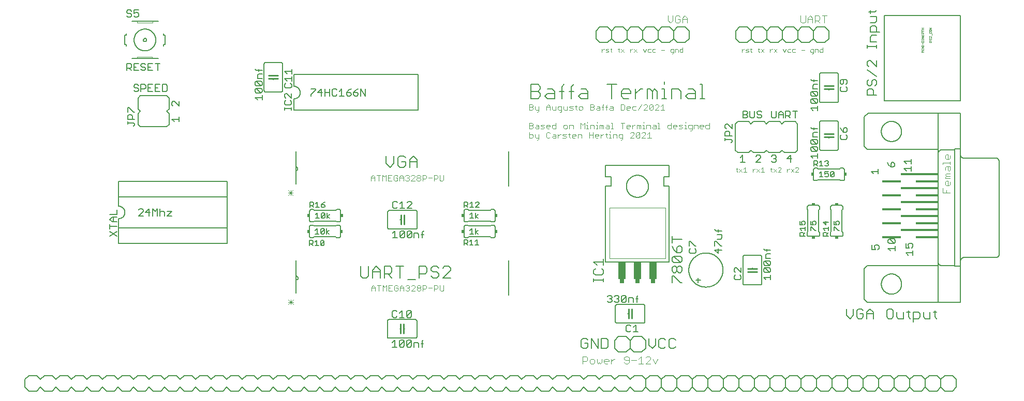
<source format=gto>
G75*
%MOIN*%
%OFA0B0*%
%FSLAX25Y25*%
%IPPOS*%
%LPD*%
%AMOC8*
5,1,8,0,0,1.08239X$1,22.5*
%
%ADD10C,0.00600*%
%ADD11C,0.00800*%
%ADD12C,0.00300*%
%ADD13C,0.00500*%
%ADD14C,0.00400*%
%ADD15R,0.24016X0.01575*%
%ADD16R,0.14173X0.01575*%
%ADD17R,0.12205X0.01575*%
%ADD18C,0.00700*%
%ADD19C,0.00100*%
%ADD20C,0.00200*%
%ADD21C,0.01000*%
%ADD22R,0.01500X0.02000*%
%ADD23R,0.02000X0.01500*%
%ADD24R,0.03000X0.02500*%
%ADD25R,0.05000X0.11000*%
D10*
X0006708Y0007436D02*
X0011708Y0007436D01*
X0014208Y0009936D01*
X0016708Y0007436D01*
X0021708Y0007436D01*
X0024208Y0009936D01*
X0026708Y0007436D01*
X0031708Y0007436D01*
X0034208Y0009936D01*
X0036708Y0007436D01*
X0041708Y0007436D01*
X0044208Y0009936D01*
X0046708Y0007436D01*
X0051708Y0007436D01*
X0054208Y0009936D01*
X0056708Y0007436D01*
X0061708Y0007436D01*
X0064208Y0009936D01*
X0066708Y0007436D01*
X0071708Y0007436D01*
X0074208Y0009936D01*
X0076708Y0007436D01*
X0081708Y0007436D01*
X0084208Y0009936D01*
X0086708Y0007436D01*
X0091708Y0007436D01*
X0094208Y0009936D01*
X0096708Y0007436D01*
X0101708Y0007436D01*
X0104208Y0009936D01*
X0106708Y0007436D01*
X0111708Y0007436D01*
X0114208Y0009936D01*
X0116708Y0007436D01*
X0121708Y0007436D01*
X0124208Y0009936D01*
X0126708Y0007436D01*
X0131708Y0007436D01*
X0134208Y0009936D01*
X0136708Y0007436D01*
X0141708Y0007436D01*
X0144208Y0009936D01*
X0146708Y0007436D01*
X0151708Y0007436D01*
X0154208Y0009936D01*
X0156708Y0007436D01*
X0161708Y0007436D01*
X0164208Y0009936D01*
X0166708Y0007436D01*
X0171708Y0007436D01*
X0174208Y0009936D01*
X0176708Y0007436D01*
X0181708Y0007436D01*
X0184208Y0009936D01*
X0186708Y0007436D01*
X0191708Y0007436D01*
X0194208Y0009936D01*
X0196708Y0007436D01*
X0201708Y0007436D01*
X0204208Y0009936D01*
X0206708Y0007436D01*
X0211708Y0007436D01*
X0214208Y0009936D01*
X0216708Y0007436D01*
X0221708Y0007436D01*
X0224208Y0009936D01*
X0226708Y0007436D01*
X0231708Y0007436D01*
X0234208Y0009936D01*
X0236708Y0007436D01*
X0241708Y0007436D01*
X0244208Y0009936D01*
X0246708Y0007436D01*
X0251708Y0007436D01*
X0254208Y0009936D01*
X0256708Y0007436D01*
X0261708Y0007436D01*
X0264208Y0009936D01*
X0266708Y0007436D01*
X0271708Y0007436D01*
X0274208Y0009936D01*
X0276708Y0007436D01*
X0281708Y0007436D01*
X0284208Y0009936D01*
X0286708Y0007436D01*
X0291708Y0007436D01*
X0294208Y0009936D01*
X0296708Y0007436D01*
X0301708Y0007436D01*
X0304208Y0009936D01*
X0306708Y0007436D01*
X0311708Y0007436D01*
X0314208Y0009936D01*
X0316708Y0007436D01*
X0321708Y0007436D01*
X0324208Y0009936D01*
X0326708Y0007436D01*
X0331708Y0007436D01*
X0334208Y0009936D01*
X0336708Y0007436D01*
X0341708Y0007436D01*
X0344208Y0009936D01*
X0346708Y0007436D01*
X0351708Y0007436D01*
X0354208Y0009936D01*
X0356708Y0007436D01*
X0361708Y0007436D01*
X0364208Y0009936D01*
X0366708Y0007436D01*
X0371708Y0007436D01*
X0374208Y0009936D01*
X0376708Y0007436D01*
X0381708Y0007436D01*
X0384208Y0009936D01*
X0386708Y0007436D01*
X0391708Y0007436D01*
X0394208Y0009936D01*
X0396708Y0007436D01*
X0401708Y0007436D01*
X0404208Y0009936D01*
X0406708Y0007436D01*
X0411708Y0007436D01*
X0414208Y0009936D01*
X0416708Y0007436D01*
X0421708Y0007436D01*
X0424208Y0009936D01*
X0424208Y0014936D01*
X0421708Y0017436D01*
X0416708Y0017436D01*
X0414208Y0014936D01*
X0414208Y0009936D01*
X0414208Y0014936D02*
X0411708Y0017436D01*
X0406708Y0017436D01*
X0404208Y0014936D01*
X0404208Y0009936D01*
X0404208Y0014936D01*
X0401708Y0017436D01*
X0396708Y0017436D01*
X0394208Y0014936D01*
X0391708Y0017436D01*
X0386708Y0017436D01*
X0384208Y0014936D01*
X0381708Y0017436D01*
X0376708Y0017436D01*
X0374208Y0014936D01*
X0371708Y0017436D01*
X0366708Y0017436D01*
X0364208Y0014936D01*
X0361708Y0017436D01*
X0356708Y0017436D01*
X0354208Y0014936D01*
X0351708Y0017436D01*
X0346708Y0017436D01*
X0344208Y0014936D01*
X0341708Y0017436D01*
X0336708Y0017436D01*
X0334208Y0014936D01*
X0331708Y0017436D01*
X0326708Y0017436D01*
X0324208Y0014936D01*
X0321708Y0017436D01*
X0316708Y0017436D01*
X0314208Y0014936D01*
X0311708Y0017436D01*
X0306708Y0017436D01*
X0304208Y0014936D01*
X0301708Y0017436D01*
X0296708Y0017436D01*
X0294208Y0014936D01*
X0291708Y0017436D01*
X0286708Y0017436D01*
X0284208Y0014936D01*
X0281708Y0017436D01*
X0276708Y0017436D01*
X0274208Y0014936D01*
X0271708Y0017436D01*
X0266708Y0017436D01*
X0264208Y0014936D01*
X0261708Y0017436D01*
X0256708Y0017436D01*
X0254208Y0014936D01*
X0251708Y0017436D01*
X0246708Y0017436D01*
X0244208Y0014936D01*
X0241708Y0017436D01*
X0236708Y0017436D01*
X0234208Y0014936D01*
X0231708Y0017436D01*
X0226708Y0017436D01*
X0224208Y0014936D01*
X0221708Y0017436D01*
X0216708Y0017436D01*
X0214208Y0014936D01*
X0211708Y0017436D01*
X0206708Y0017436D01*
X0204208Y0014936D01*
X0201708Y0017436D01*
X0196708Y0017436D01*
X0194208Y0014936D01*
X0191708Y0017436D01*
X0186708Y0017436D01*
X0184208Y0014936D01*
X0181708Y0017436D01*
X0176708Y0017436D01*
X0174208Y0014936D01*
X0171708Y0017436D01*
X0166708Y0017436D01*
X0164208Y0014936D01*
X0161708Y0017436D01*
X0156708Y0017436D01*
X0154208Y0014936D01*
X0151708Y0017436D01*
X0146708Y0017436D01*
X0144208Y0014936D01*
X0141708Y0017436D01*
X0136708Y0017436D01*
X0134208Y0014936D01*
X0131708Y0017436D01*
X0126708Y0017436D01*
X0124208Y0014936D01*
X0121708Y0017436D01*
X0116708Y0017436D01*
X0114208Y0014936D01*
X0111708Y0017436D01*
X0106708Y0017436D01*
X0104208Y0014936D01*
X0101708Y0017436D01*
X0096708Y0017436D01*
X0094208Y0014936D01*
X0091708Y0017436D01*
X0086708Y0017436D01*
X0084208Y0014936D01*
X0081708Y0017436D01*
X0076708Y0017436D01*
X0074208Y0014936D01*
X0071708Y0017436D01*
X0066708Y0017436D01*
X0064208Y0014936D01*
X0061708Y0017436D01*
X0056708Y0017436D01*
X0054208Y0014936D01*
X0051708Y0017436D01*
X0046708Y0017436D01*
X0044208Y0014936D01*
X0041708Y0017436D01*
X0036708Y0017436D01*
X0034208Y0014936D01*
X0031708Y0017436D01*
X0026708Y0017436D01*
X0024208Y0014936D01*
X0021708Y0017436D01*
X0016708Y0017436D01*
X0014208Y0014936D01*
X0011708Y0017436D01*
X0006708Y0017436D01*
X0004208Y0014936D01*
X0004208Y0009936D01*
X0006708Y0007436D01*
X0178976Y0070550D02*
X0178976Y0079150D01*
X0178976Y0081550D01*
X0178976Y0091550D01*
X0178976Y0081550D02*
X0179045Y0081548D01*
X0179113Y0081542D01*
X0179181Y0081532D01*
X0179248Y0081519D01*
X0179314Y0081501D01*
X0179379Y0081480D01*
X0179443Y0081455D01*
X0179505Y0081427D01*
X0179566Y0081395D01*
X0179625Y0081360D01*
X0179681Y0081321D01*
X0179736Y0081279D01*
X0179787Y0081234D01*
X0179837Y0081186D01*
X0179883Y0081136D01*
X0179926Y0081083D01*
X0179967Y0081027D01*
X0180004Y0080970D01*
X0180037Y0080910D01*
X0180068Y0080848D01*
X0180094Y0080785D01*
X0180117Y0080721D01*
X0180137Y0080655D01*
X0180152Y0080588D01*
X0180164Y0080521D01*
X0180172Y0080453D01*
X0180176Y0080384D01*
X0180176Y0080316D01*
X0180172Y0080247D01*
X0180164Y0080179D01*
X0180152Y0080112D01*
X0180137Y0080045D01*
X0180117Y0079979D01*
X0180094Y0079915D01*
X0180068Y0079852D01*
X0180037Y0079790D01*
X0180004Y0079730D01*
X0179967Y0079673D01*
X0179926Y0079617D01*
X0179883Y0079564D01*
X0179837Y0079514D01*
X0179787Y0079466D01*
X0179736Y0079421D01*
X0179681Y0079379D01*
X0179625Y0079340D01*
X0179566Y0079305D01*
X0179505Y0079273D01*
X0179443Y0079245D01*
X0179379Y0079220D01*
X0179314Y0079199D01*
X0179248Y0079181D01*
X0179181Y0079168D01*
X0179113Y0079158D01*
X0179045Y0079152D01*
X0178976Y0079150D01*
X0134641Y0102672D02*
X0134641Y0112672D01*
X0064641Y0112672D01*
X0064641Y0118672D01*
X0064767Y0118674D01*
X0064892Y0118680D01*
X0065017Y0118690D01*
X0065142Y0118704D01*
X0065267Y0118721D01*
X0065391Y0118743D01*
X0065514Y0118768D01*
X0065636Y0118798D01*
X0065757Y0118831D01*
X0065877Y0118868D01*
X0065996Y0118908D01*
X0066113Y0118953D01*
X0066230Y0119001D01*
X0066344Y0119053D01*
X0066457Y0119108D01*
X0066568Y0119167D01*
X0066677Y0119229D01*
X0066784Y0119295D01*
X0066889Y0119364D01*
X0066992Y0119436D01*
X0067093Y0119511D01*
X0067191Y0119590D01*
X0067286Y0119672D01*
X0067379Y0119756D01*
X0067469Y0119844D01*
X0067557Y0119934D01*
X0067641Y0120027D01*
X0067723Y0120122D01*
X0067802Y0120220D01*
X0067877Y0120321D01*
X0067949Y0120424D01*
X0068018Y0120529D01*
X0068084Y0120636D01*
X0068146Y0120745D01*
X0068205Y0120856D01*
X0068260Y0120969D01*
X0068312Y0121083D01*
X0068360Y0121200D01*
X0068405Y0121317D01*
X0068445Y0121436D01*
X0068482Y0121556D01*
X0068515Y0121677D01*
X0068545Y0121799D01*
X0068570Y0121922D01*
X0068592Y0122046D01*
X0068609Y0122171D01*
X0068623Y0122296D01*
X0068633Y0122421D01*
X0068639Y0122546D01*
X0068641Y0122672D01*
X0068639Y0122798D01*
X0068633Y0122923D01*
X0068623Y0123048D01*
X0068609Y0123173D01*
X0068592Y0123298D01*
X0068570Y0123422D01*
X0068545Y0123545D01*
X0068515Y0123667D01*
X0068482Y0123788D01*
X0068445Y0123908D01*
X0068405Y0124027D01*
X0068360Y0124144D01*
X0068312Y0124261D01*
X0068260Y0124375D01*
X0068205Y0124488D01*
X0068146Y0124599D01*
X0068084Y0124708D01*
X0068018Y0124815D01*
X0067949Y0124920D01*
X0067877Y0125023D01*
X0067802Y0125124D01*
X0067723Y0125222D01*
X0067641Y0125317D01*
X0067557Y0125410D01*
X0067469Y0125500D01*
X0067379Y0125588D01*
X0067286Y0125672D01*
X0067191Y0125754D01*
X0067093Y0125833D01*
X0066992Y0125908D01*
X0066889Y0125980D01*
X0066784Y0126049D01*
X0066677Y0126115D01*
X0066568Y0126177D01*
X0066457Y0126236D01*
X0066344Y0126291D01*
X0066230Y0126343D01*
X0066113Y0126391D01*
X0065996Y0126436D01*
X0065877Y0126476D01*
X0065757Y0126513D01*
X0065636Y0126546D01*
X0065514Y0126576D01*
X0065391Y0126601D01*
X0065267Y0126623D01*
X0065142Y0126640D01*
X0065017Y0126654D01*
X0064892Y0126664D01*
X0064767Y0126670D01*
X0064641Y0126672D01*
X0064641Y0132672D01*
X0134641Y0132672D01*
X0134641Y0112672D01*
X0134641Y0102672D02*
X0064641Y0102672D01*
X0064641Y0112672D01*
X0064641Y0132672D02*
X0064641Y0142672D01*
X0134641Y0142672D01*
X0134641Y0132672D01*
X0178779Y0141061D02*
X0178779Y0149661D01*
X0178779Y0152061D01*
X0178779Y0162061D01*
X0178779Y0152061D02*
X0178848Y0152059D01*
X0178916Y0152053D01*
X0178984Y0152043D01*
X0179051Y0152030D01*
X0179117Y0152012D01*
X0179182Y0151991D01*
X0179246Y0151966D01*
X0179308Y0151938D01*
X0179369Y0151906D01*
X0179428Y0151871D01*
X0179484Y0151832D01*
X0179539Y0151790D01*
X0179590Y0151745D01*
X0179640Y0151697D01*
X0179686Y0151647D01*
X0179729Y0151594D01*
X0179770Y0151538D01*
X0179807Y0151481D01*
X0179840Y0151421D01*
X0179871Y0151359D01*
X0179897Y0151296D01*
X0179920Y0151232D01*
X0179940Y0151166D01*
X0179955Y0151099D01*
X0179967Y0151032D01*
X0179975Y0150964D01*
X0179979Y0150895D01*
X0179979Y0150827D01*
X0179975Y0150758D01*
X0179967Y0150690D01*
X0179955Y0150623D01*
X0179940Y0150556D01*
X0179920Y0150490D01*
X0179897Y0150426D01*
X0179871Y0150363D01*
X0179840Y0150301D01*
X0179807Y0150241D01*
X0179770Y0150184D01*
X0179729Y0150128D01*
X0179686Y0150075D01*
X0179640Y0150025D01*
X0179590Y0149977D01*
X0179539Y0149932D01*
X0179484Y0149890D01*
X0179428Y0149851D01*
X0179369Y0149816D01*
X0179308Y0149784D01*
X0179246Y0149756D01*
X0179182Y0149731D01*
X0179117Y0149710D01*
X0179051Y0149692D01*
X0178984Y0149679D01*
X0178916Y0149669D01*
X0178848Y0149663D01*
X0178779Y0149661D01*
X0188672Y0124546D02*
X0190172Y0124546D01*
X0190672Y0124046D01*
X0204672Y0124046D01*
X0205172Y0124546D01*
X0206672Y0124546D01*
X0206732Y0124544D01*
X0206793Y0124539D01*
X0206852Y0124530D01*
X0206911Y0124517D01*
X0206970Y0124501D01*
X0207027Y0124481D01*
X0207082Y0124458D01*
X0207137Y0124431D01*
X0207189Y0124402D01*
X0207240Y0124369D01*
X0207289Y0124333D01*
X0207335Y0124295D01*
X0207379Y0124253D01*
X0207421Y0124209D01*
X0207459Y0124163D01*
X0207495Y0124114D01*
X0207528Y0124063D01*
X0207557Y0124011D01*
X0207584Y0123956D01*
X0207607Y0123901D01*
X0207627Y0123844D01*
X0207643Y0123785D01*
X0207656Y0123726D01*
X0207665Y0123667D01*
X0207670Y0123606D01*
X0207672Y0123546D01*
X0207672Y0117546D01*
X0207670Y0117486D01*
X0207665Y0117425D01*
X0207656Y0117366D01*
X0207643Y0117307D01*
X0207627Y0117248D01*
X0207607Y0117191D01*
X0207584Y0117136D01*
X0207557Y0117081D01*
X0207528Y0117029D01*
X0207495Y0116978D01*
X0207459Y0116929D01*
X0207421Y0116883D01*
X0207379Y0116839D01*
X0207335Y0116797D01*
X0207289Y0116759D01*
X0207240Y0116723D01*
X0207189Y0116690D01*
X0207137Y0116661D01*
X0207082Y0116634D01*
X0207027Y0116611D01*
X0206970Y0116591D01*
X0206911Y0116575D01*
X0206852Y0116562D01*
X0206793Y0116553D01*
X0206732Y0116548D01*
X0206672Y0116546D01*
X0205172Y0116546D01*
X0204672Y0117046D01*
X0190672Y0117046D01*
X0190172Y0116546D01*
X0188672Y0116546D01*
X0188612Y0116548D01*
X0188551Y0116553D01*
X0188492Y0116562D01*
X0188433Y0116575D01*
X0188374Y0116591D01*
X0188317Y0116611D01*
X0188262Y0116634D01*
X0188207Y0116661D01*
X0188155Y0116690D01*
X0188104Y0116723D01*
X0188055Y0116759D01*
X0188009Y0116797D01*
X0187965Y0116839D01*
X0187923Y0116883D01*
X0187885Y0116929D01*
X0187849Y0116978D01*
X0187816Y0117029D01*
X0187787Y0117081D01*
X0187760Y0117136D01*
X0187737Y0117191D01*
X0187717Y0117248D01*
X0187701Y0117307D01*
X0187688Y0117366D01*
X0187679Y0117425D01*
X0187674Y0117486D01*
X0187672Y0117546D01*
X0187672Y0123546D01*
X0187674Y0123606D01*
X0187679Y0123667D01*
X0187688Y0123726D01*
X0187701Y0123785D01*
X0187717Y0123844D01*
X0187737Y0123901D01*
X0187760Y0123956D01*
X0187787Y0124011D01*
X0187816Y0124063D01*
X0187849Y0124114D01*
X0187885Y0124163D01*
X0187923Y0124209D01*
X0187965Y0124253D01*
X0188009Y0124295D01*
X0188055Y0124333D01*
X0188104Y0124369D01*
X0188155Y0124402D01*
X0188207Y0124431D01*
X0188262Y0124458D01*
X0188317Y0124481D01*
X0188374Y0124501D01*
X0188433Y0124517D01*
X0188492Y0124530D01*
X0188551Y0124539D01*
X0188612Y0124544D01*
X0188672Y0124546D01*
X0188476Y0114428D02*
X0189976Y0114428D01*
X0190476Y0113928D01*
X0204476Y0113928D01*
X0204976Y0114428D01*
X0206476Y0114428D01*
X0206536Y0114426D01*
X0206597Y0114421D01*
X0206656Y0114412D01*
X0206715Y0114399D01*
X0206774Y0114383D01*
X0206831Y0114363D01*
X0206886Y0114340D01*
X0206941Y0114313D01*
X0206993Y0114284D01*
X0207044Y0114251D01*
X0207093Y0114215D01*
X0207139Y0114177D01*
X0207183Y0114135D01*
X0207225Y0114091D01*
X0207263Y0114045D01*
X0207299Y0113996D01*
X0207332Y0113945D01*
X0207361Y0113893D01*
X0207388Y0113838D01*
X0207411Y0113783D01*
X0207431Y0113726D01*
X0207447Y0113667D01*
X0207460Y0113608D01*
X0207469Y0113549D01*
X0207474Y0113488D01*
X0207476Y0113428D01*
X0207476Y0107428D01*
X0207474Y0107368D01*
X0207469Y0107307D01*
X0207460Y0107248D01*
X0207447Y0107189D01*
X0207431Y0107130D01*
X0207411Y0107073D01*
X0207388Y0107018D01*
X0207361Y0106963D01*
X0207332Y0106911D01*
X0207299Y0106860D01*
X0207263Y0106811D01*
X0207225Y0106765D01*
X0207183Y0106721D01*
X0207139Y0106679D01*
X0207093Y0106641D01*
X0207044Y0106605D01*
X0206993Y0106572D01*
X0206941Y0106543D01*
X0206886Y0106516D01*
X0206831Y0106493D01*
X0206774Y0106473D01*
X0206715Y0106457D01*
X0206656Y0106444D01*
X0206597Y0106435D01*
X0206536Y0106430D01*
X0206476Y0106428D01*
X0204976Y0106428D01*
X0204476Y0106928D01*
X0190476Y0106928D01*
X0189976Y0106428D01*
X0188476Y0106428D01*
X0188416Y0106430D01*
X0188355Y0106435D01*
X0188296Y0106444D01*
X0188237Y0106457D01*
X0188178Y0106473D01*
X0188121Y0106493D01*
X0188066Y0106516D01*
X0188011Y0106543D01*
X0187959Y0106572D01*
X0187908Y0106605D01*
X0187859Y0106641D01*
X0187813Y0106679D01*
X0187769Y0106721D01*
X0187727Y0106765D01*
X0187689Y0106811D01*
X0187653Y0106860D01*
X0187620Y0106911D01*
X0187591Y0106963D01*
X0187564Y0107018D01*
X0187541Y0107073D01*
X0187521Y0107130D01*
X0187505Y0107189D01*
X0187492Y0107248D01*
X0187483Y0107307D01*
X0187478Y0107368D01*
X0187476Y0107428D01*
X0187476Y0113428D01*
X0187478Y0113488D01*
X0187483Y0113549D01*
X0187492Y0113608D01*
X0187505Y0113667D01*
X0187521Y0113726D01*
X0187541Y0113783D01*
X0187564Y0113838D01*
X0187591Y0113893D01*
X0187620Y0113945D01*
X0187653Y0113996D01*
X0187689Y0114045D01*
X0187727Y0114091D01*
X0187769Y0114135D01*
X0187813Y0114177D01*
X0187859Y0114215D01*
X0187908Y0114251D01*
X0187959Y0114284D01*
X0188011Y0114313D01*
X0188066Y0114340D01*
X0188121Y0114363D01*
X0188178Y0114383D01*
X0188237Y0114399D01*
X0188296Y0114412D01*
X0188355Y0114421D01*
X0188416Y0114426D01*
X0188476Y0114428D01*
X0237936Y0112909D02*
X0237936Y0122909D01*
X0237938Y0122969D01*
X0237943Y0123030D01*
X0237952Y0123089D01*
X0237965Y0123148D01*
X0237981Y0123207D01*
X0238001Y0123264D01*
X0238024Y0123319D01*
X0238051Y0123374D01*
X0238080Y0123426D01*
X0238113Y0123477D01*
X0238149Y0123526D01*
X0238187Y0123572D01*
X0238229Y0123616D01*
X0238273Y0123658D01*
X0238319Y0123696D01*
X0238368Y0123732D01*
X0238419Y0123765D01*
X0238471Y0123794D01*
X0238526Y0123821D01*
X0238581Y0123844D01*
X0238638Y0123864D01*
X0238697Y0123880D01*
X0238756Y0123893D01*
X0238815Y0123902D01*
X0238876Y0123907D01*
X0238936Y0123909D01*
X0255936Y0123909D01*
X0255996Y0123907D01*
X0256057Y0123902D01*
X0256116Y0123893D01*
X0256175Y0123880D01*
X0256234Y0123864D01*
X0256291Y0123844D01*
X0256346Y0123821D01*
X0256401Y0123794D01*
X0256453Y0123765D01*
X0256504Y0123732D01*
X0256553Y0123696D01*
X0256599Y0123658D01*
X0256643Y0123616D01*
X0256685Y0123572D01*
X0256723Y0123526D01*
X0256759Y0123477D01*
X0256792Y0123426D01*
X0256821Y0123374D01*
X0256848Y0123319D01*
X0256871Y0123264D01*
X0256891Y0123207D01*
X0256907Y0123148D01*
X0256920Y0123089D01*
X0256929Y0123030D01*
X0256934Y0122969D01*
X0256936Y0122909D01*
X0256936Y0112909D01*
X0256934Y0112849D01*
X0256929Y0112788D01*
X0256920Y0112729D01*
X0256907Y0112670D01*
X0256891Y0112611D01*
X0256871Y0112554D01*
X0256848Y0112499D01*
X0256821Y0112444D01*
X0256792Y0112392D01*
X0256759Y0112341D01*
X0256723Y0112292D01*
X0256685Y0112246D01*
X0256643Y0112202D01*
X0256599Y0112160D01*
X0256553Y0112122D01*
X0256504Y0112086D01*
X0256453Y0112053D01*
X0256401Y0112024D01*
X0256346Y0111997D01*
X0256291Y0111974D01*
X0256234Y0111954D01*
X0256175Y0111938D01*
X0256116Y0111925D01*
X0256057Y0111916D01*
X0255996Y0111911D01*
X0255936Y0111909D01*
X0238936Y0111909D01*
X0238876Y0111911D01*
X0238815Y0111916D01*
X0238756Y0111925D01*
X0238697Y0111938D01*
X0238638Y0111954D01*
X0238581Y0111974D01*
X0238526Y0111997D01*
X0238471Y0112024D01*
X0238419Y0112053D01*
X0238368Y0112086D01*
X0238319Y0112122D01*
X0238273Y0112160D01*
X0238229Y0112202D01*
X0238187Y0112246D01*
X0238149Y0112292D01*
X0238113Y0112341D01*
X0238080Y0112392D01*
X0238051Y0112444D01*
X0238024Y0112499D01*
X0238001Y0112554D01*
X0237981Y0112611D01*
X0237965Y0112670D01*
X0237952Y0112729D01*
X0237943Y0112788D01*
X0237938Y0112849D01*
X0237936Y0112909D01*
X0245936Y0117909D02*
X0246436Y0117909D01*
X0248436Y0117909D02*
X0248936Y0117909D01*
X0287082Y0117546D02*
X0287082Y0123546D01*
X0287084Y0123606D01*
X0287089Y0123667D01*
X0287098Y0123726D01*
X0287111Y0123785D01*
X0287127Y0123844D01*
X0287147Y0123901D01*
X0287170Y0123956D01*
X0287197Y0124011D01*
X0287226Y0124063D01*
X0287259Y0124114D01*
X0287295Y0124163D01*
X0287333Y0124209D01*
X0287375Y0124253D01*
X0287419Y0124295D01*
X0287465Y0124333D01*
X0287514Y0124369D01*
X0287565Y0124402D01*
X0287617Y0124431D01*
X0287672Y0124458D01*
X0287727Y0124481D01*
X0287784Y0124501D01*
X0287843Y0124517D01*
X0287902Y0124530D01*
X0287961Y0124539D01*
X0288022Y0124544D01*
X0288082Y0124546D01*
X0289582Y0124546D01*
X0290082Y0124046D01*
X0304082Y0124046D01*
X0304582Y0124546D01*
X0306082Y0124546D01*
X0306142Y0124544D01*
X0306203Y0124539D01*
X0306262Y0124530D01*
X0306321Y0124517D01*
X0306380Y0124501D01*
X0306437Y0124481D01*
X0306492Y0124458D01*
X0306547Y0124431D01*
X0306599Y0124402D01*
X0306650Y0124369D01*
X0306699Y0124333D01*
X0306745Y0124295D01*
X0306789Y0124253D01*
X0306831Y0124209D01*
X0306869Y0124163D01*
X0306905Y0124114D01*
X0306938Y0124063D01*
X0306967Y0124011D01*
X0306994Y0123956D01*
X0307017Y0123901D01*
X0307037Y0123844D01*
X0307053Y0123785D01*
X0307066Y0123726D01*
X0307075Y0123667D01*
X0307080Y0123606D01*
X0307082Y0123546D01*
X0307082Y0117546D01*
X0307080Y0117486D01*
X0307075Y0117425D01*
X0307066Y0117366D01*
X0307053Y0117307D01*
X0307037Y0117248D01*
X0307017Y0117191D01*
X0306994Y0117136D01*
X0306967Y0117081D01*
X0306938Y0117029D01*
X0306905Y0116978D01*
X0306869Y0116929D01*
X0306831Y0116883D01*
X0306789Y0116839D01*
X0306745Y0116797D01*
X0306699Y0116759D01*
X0306650Y0116723D01*
X0306599Y0116690D01*
X0306547Y0116661D01*
X0306492Y0116634D01*
X0306437Y0116611D01*
X0306380Y0116591D01*
X0306321Y0116575D01*
X0306262Y0116562D01*
X0306203Y0116553D01*
X0306142Y0116548D01*
X0306082Y0116546D01*
X0304582Y0116546D01*
X0304082Y0117046D01*
X0290082Y0117046D01*
X0289582Y0116546D01*
X0288082Y0116546D01*
X0288022Y0116548D01*
X0287961Y0116553D01*
X0287902Y0116562D01*
X0287843Y0116575D01*
X0287784Y0116591D01*
X0287727Y0116611D01*
X0287672Y0116634D01*
X0287617Y0116661D01*
X0287565Y0116690D01*
X0287514Y0116723D01*
X0287465Y0116759D01*
X0287419Y0116797D01*
X0287375Y0116839D01*
X0287333Y0116883D01*
X0287295Y0116929D01*
X0287259Y0116978D01*
X0287226Y0117029D01*
X0287197Y0117081D01*
X0287170Y0117136D01*
X0287147Y0117191D01*
X0287127Y0117248D01*
X0287111Y0117307D01*
X0287098Y0117366D01*
X0287089Y0117425D01*
X0287084Y0117486D01*
X0287082Y0117546D01*
X0288082Y0114428D02*
X0289582Y0114428D01*
X0290082Y0113928D01*
X0304082Y0113928D01*
X0304582Y0114428D01*
X0306082Y0114428D01*
X0306142Y0114426D01*
X0306203Y0114421D01*
X0306262Y0114412D01*
X0306321Y0114399D01*
X0306380Y0114383D01*
X0306437Y0114363D01*
X0306492Y0114340D01*
X0306547Y0114313D01*
X0306599Y0114284D01*
X0306650Y0114251D01*
X0306699Y0114215D01*
X0306745Y0114177D01*
X0306789Y0114135D01*
X0306831Y0114091D01*
X0306869Y0114045D01*
X0306905Y0113996D01*
X0306938Y0113945D01*
X0306967Y0113893D01*
X0306994Y0113838D01*
X0307017Y0113783D01*
X0307037Y0113726D01*
X0307053Y0113667D01*
X0307066Y0113608D01*
X0307075Y0113549D01*
X0307080Y0113488D01*
X0307082Y0113428D01*
X0307082Y0107428D01*
X0307080Y0107368D01*
X0307075Y0107307D01*
X0307066Y0107248D01*
X0307053Y0107189D01*
X0307037Y0107130D01*
X0307017Y0107073D01*
X0306994Y0107018D01*
X0306967Y0106963D01*
X0306938Y0106911D01*
X0306905Y0106860D01*
X0306869Y0106811D01*
X0306831Y0106765D01*
X0306789Y0106721D01*
X0306745Y0106679D01*
X0306699Y0106641D01*
X0306650Y0106605D01*
X0306599Y0106572D01*
X0306547Y0106543D01*
X0306492Y0106516D01*
X0306437Y0106493D01*
X0306380Y0106473D01*
X0306321Y0106457D01*
X0306262Y0106444D01*
X0306203Y0106435D01*
X0306142Y0106430D01*
X0306082Y0106428D01*
X0304582Y0106428D01*
X0304082Y0106928D01*
X0290082Y0106928D01*
X0289582Y0106428D01*
X0288082Y0106428D01*
X0288022Y0106430D01*
X0287961Y0106435D01*
X0287902Y0106444D01*
X0287843Y0106457D01*
X0287784Y0106473D01*
X0287727Y0106493D01*
X0287672Y0106516D01*
X0287617Y0106543D01*
X0287565Y0106572D01*
X0287514Y0106605D01*
X0287465Y0106641D01*
X0287419Y0106679D01*
X0287375Y0106721D01*
X0287333Y0106765D01*
X0287295Y0106811D01*
X0287259Y0106860D01*
X0287226Y0106911D01*
X0287197Y0106963D01*
X0287170Y0107018D01*
X0287147Y0107073D01*
X0287127Y0107130D01*
X0287111Y0107189D01*
X0287098Y0107248D01*
X0287089Y0107307D01*
X0287084Y0107368D01*
X0287082Y0107428D01*
X0287082Y0113428D01*
X0287084Y0113488D01*
X0287089Y0113549D01*
X0287098Y0113608D01*
X0287111Y0113667D01*
X0287127Y0113726D01*
X0287147Y0113783D01*
X0287170Y0113838D01*
X0287197Y0113893D01*
X0287226Y0113945D01*
X0287259Y0113996D01*
X0287295Y0114045D01*
X0287333Y0114091D01*
X0287375Y0114135D01*
X0287419Y0114177D01*
X0287465Y0114215D01*
X0287514Y0114251D01*
X0287565Y0114284D01*
X0287617Y0114313D01*
X0287672Y0114340D01*
X0287727Y0114363D01*
X0287784Y0114383D01*
X0287843Y0114399D01*
X0287902Y0114412D01*
X0287961Y0114421D01*
X0288022Y0114426D01*
X0288082Y0114428D01*
X0315976Y0091550D02*
X0315976Y0069150D01*
X0256739Y0052515D02*
X0256739Y0042515D01*
X0256737Y0042455D01*
X0256732Y0042394D01*
X0256723Y0042335D01*
X0256710Y0042276D01*
X0256694Y0042217D01*
X0256674Y0042160D01*
X0256651Y0042105D01*
X0256624Y0042050D01*
X0256595Y0041998D01*
X0256562Y0041947D01*
X0256526Y0041898D01*
X0256488Y0041852D01*
X0256446Y0041808D01*
X0256402Y0041766D01*
X0256356Y0041728D01*
X0256307Y0041692D01*
X0256256Y0041659D01*
X0256204Y0041630D01*
X0256149Y0041603D01*
X0256094Y0041580D01*
X0256037Y0041560D01*
X0255978Y0041544D01*
X0255919Y0041531D01*
X0255860Y0041522D01*
X0255799Y0041517D01*
X0255739Y0041515D01*
X0238739Y0041515D01*
X0238679Y0041517D01*
X0238618Y0041522D01*
X0238559Y0041531D01*
X0238500Y0041544D01*
X0238441Y0041560D01*
X0238384Y0041580D01*
X0238329Y0041603D01*
X0238274Y0041630D01*
X0238222Y0041659D01*
X0238171Y0041692D01*
X0238122Y0041728D01*
X0238076Y0041766D01*
X0238032Y0041808D01*
X0237990Y0041852D01*
X0237952Y0041898D01*
X0237916Y0041947D01*
X0237883Y0041998D01*
X0237854Y0042050D01*
X0237827Y0042105D01*
X0237804Y0042160D01*
X0237784Y0042217D01*
X0237768Y0042276D01*
X0237755Y0042335D01*
X0237746Y0042394D01*
X0237741Y0042455D01*
X0237739Y0042515D01*
X0237739Y0052515D01*
X0237741Y0052575D01*
X0237746Y0052636D01*
X0237755Y0052695D01*
X0237768Y0052754D01*
X0237784Y0052813D01*
X0237804Y0052870D01*
X0237827Y0052925D01*
X0237854Y0052980D01*
X0237883Y0053032D01*
X0237916Y0053083D01*
X0237952Y0053132D01*
X0237990Y0053178D01*
X0238032Y0053222D01*
X0238076Y0053264D01*
X0238122Y0053302D01*
X0238171Y0053338D01*
X0238222Y0053371D01*
X0238274Y0053400D01*
X0238329Y0053427D01*
X0238384Y0053450D01*
X0238441Y0053470D01*
X0238500Y0053486D01*
X0238559Y0053499D01*
X0238618Y0053508D01*
X0238679Y0053513D01*
X0238739Y0053515D01*
X0255739Y0053515D01*
X0255799Y0053513D01*
X0255860Y0053508D01*
X0255919Y0053499D01*
X0255978Y0053486D01*
X0256037Y0053470D01*
X0256094Y0053450D01*
X0256149Y0053427D01*
X0256204Y0053400D01*
X0256256Y0053371D01*
X0256307Y0053338D01*
X0256356Y0053302D01*
X0256402Y0053264D01*
X0256446Y0053222D01*
X0256488Y0053178D01*
X0256526Y0053132D01*
X0256562Y0053083D01*
X0256595Y0053032D01*
X0256624Y0052980D01*
X0256651Y0052925D01*
X0256674Y0052870D01*
X0256694Y0052813D01*
X0256710Y0052754D01*
X0256723Y0052695D01*
X0256732Y0052636D01*
X0256737Y0052575D01*
X0256739Y0052515D01*
X0248739Y0047515D02*
X0248239Y0047515D01*
X0246239Y0047515D02*
X0245739Y0047515D01*
X0362691Y0040405D02*
X0362691Y0036134D01*
X0363759Y0035067D01*
X0365894Y0035067D01*
X0366961Y0036134D01*
X0366961Y0038270D01*
X0364826Y0038270D01*
X0362691Y0040405D02*
X0363759Y0041472D01*
X0365894Y0041472D01*
X0366961Y0040405D01*
X0369137Y0041472D02*
X0373407Y0035067D01*
X0373407Y0041472D01*
X0375582Y0041472D02*
X0378785Y0041472D01*
X0379852Y0040405D01*
X0379852Y0036134D01*
X0378785Y0035067D01*
X0375582Y0035067D01*
X0375582Y0041472D01*
X0369137Y0041472D02*
X0369137Y0035067D01*
X0384129Y0035133D02*
X0384129Y0040133D01*
X0386629Y0042633D01*
X0391629Y0042633D01*
X0394129Y0040133D01*
X0396629Y0042633D01*
X0401629Y0042633D01*
X0404129Y0040133D01*
X0404129Y0035133D01*
X0401629Y0032633D01*
X0396629Y0032633D01*
X0394129Y0035133D01*
X0391629Y0032633D01*
X0386629Y0032633D01*
X0384129Y0035133D01*
X0394129Y0035133D02*
X0394129Y0040133D01*
X0406240Y0041386D02*
X0406240Y0037115D01*
X0408375Y0034980D01*
X0410510Y0037115D01*
X0410510Y0041386D01*
X0412686Y0040318D02*
X0412686Y0036048D01*
X0413753Y0034980D01*
X0415888Y0034980D01*
X0416956Y0036048D01*
X0419131Y0036048D02*
X0420199Y0034980D01*
X0422334Y0034980D01*
X0423401Y0036048D01*
X0419131Y0036048D02*
X0419131Y0040318D01*
X0420199Y0041386D01*
X0422334Y0041386D01*
X0423401Y0040318D01*
X0416956Y0040318D02*
X0415888Y0041386D01*
X0413753Y0041386D01*
X0412686Y0040318D01*
X0402629Y0051318D02*
X0385629Y0051318D01*
X0385569Y0051320D01*
X0385508Y0051325D01*
X0385449Y0051334D01*
X0385390Y0051347D01*
X0385331Y0051363D01*
X0385274Y0051383D01*
X0385219Y0051406D01*
X0385164Y0051433D01*
X0385112Y0051462D01*
X0385061Y0051495D01*
X0385012Y0051531D01*
X0384966Y0051569D01*
X0384922Y0051611D01*
X0384880Y0051655D01*
X0384842Y0051701D01*
X0384806Y0051750D01*
X0384773Y0051801D01*
X0384744Y0051853D01*
X0384717Y0051908D01*
X0384694Y0051963D01*
X0384674Y0052020D01*
X0384658Y0052079D01*
X0384645Y0052138D01*
X0384636Y0052197D01*
X0384631Y0052258D01*
X0384629Y0052318D01*
X0384629Y0062318D01*
X0384631Y0062378D01*
X0384636Y0062439D01*
X0384645Y0062498D01*
X0384658Y0062557D01*
X0384674Y0062616D01*
X0384694Y0062673D01*
X0384717Y0062728D01*
X0384744Y0062783D01*
X0384773Y0062835D01*
X0384806Y0062886D01*
X0384842Y0062935D01*
X0384880Y0062981D01*
X0384922Y0063025D01*
X0384966Y0063067D01*
X0385012Y0063105D01*
X0385061Y0063141D01*
X0385112Y0063174D01*
X0385164Y0063203D01*
X0385219Y0063230D01*
X0385274Y0063253D01*
X0385331Y0063273D01*
X0385390Y0063289D01*
X0385449Y0063302D01*
X0385508Y0063311D01*
X0385569Y0063316D01*
X0385629Y0063318D01*
X0402629Y0063318D01*
X0402689Y0063316D01*
X0402750Y0063311D01*
X0402809Y0063302D01*
X0402868Y0063289D01*
X0402927Y0063273D01*
X0402984Y0063253D01*
X0403039Y0063230D01*
X0403094Y0063203D01*
X0403146Y0063174D01*
X0403197Y0063141D01*
X0403246Y0063105D01*
X0403292Y0063067D01*
X0403336Y0063025D01*
X0403378Y0062981D01*
X0403416Y0062935D01*
X0403452Y0062886D01*
X0403485Y0062835D01*
X0403514Y0062783D01*
X0403541Y0062728D01*
X0403564Y0062673D01*
X0403584Y0062616D01*
X0403600Y0062557D01*
X0403613Y0062498D01*
X0403622Y0062439D01*
X0403627Y0062378D01*
X0403629Y0062318D01*
X0403629Y0052318D01*
X0403627Y0052258D01*
X0403622Y0052197D01*
X0403613Y0052138D01*
X0403600Y0052079D01*
X0403584Y0052020D01*
X0403564Y0051963D01*
X0403541Y0051908D01*
X0403514Y0051853D01*
X0403485Y0051801D01*
X0403452Y0051750D01*
X0403416Y0051701D01*
X0403378Y0051655D01*
X0403336Y0051611D01*
X0403292Y0051569D01*
X0403246Y0051531D01*
X0403197Y0051495D01*
X0403146Y0051462D01*
X0403094Y0051433D01*
X0403039Y0051406D01*
X0402984Y0051383D01*
X0402927Y0051363D01*
X0402868Y0051347D01*
X0402809Y0051334D01*
X0402750Y0051325D01*
X0402689Y0051320D01*
X0402629Y0051318D01*
X0395629Y0057318D02*
X0395129Y0057318D01*
X0393129Y0057318D02*
X0392629Y0057318D01*
X0437948Y0077468D02*
X0437948Y0078968D01*
X0436448Y0078968D01*
X0437948Y0078968D02*
X0437948Y0080468D01*
X0437948Y0078968D02*
X0439448Y0078968D01*
X0431948Y0085468D02*
X0431951Y0085738D01*
X0431961Y0086008D01*
X0431978Y0086277D01*
X0432001Y0086546D01*
X0432031Y0086815D01*
X0432067Y0087082D01*
X0432110Y0087349D01*
X0432159Y0087614D01*
X0432215Y0087878D01*
X0432278Y0088141D01*
X0432346Y0088402D01*
X0432422Y0088661D01*
X0432503Y0088918D01*
X0432591Y0089174D01*
X0432685Y0089427D01*
X0432785Y0089678D01*
X0432892Y0089926D01*
X0433004Y0090171D01*
X0433123Y0090414D01*
X0433247Y0090653D01*
X0433377Y0090890D01*
X0433513Y0091123D01*
X0433655Y0091353D01*
X0433802Y0091579D01*
X0433955Y0091802D01*
X0434113Y0092021D01*
X0434276Y0092236D01*
X0434445Y0092446D01*
X0434619Y0092653D01*
X0434798Y0092855D01*
X0434981Y0093053D01*
X0435170Y0093246D01*
X0435363Y0093435D01*
X0435561Y0093618D01*
X0435763Y0093797D01*
X0435970Y0093971D01*
X0436180Y0094140D01*
X0436395Y0094303D01*
X0436614Y0094461D01*
X0436837Y0094614D01*
X0437063Y0094761D01*
X0437293Y0094903D01*
X0437526Y0095039D01*
X0437763Y0095169D01*
X0438002Y0095293D01*
X0438245Y0095412D01*
X0438490Y0095524D01*
X0438738Y0095631D01*
X0438989Y0095731D01*
X0439242Y0095825D01*
X0439498Y0095913D01*
X0439755Y0095994D01*
X0440014Y0096070D01*
X0440275Y0096138D01*
X0440538Y0096201D01*
X0440802Y0096257D01*
X0441067Y0096306D01*
X0441334Y0096349D01*
X0441601Y0096385D01*
X0441870Y0096415D01*
X0442139Y0096438D01*
X0442408Y0096455D01*
X0442678Y0096465D01*
X0442948Y0096468D01*
X0443218Y0096465D01*
X0443488Y0096455D01*
X0443757Y0096438D01*
X0444026Y0096415D01*
X0444295Y0096385D01*
X0444562Y0096349D01*
X0444829Y0096306D01*
X0445094Y0096257D01*
X0445358Y0096201D01*
X0445621Y0096138D01*
X0445882Y0096070D01*
X0446141Y0095994D01*
X0446398Y0095913D01*
X0446654Y0095825D01*
X0446907Y0095731D01*
X0447158Y0095631D01*
X0447406Y0095524D01*
X0447651Y0095412D01*
X0447894Y0095293D01*
X0448133Y0095169D01*
X0448370Y0095039D01*
X0448603Y0094903D01*
X0448833Y0094761D01*
X0449059Y0094614D01*
X0449282Y0094461D01*
X0449501Y0094303D01*
X0449716Y0094140D01*
X0449926Y0093971D01*
X0450133Y0093797D01*
X0450335Y0093618D01*
X0450533Y0093435D01*
X0450726Y0093246D01*
X0450915Y0093053D01*
X0451098Y0092855D01*
X0451277Y0092653D01*
X0451451Y0092446D01*
X0451620Y0092236D01*
X0451783Y0092021D01*
X0451941Y0091802D01*
X0452094Y0091579D01*
X0452241Y0091353D01*
X0452383Y0091123D01*
X0452519Y0090890D01*
X0452649Y0090653D01*
X0452773Y0090414D01*
X0452892Y0090171D01*
X0453004Y0089926D01*
X0453111Y0089678D01*
X0453211Y0089427D01*
X0453305Y0089174D01*
X0453393Y0088918D01*
X0453474Y0088661D01*
X0453550Y0088402D01*
X0453618Y0088141D01*
X0453681Y0087878D01*
X0453737Y0087614D01*
X0453786Y0087349D01*
X0453829Y0087082D01*
X0453865Y0086815D01*
X0453895Y0086546D01*
X0453918Y0086277D01*
X0453935Y0086008D01*
X0453945Y0085738D01*
X0453948Y0085468D01*
X0453945Y0085198D01*
X0453935Y0084928D01*
X0453918Y0084659D01*
X0453895Y0084390D01*
X0453865Y0084121D01*
X0453829Y0083854D01*
X0453786Y0083587D01*
X0453737Y0083322D01*
X0453681Y0083058D01*
X0453618Y0082795D01*
X0453550Y0082534D01*
X0453474Y0082275D01*
X0453393Y0082018D01*
X0453305Y0081762D01*
X0453211Y0081509D01*
X0453111Y0081258D01*
X0453004Y0081010D01*
X0452892Y0080765D01*
X0452773Y0080522D01*
X0452649Y0080283D01*
X0452519Y0080046D01*
X0452383Y0079813D01*
X0452241Y0079583D01*
X0452094Y0079357D01*
X0451941Y0079134D01*
X0451783Y0078915D01*
X0451620Y0078700D01*
X0451451Y0078490D01*
X0451277Y0078283D01*
X0451098Y0078081D01*
X0450915Y0077883D01*
X0450726Y0077690D01*
X0450533Y0077501D01*
X0450335Y0077318D01*
X0450133Y0077139D01*
X0449926Y0076965D01*
X0449716Y0076796D01*
X0449501Y0076633D01*
X0449282Y0076475D01*
X0449059Y0076322D01*
X0448833Y0076175D01*
X0448603Y0076033D01*
X0448370Y0075897D01*
X0448133Y0075767D01*
X0447894Y0075643D01*
X0447651Y0075524D01*
X0447406Y0075412D01*
X0447158Y0075305D01*
X0446907Y0075205D01*
X0446654Y0075111D01*
X0446398Y0075023D01*
X0446141Y0074942D01*
X0445882Y0074866D01*
X0445621Y0074798D01*
X0445358Y0074735D01*
X0445094Y0074679D01*
X0444829Y0074630D01*
X0444562Y0074587D01*
X0444295Y0074551D01*
X0444026Y0074521D01*
X0443757Y0074498D01*
X0443488Y0074481D01*
X0443218Y0074471D01*
X0442948Y0074468D01*
X0442678Y0074471D01*
X0442408Y0074481D01*
X0442139Y0074498D01*
X0441870Y0074521D01*
X0441601Y0074551D01*
X0441334Y0074587D01*
X0441067Y0074630D01*
X0440802Y0074679D01*
X0440538Y0074735D01*
X0440275Y0074798D01*
X0440014Y0074866D01*
X0439755Y0074942D01*
X0439498Y0075023D01*
X0439242Y0075111D01*
X0438989Y0075205D01*
X0438738Y0075305D01*
X0438490Y0075412D01*
X0438245Y0075524D01*
X0438002Y0075643D01*
X0437763Y0075767D01*
X0437526Y0075897D01*
X0437293Y0076033D01*
X0437063Y0076175D01*
X0436837Y0076322D01*
X0436614Y0076475D01*
X0436395Y0076633D01*
X0436180Y0076796D01*
X0435970Y0076965D01*
X0435763Y0077139D01*
X0435561Y0077318D01*
X0435363Y0077501D01*
X0435170Y0077690D01*
X0434981Y0077883D01*
X0434798Y0078081D01*
X0434619Y0078283D01*
X0434445Y0078490D01*
X0434276Y0078700D01*
X0434113Y0078915D01*
X0433955Y0079134D01*
X0433802Y0079357D01*
X0433655Y0079583D01*
X0433513Y0079813D01*
X0433377Y0080046D01*
X0433247Y0080283D01*
X0433123Y0080522D01*
X0433004Y0080765D01*
X0432892Y0081010D01*
X0432785Y0081258D01*
X0432685Y0081509D01*
X0432591Y0081762D01*
X0432503Y0082018D01*
X0432422Y0082275D01*
X0432346Y0082534D01*
X0432278Y0082795D01*
X0432215Y0083058D01*
X0432159Y0083322D01*
X0432110Y0083587D01*
X0432067Y0083854D01*
X0432031Y0084121D01*
X0432001Y0084390D01*
X0431978Y0084659D01*
X0431961Y0084928D01*
X0431951Y0085198D01*
X0431948Y0085468D01*
X0419354Y0090507D02*
X0419354Y0139507D01*
X0415854Y0139507D01*
X0415854Y0145507D01*
X0419354Y0145507D01*
X0419354Y0153007D01*
X0378354Y0153007D01*
X0378354Y0145507D01*
X0381854Y0145507D01*
X0381854Y0139507D01*
X0378354Y0139507D01*
X0378354Y0090507D01*
X0419354Y0090507D01*
X0466869Y0093968D02*
X0466869Y0076968D01*
X0466871Y0076908D01*
X0466876Y0076847D01*
X0466885Y0076788D01*
X0466898Y0076729D01*
X0466914Y0076670D01*
X0466934Y0076613D01*
X0466957Y0076558D01*
X0466984Y0076503D01*
X0467013Y0076451D01*
X0467046Y0076400D01*
X0467082Y0076351D01*
X0467120Y0076305D01*
X0467162Y0076261D01*
X0467206Y0076219D01*
X0467252Y0076181D01*
X0467301Y0076145D01*
X0467352Y0076112D01*
X0467404Y0076083D01*
X0467459Y0076056D01*
X0467514Y0076033D01*
X0467571Y0076013D01*
X0467630Y0075997D01*
X0467689Y0075984D01*
X0467748Y0075975D01*
X0467809Y0075970D01*
X0467869Y0075968D01*
X0477869Y0075968D01*
X0477929Y0075970D01*
X0477990Y0075975D01*
X0478049Y0075984D01*
X0478108Y0075997D01*
X0478167Y0076013D01*
X0478224Y0076033D01*
X0478279Y0076056D01*
X0478334Y0076083D01*
X0478386Y0076112D01*
X0478437Y0076145D01*
X0478486Y0076181D01*
X0478532Y0076219D01*
X0478576Y0076261D01*
X0478618Y0076305D01*
X0478656Y0076351D01*
X0478692Y0076400D01*
X0478725Y0076451D01*
X0478754Y0076503D01*
X0478781Y0076558D01*
X0478804Y0076613D01*
X0478824Y0076670D01*
X0478840Y0076729D01*
X0478853Y0076788D01*
X0478862Y0076847D01*
X0478867Y0076908D01*
X0478869Y0076968D01*
X0478869Y0093968D01*
X0478867Y0094028D01*
X0478862Y0094089D01*
X0478853Y0094148D01*
X0478840Y0094207D01*
X0478824Y0094266D01*
X0478804Y0094323D01*
X0478781Y0094378D01*
X0478754Y0094433D01*
X0478725Y0094485D01*
X0478692Y0094536D01*
X0478656Y0094585D01*
X0478618Y0094631D01*
X0478576Y0094675D01*
X0478532Y0094717D01*
X0478486Y0094755D01*
X0478437Y0094791D01*
X0478386Y0094824D01*
X0478334Y0094853D01*
X0478279Y0094880D01*
X0478224Y0094903D01*
X0478167Y0094923D01*
X0478108Y0094939D01*
X0478049Y0094952D01*
X0477990Y0094961D01*
X0477929Y0094966D01*
X0477869Y0094968D01*
X0467869Y0094968D01*
X0467809Y0094966D01*
X0467748Y0094961D01*
X0467689Y0094952D01*
X0467630Y0094939D01*
X0467571Y0094923D01*
X0467514Y0094903D01*
X0467459Y0094880D01*
X0467404Y0094853D01*
X0467352Y0094824D01*
X0467301Y0094791D01*
X0467252Y0094755D01*
X0467206Y0094717D01*
X0467162Y0094675D01*
X0467120Y0094631D01*
X0467082Y0094585D01*
X0467046Y0094536D01*
X0467013Y0094485D01*
X0466984Y0094433D01*
X0466957Y0094378D01*
X0466934Y0094323D01*
X0466914Y0094266D01*
X0466898Y0094207D01*
X0466885Y0094148D01*
X0466876Y0094089D01*
X0466871Y0094028D01*
X0466869Y0093968D01*
X0472869Y0086968D02*
X0472869Y0086468D01*
X0472869Y0084468D02*
X0472869Y0083968D01*
X0508200Y0108200D02*
X0508200Y0109700D01*
X0508700Y0110200D01*
X0508700Y0124200D01*
X0508200Y0124700D01*
X0508200Y0126200D01*
X0508202Y0126260D01*
X0508207Y0126321D01*
X0508216Y0126380D01*
X0508229Y0126439D01*
X0508245Y0126498D01*
X0508265Y0126555D01*
X0508288Y0126610D01*
X0508315Y0126665D01*
X0508344Y0126717D01*
X0508377Y0126768D01*
X0508413Y0126817D01*
X0508451Y0126863D01*
X0508493Y0126907D01*
X0508537Y0126949D01*
X0508583Y0126987D01*
X0508632Y0127023D01*
X0508683Y0127056D01*
X0508735Y0127085D01*
X0508790Y0127112D01*
X0508845Y0127135D01*
X0508902Y0127155D01*
X0508961Y0127171D01*
X0509020Y0127184D01*
X0509079Y0127193D01*
X0509140Y0127198D01*
X0509200Y0127200D01*
X0515200Y0127200D01*
X0515260Y0127198D01*
X0515321Y0127193D01*
X0515380Y0127184D01*
X0515439Y0127171D01*
X0515498Y0127155D01*
X0515555Y0127135D01*
X0515610Y0127112D01*
X0515665Y0127085D01*
X0515717Y0127056D01*
X0515768Y0127023D01*
X0515817Y0126987D01*
X0515863Y0126949D01*
X0515907Y0126907D01*
X0515949Y0126863D01*
X0515987Y0126817D01*
X0516023Y0126768D01*
X0516056Y0126717D01*
X0516085Y0126665D01*
X0516112Y0126610D01*
X0516135Y0126555D01*
X0516155Y0126498D01*
X0516171Y0126439D01*
X0516184Y0126380D01*
X0516193Y0126321D01*
X0516198Y0126260D01*
X0516200Y0126200D01*
X0516200Y0124700D01*
X0515700Y0124200D01*
X0515700Y0110200D01*
X0516200Y0109700D01*
X0516200Y0108200D01*
X0516198Y0108140D01*
X0516193Y0108079D01*
X0516184Y0108020D01*
X0516171Y0107961D01*
X0516155Y0107902D01*
X0516135Y0107845D01*
X0516112Y0107790D01*
X0516085Y0107735D01*
X0516056Y0107683D01*
X0516023Y0107632D01*
X0515987Y0107583D01*
X0515949Y0107537D01*
X0515907Y0107493D01*
X0515863Y0107451D01*
X0515817Y0107413D01*
X0515768Y0107377D01*
X0515717Y0107344D01*
X0515665Y0107315D01*
X0515610Y0107288D01*
X0515555Y0107265D01*
X0515498Y0107245D01*
X0515439Y0107229D01*
X0515380Y0107216D01*
X0515321Y0107207D01*
X0515260Y0107202D01*
X0515200Y0107200D01*
X0509200Y0107200D01*
X0509140Y0107202D01*
X0509079Y0107207D01*
X0509020Y0107216D01*
X0508961Y0107229D01*
X0508902Y0107245D01*
X0508845Y0107265D01*
X0508790Y0107288D01*
X0508735Y0107315D01*
X0508683Y0107344D01*
X0508632Y0107377D01*
X0508583Y0107413D01*
X0508537Y0107451D01*
X0508493Y0107493D01*
X0508451Y0107537D01*
X0508413Y0107583D01*
X0508377Y0107632D01*
X0508344Y0107683D01*
X0508315Y0107735D01*
X0508288Y0107790D01*
X0508265Y0107845D01*
X0508245Y0107902D01*
X0508229Y0107961D01*
X0508216Y0108020D01*
X0508207Y0108079D01*
X0508202Y0108140D01*
X0508200Y0108200D01*
X0523200Y0108200D02*
X0523200Y0109700D01*
X0523700Y0110200D01*
X0523700Y0124200D01*
X0523200Y0124700D01*
X0523200Y0126200D01*
X0523202Y0126260D01*
X0523207Y0126321D01*
X0523216Y0126380D01*
X0523229Y0126439D01*
X0523245Y0126498D01*
X0523265Y0126555D01*
X0523288Y0126610D01*
X0523315Y0126665D01*
X0523344Y0126717D01*
X0523377Y0126768D01*
X0523413Y0126817D01*
X0523451Y0126863D01*
X0523493Y0126907D01*
X0523537Y0126949D01*
X0523583Y0126987D01*
X0523632Y0127023D01*
X0523683Y0127056D01*
X0523735Y0127085D01*
X0523790Y0127112D01*
X0523845Y0127135D01*
X0523902Y0127155D01*
X0523961Y0127171D01*
X0524020Y0127184D01*
X0524079Y0127193D01*
X0524140Y0127198D01*
X0524200Y0127200D01*
X0530200Y0127200D01*
X0530260Y0127198D01*
X0530321Y0127193D01*
X0530380Y0127184D01*
X0530439Y0127171D01*
X0530498Y0127155D01*
X0530555Y0127135D01*
X0530610Y0127112D01*
X0530665Y0127085D01*
X0530717Y0127056D01*
X0530768Y0127023D01*
X0530817Y0126987D01*
X0530863Y0126949D01*
X0530907Y0126907D01*
X0530949Y0126863D01*
X0530987Y0126817D01*
X0531023Y0126768D01*
X0531056Y0126717D01*
X0531085Y0126665D01*
X0531112Y0126610D01*
X0531135Y0126555D01*
X0531155Y0126498D01*
X0531171Y0126439D01*
X0531184Y0126380D01*
X0531193Y0126321D01*
X0531198Y0126260D01*
X0531200Y0126200D01*
X0531200Y0124700D01*
X0530700Y0124200D01*
X0530700Y0110200D01*
X0531200Y0109700D01*
X0531200Y0108200D01*
X0531198Y0108140D01*
X0531193Y0108079D01*
X0531184Y0108020D01*
X0531171Y0107961D01*
X0531155Y0107902D01*
X0531135Y0107845D01*
X0531112Y0107790D01*
X0531085Y0107735D01*
X0531056Y0107683D01*
X0531023Y0107632D01*
X0530987Y0107583D01*
X0530949Y0107537D01*
X0530907Y0107493D01*
X0530863Y0107451D01*
X0530817Y0107413D01*
X0530768Y0107377D01*
X0530717Y0107344D01*
X0530665Y0107315D01*
X0530610Y0107288D01*
X0530555Y0107265D01*
X0530498Y0107245D01*
X0530439Y0107229D01*
X0530380Y0107216D01*
X0530321Y0107207D01*
X0530260Y0107202D01*
X0530200Y0107200D01*
X0524200Y0107200D01*
X0524140Y0107202D01*
X0524079Y0107207D01*
X0524020Y0107216D01*
X0523961Y0107229D01*
X0523902Y0107245D01*
X0523845Y0107265D01*
X0523790Y0107288D01*
X0523735Y0107315D01*
X0523683Y0107344D01*
X0523632Y0107377D01*
X0523583Y0107413D01*
X0523537Y0107451D01*
X0523493Y0107493D01*
X0523451Y0107537D01*
X0523413Y0107583D01*
X0523377Y0107632D01*
X0523344Y0107683D01*
X0523315Y0107735D01*
X0523288Y0107790D01*
X0523265Y0107845D01*
X0523245Y0107902D01*
X0523229Y0107961D01*
X0523216Y0108020D01*
X0523207Y0108079D01*
X0523202Y0108140D01*
X0523200Y0108200D01*
X0544976Y0086165D02*
X0544976Y0066665D01*
X0546976Y0064665D01*
X0592476Y0064665D01*
X0592476Y0186590D01*
X0606869Y0186665D02*
X0547476Y0186665D01*
X0544976Y0184165D01*
X0544976Y0165165D01*
X0546976Y0163165D01*
X0592476Y0163165D01*
X0594976Y0163015D02*
X0603294Y0163015D01*
X0603294Y0088314D01*
X0603294Y0087814D01*
X0606869Y0087814D01*
X0603294Y0088314D02*
X0594976Y0088314D01*
X0594878Y0088316D01*
X0594780Y0088322D01*
X0594682Y0088331D01*
X0594585Y0088345D01*
X0594488Y0088362D01*
X0594392Y0088383D01*
X0594297Y0088408D01*
X0594203Y0088436D01*
X0594111Y0088469D01*
X0594019Y0088504D01*
X0593929Y0088544D01*
X0593841Y0088586D01*
X0593754Y0088633D01*
X0593670Y0088682D01*
X0593587Y0088735D01*
X0593507Y0088791D01*
X0593428Y0088851D01*
X0593352Y0088913D01*
X0593279Y0088978D01*
X0593208Y0089046D01*
X0593140Y0089117D01*
X0593075Y0089190D01*
X0593013Y0089266D01*
X0592953Y0089345D01*
X0592897Y0089425D01*
X0592844Y0089508D01*
X0592795Y0089592D01*
X0592748Y0089679D01*
X0592706Y0089767D01*
X0592666Y0089857D01*
X0592631Y0089949D01*
X0592598Y0090041D01*
X0592570Y0090135D01*
X0592545Y0090230D01*
X0592524Y0090326D01*
X0592507Y0090423D01*
X0592493Y0090520D01*
X0592484Y0090618D01*
X0592478Y0090716D01*
X0592476Y0090814D01*
X0592476Y0088165D02*
X0546976Y0088165D01*
X0544976Y0086165D01*
X0555976Y0076452D02*
X0555978Y0076613D01*
X0555984Y0076773D01*
X0555994Y0076934D01*
X0556008Y0077094D01*
X0556026Y0077254D01*
X0556047Y0077413D01*
X0556073Y0077572D01*
X0556103Y0077730D01*
X0556136Y0077887D01*
X0556174Y0078044D01*
X0556215Y0078199D01*
X0556260Y0078353D01*
X0556309Y0078506D01*
X0556362Y0078658D01*
X0556418Y0078809D01*
X0556479Y0078958D01*
X0556542Y0079106D01*
X0556610Y0079252D01*
X0556681Y0079396D01*
X0556755Y0079538D01*
X0556833Y0079679D01*
X0556915Y0079817D01*
X0557000Y0079954D01*
X0557088Y0080088D01*
X0557180Y0080220D01*
X0557275Y0080350D01*
X0557373Y0080478D01*
X0557474Y0080603D01*
X0557578Y0080725D01*
X0557685Y0080845D01*
X0557795Y0080962D01*
X0557908Y0081077D01*
X0558024Y0081188D01*
X0558143Y0081297D01*
X0558264Y0081402D01*
X0558388Y0081505D01*
X0558514Y0081605D01*
X0558642Y0081701D01*
X0558773Y0081794D01*
X0558907Y0081884D01*
X0559042Y0081971D01*
X0559180Y0082054D01*
X0559319Y0082134D01*
X0559461Y0082210D01*
X0559604Y0082283D01*
X0559749Y0082352D01*
X0559896Y0082418D01*
X0560044Y0082480D01*
X0560194Y0082538D01*
X0560345Y0082593D01*
X0560498Y0082644D01*
X0560652Y0082691D01*
X0560807Y0082734D01*
X0560963Y0082773D01*
X0561119Y0082809D01*
X0561277Y0082840D01*
X0561435Y0082868D01*
X0561594Y0082892D01*
X0561754Y0082912D01*
X0561914Y0082928D01*
X0562074Y0082940D01*
X0562235Y0082948D01*
X0562396Y0082952D01*
X0562556Y0082952D01*
X0562717Y0082948D01*
X0562878Y0082940D01*
X0563038Y0082928D01*
X0563198Y0082912D01*
X0563358Y0082892D01*
X0563517Y0082868D01*
X0563675Y0082840D01*
X0563833Y0082809D01*
X0563989Y0082773D01*
X0564145Y0082734D01*
X0564300Y0082691D01*
X0564454Y0082644D01*
X0564607Y0082593D01*
X0564758Y0082538D01*
X0564908Y0082480D01*
X0565056Y0082418D01*
X0565203Y0082352D01*
X0565348Y0082283D01*
X0565491Y0082210D01*
X0565633Y0082134D01*
X0565772Y0082054D01*
X0565910Y0081971D01*
X0566045Y0081884D01*
X0566179Y0081794D01*
X0566310Y0081701D01*
X0566438Y0081605D01*
X0566564Y0081505D01*
X0566688Y0081402D01*
X0566809Y0081297D01*
X0566928Y0081188D01*
X0567044Y0081077D01*
X0567157Y0080962D01*
X0567267Y0080845D01*
X0567374Y0080725D01*
X0567478Y0080603D01*
X0567579Y0080478D01*
X0567677Y0080350D01*
X0567772Y0080220D01*
X0567864Y0080088D01*
X0567952Y0079954D01*
X0568037Y0079817D01*
X0568119Y0079679D01*
X0568197Y0079538D01*
X0568271Y0079396D01*
X0568342Y0079252D01*
X0568410Y0079106D01*
X0568473Y0078958D01*
X0568534Y0078809D01*
X0568590Y0078658D01*
X0568643Y0078506D01*
X0568692Y0078353D01*
X0568737Y0078199D01*
X0568778Y0078044D01*
X0568816Y0077887D01*
X0568849Y0077730D01*
X0568879Y0077572D01*
X0568905Y0077413D01*
X0568926Y0077254D01*
X0568944Y0077094D01*
X0568958Y0076934D01*
X0568968Y0076773D01*
X0568974Y0076613D01*
X0568976Y0076452D01*
X0568974Y0076291D01*
X0568968Y0076131D01*
X0568958Y0075970D01*
X0568944Y0075810D01*
X0568926Y0075650D01*
X0568905Y0075491D01*
X0568879Y0075332D01*
X0568849Y0075174D01*
X0568816Y0075017D01*
X0568778Y0074860D01*
X0568737Y0074705D01*
X0568692Y0074551D01*
X0568643Y0074398D01*
X0568590Y0074246D01*
X0568534Y0074095D01*
X0568473Y0073946D01*
X0568410Y0073798D01*
X0568342Y0073652D01*
X0568271Y0073508D01*
X0568197Y0073366D01*
X0568119Y0073225D01*
X0568037Y0073087D01*
X0567952Y0072950D01*
X0567864Y0072816D01*
X0567772Y0072684D01*
X0567677Y0072554D01*
X0567579Y0072426D01*
X0567478Y0072301D01*
X0567374Y0072179D01*
X0567267Y0072059D01*
X0567157Y0071942D01*
X0567044Y0071827D01*
X0566928Y0071716D01*
X0566809Y0071607D01*
X0566688Y0071502D01*
X0566564Y0071399D01*
X0566438Y0071299D01*
X0566310Y0071203D01*
X0566179Y0071110D01*
X0566045Y0071020D01*
X0565910Y0070933D01*
X0565772Y0070850D01*
X0565633Y0070770D01*
X0565491Y0070694D01*
X0565348Y0070621D01*
X0565203Y0070552D01*
X0565056Y0070486D01*
X0564908Y0070424D01*
X0564758Y0070366D01*
X0564607Y0070311D01*
X0564454Y0070260D01*
X0564300Y0070213D01*
X0564145Y0070170D01*
X0563989Y0070131D01*
X0563833Y0070095D01*
X0563675Y0070064D01*
X0563517Y0070036D01*
X0563358Y0070012D01*
X0563198Y0069992D01*
X0563038Y0069976D01*
X0562878Y0069964D01*
X0562717Y0069956D01*
X0562556Y0069952D01*
X0562396Y0069952D01*
X0562235Y0069956D01*
X0562074Y0069964D01*
X0561914Y0069976D01*
X0561754Y0069992D01*
X0561594Y0070012D01*
X0561435Y0070036D01*
X0561277Y0070064D01*
X0561119Y0070095D01*
X0560963Y0070131D01*
X0560807Y0070170D01*
X0560652Y0070213D01*
X0560498Y0070260D01*
X0560345Y0070311D01*
X0560194Y0070366D01*
X0560044Y0070424D01*
X0559896Y0070486D01*
X0559749Y0070552D01*
X0559604Y0070621D01*
X0559461Y0070694D01*
X0559319Y0070770D01*
X0559180Y0070850D01*
X0559042Y0070933D01*
X0558907Y0071020D01*
X0558773Y0071110D01*
X0558642Y0071203D01*
X0558514Y0071299D01*
X0558388Y0071399D01*
X0558264Y0071502D01*
X0558143Y0071607D01*
X0558024Y0071716D01*
X0557908Y0071827D01*
X0557795Y0071942D01*
X0557685Y0072059D01*
X0557578Y0072179D01*
X0557474Y0072301D01*
X0557373Y0072426D01*
X0557275Y0072554D01*
X0557180Y0072684D01*
X0557088Y0072816D01*
X0557000Y0072950D01*
X0556915Y0073087D01*
X0556833Y0073225D01*
X0556755Y0073366D01*
X0556681Y0073508D01*
X0556610Y0073652D01*
X0556542Y0073798D01*
X0556479Y0073946D01*
X0556418Y0074095D01*
X0556362Y0074246D01*
X0556309Y0074398D01*
X0556260Y0074551D01*
X0556215Y0074705D01*
X0556174Y0074860D01*
X0556136Y0075017D01*
X0556103Y0075174D01*
X0556073Y0075332D01*
X0556047Y0075491D01*
X0556026Y0075650D01*
X0556008Y0075810D01*
X0555994Y0075970D01*
X0555984Y0076131D01*
X0555978Y0076291D01*
X0555976Y0076452D01*
X0592476Y0064665D02*
X0606869Y0064665D01*
X0606940Y0065113D02*
X0606940Y0186594D01*
X0555976Y0174877D02*
X0555978Y0175038D01*
X0555984Y0175198D01*
X0555994Y0175359D01*
X0556008Y0175519D01*
X0556026Y0175679D01*
X0556047Y0175838D01*
X0556073Y0175997D01*
X0556103Y0176155D01*
X0556136Y0176312D01*
X0556174Y0176469D01*
X0556215Y0176624D01*
X0556260Y0176778D01*
X0556309Y0176931D01*
X0556362Y0177083D01*
X0556418Y0177234D01*
X0556479Y0177383D01*
X0556542Y0177531D01*
X0556610Y0177677D01*
X0556681Y0177821D01*
X0556755Y0177963D01*
X0556833Y0178104D01*
X0556915Y0178242D01*
X0557000Y0178379D01*
X0557088Y0178513D01*
X0557180Y0178645D01*
X0557275Y0178775D01*
X0557373Y0178903D01*
X0557474Y0179028D01*
X0557578Y0179150D01*
X0557685Y0179270D01*
X0557795Y0179387D01*
X0557908Y0179502D01*
X0558024Y0179613D01*
X0558143Y0179722D01*
X0558264Y0179827D01*
X0558388Y0179930D01*
X0558514Y0180030D01*
X0558642Y0180126D01*
X0558773Y0180219D01*
X0558907Y0180309D01*
X0559042Y0180396D01*
X0559180Y0180479D01*
X0559319Y0180559D01*
X0559461Y0180635D01*
X0559604Y0180708D01*
X0559749Y0180777D01*
X0559896Y0180843D01*
X0560044Y0180905D01*
X0560194Y0180963D01*
X0560345Y0181018D01*
X0560498Y0181069D01*
X0560652Y0181116D01*
X0560807Y0181159D01*
X0560963Y0181198D01*
X0561119Y0181234D01*
X0561277Y0181265D01*
X0561435Y0181293D01*
X0561594Y0181317D01*
X0561754Y0181337D01*
X0561914Y0181353D01*
X0562074Y0181365D01*
X0562235Y0181373D01*
X0562396Y0181377D01*
X0562556Y0181377D01*
X0562717Y0181373D01*
X0562878Y0181365D01*
X0563038Y0181353D01*
X0563198Y0181337D01*
X0563358Y0181317D01*
X0563517Y0181293D01*
X0563675Y0181265D01*
X0563833Y0181234D01*
X0563989Y0181198D01*
X0564145Y0181159D01*
X0564300Y0181116D01*
X0564454Y0181069D01*
X0564607Y0181018D01*
X0564758Y0180963D01*
X0564908Y0180905D01*
X0565056Y0180843D01*
X0565203Y0180777D01*
X0565348Y0180708D01*
X0565491Y0180635D01*
X0565633Y0180559D01*
X0565772Y0180479D01*
X0565910Y0180396D01*
X0566045Y0180309D01*
X0566179Y0180219D01*
X0566310Y0180126D01*
X0566438Y0180030D01*
X0566564Y0179930D01*
X0566688Y0179827D01*
X0566809Y0179722D01*
X0566928Y0179613D01*
X0567044Y0179502D01*
X0567157Y0179387D01*
X0567267Y0179270D01*
X0567374Y0179150D01*
X0567478Y0179028D01*
X0567579Y0178903D01*
X0567677Y0178775D01*
X0567772Y0178645D01*
X0567864Y0178513D01*
X0567952Y0178379D01*
X0568037Y0178242D01*
X0568119Y0178104D01*
X0568197Y0177963D01*
X0568271Y0177821D01*
X0568342Y0177677D01*
X0568410Y0177531D01*
X0568473Y0177383D01*
X0568534Y0177234D01*
X0568590Y0177083D01*
X0568643Y0176931D01*
X0568692Y0176778D01*
X0568737Y0176624D01*
X0568778Y0176469D01*
X0568816Y0176312D01*
X0568849Y0176155D01*
X0568879Y0175997D01*
X0568905Y0175838D01*
X0568926Y0175679D01*
X0568944Y0175519D01*
X0568958Y0175359D01*
X0568968Y0175198D01*
X0568974Y0175038D01*
X0568976Y0174877D01*
X0568974Y0174716D01*
X0568968Y0174556D01*
X0568958Y0174395D01*
X0568944Y0174235D01*
X0568926Y0174075D01*
X0568905Y0173916D01*
X0568879Y0173757D01*
X0568849Y0173599D01*
X0568816Y0173442D01*
X0568778Y0173285D01*
X0568737Y0173130D01*
X0568692Y0172976D01*
X0568643Y0172823D01*
X0568590Y0172671D01*
X0568534Y0172520D01*
X0568473Y0172371D01*
X0568410Y0172223D01*
X0568342Y0172077D01*
X0568271Y0171933D01*
X0568197Y0171791D01*
X0568119Y0171650D01*
X0568037Y0171512D01*
X0567952Y0171375D01*
X0567864Y0171241D01*
X0567772Y0171109D01*
X0567677Y0170979D01*
X0567579Y0170851D01*
X0567478Y0170726D01*
X0567374Y0170604D01*
X0567267Y0170484D01*
X0567157Y0170367D01*
X0567044Y0170252D01*
X0566928Y0170141D01*
X0566809Y0170032D01*
X0566688Y0169927D01*
X0566564Y0169824D01*
X0566438Y0169724D01*
X0566310Y0169628D01*
X0566179Y0169535D01*
X0566045Y0169445D01*
X0565910Y0169358D01*
X0565772Y0169275D01*
X0565633Y0169195D01*
X0565491Y0169119D01*
X0565348Y0169046D01*
X0565203Y0168977D01*
X0565056Y0168911D01*
X0564908Y0168849D01*
X0564758Y0168791D01*
X0564607Y0168736D01*
X0564454Y0168685D01*
X0564300Y0168638D01*
X0564145Y0168595D01*
X0563989Y0168556D01*
X0563833Y0168520D01*
X0563675Y0168489D01*
X0563517Y0168461D01*
X0563358Y0168437D01*
X0563198Y0168417D01*
X0563038Y0168401D01*
X0562878Y0168389D01*
X0562717Y0168381D01*
X0562556Y0168377D01*
X0562396Y0168377D01*
X0562235Y0168381D01*
X0562074Y0168389D01*
X0561914Y0168401D01*
X0561754Y0168417D01*
X0561594Y0168437D01*
X0561435Y0168461D01*
X0561277Y0168489D01*
X0561119Y0168520D01*
X0560963Y0168556D01*
X0560807Y0168595D01*
X0560652Y0168638D01*
X0560498Y0168685D01*
X0560345Y0168736D01*
X0560194Y0168791D01*
X0560044Y0168849D01*
X0559896Y0168911D01*
X0559749Y0168977D01*
X0559604Y0169046D01*
X0559461Y0169119D01*
X0559319Y0169195D01*
X0559180Y0169275D01*
X0559042Y0169358D01*
X0558907Y0169445D01*
X0558773Y0169535D01*
X0558642Y0169628D01*
X0558514Y0169724D01*
X0558388Y0169824D01*
X0558264Y0169927D01*
X0558143Y0170032D01*
X0558024Y0170141D01*
X0557908Y0170252D01*
X0557795Y0170367D01*
X0557685Y0170484D01*
X0557578Y0170604D01*
X0557474Y0170726D01*
X0557373Y0170851D01*
X0557275Y0170979D01*
X0557180Y0171109D01*
X0557088Y0171241D01*
X0557000Y0171375D01*
X0556915Y0171512D01*
X0556833Y0171650D01*
X0556755Y0171791D01*
X0556681Y0171933D01*
X0556610Y0172077D01*
X0556542Y0172223D01*
X0556479Y0172371D01*
X0556418Y0172520D01*
X0556362Y0172671D01*
X0556309Y0172823D01*
X0556260Y0172976D01*
X0556215Y0173130D01*
X0556174Y0173285D01*
X0556136Y0173442D01*
X0556103Y0173599D01*
X0556073Y0173757D01*
X0556047Y0173916D01*
X0556026Y0174075D01*
X0556008Y0174235D01*
X0555994Y0174395D01*
X0555984Y0174556D01*
X0555978Y0174716D01*
X0555976Y0174877D01*
X0528200Y0180739D02*
X0528200Y0163739D01*
X0528198Y0163679D01*
X0528193Y0163618D01*
X0528184Y0163559D01*
X0528171Y0163500D01*
X0528155Y0163441D01*
X0528135Y0163384D01*
X0528112Y0163329D01*
X0528085Y0163274D01*
X0528056Y0163222D01*
X0528023Y0163171D01*
X0527987Y0163122D01*
X0527949Y0163076D01*
X0527907Y0163032D01*
X0527863Y0162990D01*
X0527817Y0162952D01*
X0527768Y0162916D01*
X0527717Y0162883D01*
X0527665Y0162854D01*
X0527610Y0162827D01*
X0527555Y0162804D01*
X0527498Y0162784D01*
X0527439Y0162768D01*
X0527380Y0162755D01*
X0527321Y0162746D01*
X0527260Y0162741D01*
X0527200Y0162739D01*
X0517200Y0162739D01*
X0517140Y0162741D01*
X0517079Y0162746D01*
X0517020Y0162755D01*
X0516961Y0162768D01*
X0516902Y0162784D01*
X0516845Y0162804D01*
X0516790Y0162827D01*
X0516735Y0162854D01*
X0516683Y0162883D01*
X0516632Y0162916D01*
X0516583Y0162952D01*
X0516537Y0162990D01*
X0516493Y0163032D01*
X0516451Y0163076D01*
X0516413Y0163122D01*
X0516377Y0163171D01*
X0516344Y0163222D01*
X0516315Y0163274D01*
X0516288Y0163329D01*
X0516265Y0163384D01*
X0516245Y0163441D01*
X0516229Y0163500D01*
X0516216Y0163559D01*
X0516207Y0163618D01*
X0516202Y0163679D01*
X0516200Y0163739D01*
X0516200Y0180739D01*
X0516202Y0180799D01*
X0516207Y0180860D01*
X0516216Y0180919D01*
X0516229Y0180978D01*
X0516245Y0181037D01*
X0516265Y0181094D01*
X0516288Y0181149D01*
X0516315Y0181204D01*
X0516344Y0181256D01*
X0516377Y0181307D01*
X0516413Y0181356D01*
X0516451Y0181402D01*
X0516493Y0181446D01*
X0516537Y0181488D01*
X0516583Y0181526D01*
X0516632Y0181562D01*
X0516683Y0181595D01*
X0516735Y0181624D01*
X0516790Y0181651D01*
X0516845Y0181674D01*
X0516902Y0181694D01*
X0516961Y0181710D01*
X0517020Y0181723D01*
X0517079Y0181732D01*
X0517140Y0181737D01*
X0517200Y0181739D01*
X0527200Y0181739D01*
X0527260Y0181737D01*
X0527321Y0181732D01*
X0527380Y0181723D01*
X0527439Y0181710D01*
X0527498Y0181694D01*
X0527555Y0181674D01*
X0527610Y0181651D01*
X0527665Y0181624D01*
X0527717Y0181595D01*
X0527768Y0181562D01*
X0527817Y0181526D01*
X0527863Y0181488D01*
X0527907Y0181446D01*
X0527949Y0181402D01*
X0527987Y0181356D01*
X0528023Y0181307D01*
X0528056Y0181256D01*
X0528085Y0181204D01*
X0528112Y0181149D01*
X0528135Y0181094D01*
X0528155Y0181037D01*
X0528171Y0180978D01*
X0528184Y0180919D01*
X0528193Y0180860D01*
X0528198Y0180799D01*
X0528200Y0180739D01*
X0522200Y0173739D02*
X0522200Y0173239D01*
X0522200Y0171239D02*
X0522200Y0170739D01*
X0501924Y0162794D02*
X0500424Y0161294D01*
X0493424Y0161294D01*
X0491924Y0162794D01*
X0490424Y0161294D01*
X0483424Y0161294D01*
X0481924Y0162794D01*
X0480424Y0161294D01*
X0473424Y0161294D01*
X0471924Y0162794D01*
X0470424Y0161294D01*
X0463424Y0161294D01*
X0461924Y0162794D01*
X0461924Y0179794D01*
X0463424Y0181294D01*
X0470424Y0181294D01*
X0471924Y0179794D01*
X0473424Y0181294D01*
X0480424Y0181294D01*
X0481924Y0179794D01*
X0483424Y0181294D01*
X0490424Y0181294D01*
X0491924Y0179794D01*
X0493424Y0181294D01*
X0500424Y0181294D01*
X0501924Y0179794D01*
X0501924Y0162794D01*
X0513200Y0151200D02*
X0514700Y0151200D01*
X0515200Y0150700D01*
X0529200Y0150700D01*
X0529700Y0151200D01*
X0531200Y0151200D01*
X0531260Y0151198D01*
X0531321Y0151193D01*
X0531380Y0151184D01*
X0531439Y0151171D01*
X0531498Y0151155D01*
X0531555Y0151135D01*
X0531610Y0151112D01*
X0531665Y0151085D01*
X0531717Y0151056D01*
X0531768Y0151023D01*
X0531817Y0150987D01*
X0531863Y0150949D01*
X0531907Y0150907D01*
X0531949Y0150863D01*
X0531987Y0150817D01*
X0532023Y0150768D01*
X0532056Y0150717D01*
X0532085Y0150665D01*
X0532112Y0150610D01*
X0532135Y0150555D01*
X0532155Y0150498D01*
X0532171Y0150439D01*
X0532184Y0150380D01*
X0532193Y0150321D01*
X0532198Y0150260D01*
X0532200Y0150200D01*
X0532200Y0144200D01*
X0532198Y0144140D01*
X0532193Y0144079D01*
X0532184Y0144020D01*
X0532171Y0143961D01*
X0532155Y0143902D01*
X0532135Y0143845D01*
X0532112Y0143790D01*
X0532085Y0143735D01*
X0532056Y0143683D01*
X0532023Y0143632D01*
X0531987Y0143583D01*
X0531949Y0143537D01*
X0531907Y0143493D01*
X0531863Y0143451D01*
X0531817Y0143413D01*
X0531768Y0143377D01*
X0531717Y0143344D01*
X0531665Y0143315D01*
X0531610Y0143288D01*
X0531555Y0143265D01*
X0531498Y0143245D01*
X0531439Y0143229D01*
X0531380Y0143216D01*
X0531321Y0143207D01*
X0531260Y0143202D01*
X0531200Y0143200D01*
X0529700Y0143200D01*
X0529200Y0143700D01*
X0515200Y0143700D01*
X0514700Y0143200D01*
X0513200Y0143200D01*
X0513140Y0143202D01*
X0513079Y0143207D01*
X0513020Y0143216D01*
X0512961Y0143229D01*
X0512902Y0143245D01*
X0512845Y0143265D01*
X0512790Y0143288D01*
X0512735Y0143315D01*
X0512683Y0143344D01*
X0512632Y0143377D01*
X0512583Y0143413D01*
X0512537Y0143451D01*
X0512493Y0143493D01*
X0512451Y0143537D01*
X0512413Y0143583D01*
X0512377Y0143632D01*
X0512344Y0143683D01*
X0512315Y0143735D01*
X0512288Y0143790D01*
X0512265Y0143845D01*
X0512245Y0143902D01*
X0512229Y0143961D01*
X0512216Y0144020D01*
X0512207Y0144079D01*
X0512202Y0144140D01*
X0512200Y0144200D01*
X0512200Y0150200D01*
X0512202Y0150260D01*
X0512207Y0150321D01*
X0512216Y0150380D01*
X0512229Y0150439D01*
X0512245Y0150498D01*
X0512265Y0150555D01*
X0512288Y0150610D01*
X0512315Y0150665D01*
X0512344Y0150717D01*
X0512377Y0150768D01*
X0512413Y0150817D01*
X0512451Y0150863D01*
X0512493Y0150907D01*
X0512537Y0150949D01*
X0512583Y0150987D01*
X0512632Y0151023D01*
X0512683Y0151056D01*
X0512735Y0151085D01*
X0512790Y0151112D01*
X0512845Y0151135D01*
X0512902Y0151155D01*
X0512961Y0151171D01*
X0513020Y0151184D01*
X0513079Y0151193D01*
X0513140Y0151198D01*
X0513200Y0151200D01*
X0592476Y0160515D02*
X0592478Y0160613D01*
X0592484Y0160711D01*
X0592493Y0160809D01*
X0592507Y0160906D01*
X0592524Y0161003D01*
X0592545Y0161099D01*
X0592570Y0161194D01*
X0592598Y0161288D01*
X0592631Y0161380D01*
X0592666Y0161472D01*
X0592706Y0161562D01*
X0592748Y0161650D01*
X0592795Y0161737D01*
X0592844Y0161821D01*
X0592897Y0161904D01*
X0592953Y0161984D01*
X0593013Y0162063D01*
X0593075Y0162139D01*
X0593140Y0162212D01*
X0593208Y0162283D01*
X0593279Y0162351D01*
X0593352Y0162416D01*
X0593428Y0162478D01*
X0593507Y0162538D01*
X0593587Y0162594D01*
X0593670Y0162647D01*
X0593754Y0162696D01*
X0593841Y0162743D01*
X0593929Y0162785D01*
X0594019Y0162825D01*
X0594111Y0162860D01*
X0594203Y0162893D01*
X0594297Y0162921D01*
X0594392Y0162946D01*
X0594488Y0162967D01*
X0594585Y0162984D01*
X0594682Y0162998D01*
X0594780Y0163007D01*
X0594878Y0163013D01*
X0594976Y0163015D01*
X0603294Y0163015D02*
X0603294Y0163515D01*
X0606869Y0163515D01*
X0606901Y0160165D02*
X0606903Y0160067D01*
X0606909Y0159969D01*
X0606918Y0159871D01*
X0606932Y0159774D01*
X0606949Y0159677D01*
X0606970Y0159581D01*
X0606995Y0159486D01*
X0607023Y0159392D01*
X0607056Y0159300D01*
X0607091Y0159208D01*
X0607131Y0159118D01*
X0607173Y0159030D01*
X0607220Y0158943D01*
X0607269Y0158859D01*
X0607322Y0158776D01*
X0607378Y0158696D01*
X0607438Y0158617D01*
X0607500Y0158541D01*
X0607565Y0158468D01*
X0607633Y0158397D01*
X0607704Y0158329D01*
X0607777Y0158264D01*
X0607853Y0158202D01*
X0607932Y0158142D01*
X0608012Y0158086D01*
X0608095Y0158033D01*
X0608179Y0157984D01*
X0608266Y0157937D01*
X0608354Y0157895D01*
X0608444Y0157855D01*
X0608536Y0157820D01*
X0608628Y0157787D01*
X0608722Y0157759D01*
X0608817Y0157734D01*
X0608913Y0157713D01*
X0609010Y0157696D01*
X0609107Y0157682D01*
X0609205Y0157673D01*
X0609303Y0157667D01*
X0609401Y0157665D01*
X0629794Y0157665D01*
X0629881Y0157663D01*
X0629968Y0157657D01*
X0630055Y0157648D01*
X0630141Y0157635D01*
X0630227Y0157618D01*
X0630312Y0157597D01*
X0630395Y0157572D01*
X0630478Y0157544D01*
X0630559Y0157513D01*
X0630639Y0157478D01*
X0630717Y0157439D01*
X0630794Y0157397D01*
X0630869Y0157352D01*
X0630941Y0157303D01*
X0631012Y0157252D01*
X0631080Y0157197D01*
X0631145Y0157140D01*
X0631208Y0157079D01*
X0631269Y0157016D01*
X0631326Y0156951D01*
X0631381Y0156883D01*
X0631432Y0156812D01*
X0631481Y0156740D01*
X0631526Y0156665D01*
X0631568Y0156588D01*
X0631607Y0156510D01*
X0631642Y0156430D01*
X0631673Y0156349D01*
X0631701Y0156266D01*
X0631726Y0156183D01*
X0631747Y0156098D01*
X0631764Y0156012D01*
X0631777Y0155926D01*
X0631786Y0155839D01*
X0631792Y0155752D01*
X0631794Y0155665D01*
X0631794Y0095665D01*
X0631792Y0095578D01*
X0631786Y0095491D01*
X0631777Y0095404D01*
X0631764Y0095318D01*
X0631747Y0095232D01*
X0631726Y0095147D01*
X0631701Y0095064D01*
X0631673Y0094981D01*
X0631642Y0094900D01*
X0631607Y0094820D01*
X0631568Y0094742D01*
X0631526Y0094665D01*
X0631481Y0094590D01*
X0631432Y0094518D01*
X0631381Y0094447D01*
X0631326Y0094379D01*
X0631269Y0094314D01*
X0631208Y0094251D01*
X0631145Y0094190D01*
X0631080Y0094133D01*
X0631012Y0094078D01*
X0630941Y0094027D01*
X0630869Y0093978D01*
X0630794Y0093933D01*
X0630717Y0093891D01*
X0630639Y0093852D01*
X0630559Y0093817D01*
X0630478Y0093786D01*
X0630395Y0093758D01*
X0630312Y0093733D01*
X0630227Y0093712D01*
X0630141Y0093695D01*
X0630055Y0093682D01*
X0629968Y0093673D01*
X0629881Y0093667D01*
X0629794Y0093665D01*
X0609401Y0093665D01*
X0609303Y0093663D01*
X0609205Y0093657D01*
X0609107Y0093648D01*
X0609010Y0093634D01*
X0608913Y0093617D01*
X0608817Y0093596D01*
X0608722Y0093571D01*
X0608628Y0093543D01*
X0608536Y0093510D01*
X0608444Y0093475D01*
X0608354Y0093435D01*
X0608266Y0093393D01*
X0608179Y0093346D01*
X0608095Y0093297D01*
X0608012Y0093244D01*
X0607932Y0093188D01*
X0607853Y0093128D01*
X0607777Y0093066D01*
X0607704Y0093001D01*
X0607633Y0092933D01*
X0607565Y0092862D01*
X0607500Y0092789D01*
X0607438Y0092713D01*
X0607378Y0092634D01*
X0607322Y0092554D01*
X0607269Y0092471D01*
X0607220Y0092387D01*
X0607173Y0092300D01*
X0607131Y0092212D01*
X0607091Y0092122D01*
X0607056Y0092030D01*
X0607023Y0091938D01*
X0606995Y0091844D01*
X0606970Y0091749D01*
X0606949Y0091653D01*
X0606932Y0091556D01*
X0606918Y0091459D01*
X0606909Y0091361D01*
X0606903Y0091263D01*
X0606901Y0091165D01*
X0601708Y0017436D02*
X0596708Y0017436D01*
X0594208Y0014936D01*
X0594208Y0009936D01*
X0596708Y0007436D01*
X0601708Y0007436D01*
X0604208Y0009936D01*
X0604208Y0014936D01*
X0601708Y0017436D01*
X0594208Y0014936D02*
X0591708Y0017436D01*
X0586708Y0017436D01*
X0584208Y0014936D01*
X0584208Y0009936D01*
X0586708Y0007436D01*
X0591708Y0007436D01*
X0594208Y0009936D01*
X0584208Y0009936D02*
X0581708Y0007436D01*
X0576708Y0007436D01*
X0574208Y0009936D01*
X0571708Y0007436D01*
X0566708Y0007436D01*
X0564208Y0009936D01*
X0561708Y0007436D01*
X0556708Y0007436D01*
X0554208Y0009936D01*
X0551708Y0007436D01*
X0546708Y0007436D01*
X0544208Y0009936D01*
X0541708Y0007436D01*
X0536708Y0007436D01*
X0534208Y0009936D01*
X0531708Y0007436D01*
X0526708Y0007436D01*
X0524208Y0009936D01*
X0521708Y0007436D01*
X0516708Y0007436D01*
X0514208Y0009936D01*
X0511708Y0007436D01*
X0506708Y0007436D01*
X0504208Y0009936D01*
X0501708Y0007436D01*
X0496708Y0007436D01*
X0494208Y0009936D01*
X0491708Y0007436D01*
X0486708Y0007436D01*
X0484208Y0009936D01*
X0481708Y0007436D01*
X0476708Y0007436D01*
X0474208Y0009936D01*
X0471708Y0007436D01*
X0466708Y0007436D01*
X0464208Y0009936D01*
X0461708Y0007436D01*
X0456708Y0007436D01*
X0454208Y0009936D01*
X0451708Y0007436D01*
X0446708Y0007436D01*
X0444208Y0009936D01*
X0441708Y0007436D01*
X0436708Y0007436D01*
X0434208Y0009936D01*
X0431708Y0007436D01*
X0426708Y0007436D01*
X0424208Y0009936D01*
X0434208Y0009936D02*
X0434208Y0014936D01*
X0436708Y0017436D01*
X0441708Y0017436D01*
X0444208Y0014936D01*
X0446708Y0017436D01*
X0451708Y0017436D01*
X0454208Y0014936D01*
X0454208Y0009936D01*
X0444208Y0009936D02*
X0444208Y0014936D01*
X0454208Y0014936D02*
X0456708Y0017436D01*
X0461708Y0017436D01*
X0464208Y0014936D01*
X0466708Y0017436D01*
X0471708Y0017436D01*
X0474208Y0014936D01*
X0476708Y0017436D01*
X0481708Y0017436D01*
X0484208Y0014936D01*
X0484208Y0009936D01*
X0484208Y0014936D02*
X0486708Y0017436D01*
X0491708Y0017436D01*
X0494208Y0014936D01*
X0496708Y0017436D01*
X0501708Y0017436D01*
X0504208Y0014936D01*
X0506708Y0017436D01*
X0511708Y0017436D01*
X0514208Y0014936D01*
X0514208Y0009936D01*
X0524208Y0009936D02*
X0524208Y0014936D01*
X0526708Y0017436D01*
X0531708Y0017436D01*
X0534208Y0014936D01*
X0536708Y0017436D01*
X0541708Y0017436D01*
X0544208Y0014936D01*
X0544208Y0009936D01*
X0534208Y0009936D02*
X0534208Y0014936D01*
X0544208Y0014936D02*
X0546708Y0017436D01*
X0551708Y0017436D01*
X0554208Y0014936D01*
X0556708Y0017436D01*
X0561708Y0017436D01*
X0564208Y0014936D01*
X0566708Y0017436D01*
X0571708Y0017436D01*
X0574208Y0014936D01*
X0574208Y0009936D01*
X0564208Y0009936D02*
X0564208Y0014936D01*
X0574208Y0014936D02*
X0576708Y0017436D01*
X0581708Y0017436D01*
X0584208Y0014936D01*
X0554208Y0014936D02*
X0554208Y0009936D01*
X0524208Y0014936D02*
X0521708Y0017436D01*
X0516708Y0017436D01*
X0514208Y0014936D01*
X0504208Y0014936D02*
X0504208Y0009936D01*
X0494208Y0009936D02*
X0494208Y0014936D01*
X0474208Y0014936D02*
X0474208Y0009936D01*
X0464208Y0009936D02*
X0464208Y0014936D01*
X0434208Y0014936D02*
X0431708Y0017436D01*
X0426708Y0017436D01*
X0424208Y0014936D01*
X0391754Y0139507D02*
X0391756Y0139681D01*
X0391763Y0139855D01*
X0391773Y0140029D01*
X0391788Y0140203D01*
X0391807Y0140376D01*
X0391831Y0140549D01*
X0391859Y0140721D01*
X0391890Y0140892D01*
X0391927Y0141063D01*
X0391967Y0141232D01*
X0392011Y0141401D01*
X0392060Y0141568D01*
X0392112Y0141734D01*
X0392169Y0141899D01*
X0392230Y0142062D01*
X0392294Y0142224D01*
X0392363Y0142384D01*
X0392436Y0142543D01*
X0392512Y0142699D01*
X0392592Y0142854D01*
X0392676Y0143007D01*
X0392764Y0143157D01*
X0392856Y0143305D01*
X0392951Y0143452D01*
X0393049Y0143595D01*
X0393151Y0143736D01*
X0393257Y0143875D01*
X0393366Y0144011D01*
X0393478Y0144145D01*
X0393593Y0144275D01*
X0393712Y0144403D01*
X0393834Y0144527D01*
X0393958Y0144649D01*
X0394086Y0144768D01*
X0394216Y0144883D01*
X0394350Y0144995D01*
X0394486Y0145104D01*
X0394625Y0145210D01*
X0394766Y0145312D01*
X0394909Y0145410D01*
X0395056Y0145505D01*
X0395204Y0145597D01*
X0395354Y0145685D01*
X0395507Y0145769D01*
X0395662Y0145849D01*
X0395818Y0145925D01*
X0395977Y0145998D01*
X0396137Y0146067D01*
X0396299Y0146131D01*
X0396462Y0146192D01*
X0396627Y0146249D01*
X0396793Y0146301D01*
X0396960Y0146350D01*
X0397129Y0146394D01*
X0397298Y0146434D01*
X0397469Y0146471D01*
X0397640Y0146502D01*
X0397812Y0146530D01*
X0397985Y0146554D01*
X0398158Y0146573D01*
X0398332Y0146588D01*
X0398506Y0146598D01*
X0398680Y0146605D01*
X0398854Y0146607D01*
X0399028Y0146605D01*
X0399202Y0146598D01*
X0399376Y0146588D01*
X0399550Y0146573D01*
X0399723Y0146554D01*
X0399896Y0146530D01*
X0400068Y0146502D01*
X0400239Y0146471D01*
X0400410Y0146434D01*
X0400579Y0146394D01*
X0400748Y0146350D01*
X0400915Y0146301D01*
X0401081Y0146249D01*
X0401246Y0146192D01*
X0401409Y0146131D01*
X0401571Y0146067D01*
X0401731Y0145998D01*
X0401890Y0145925D01*
X0402046Y0145849D01*
X0402201Y0145769D01*
X0402354Y0145685D01*
X0402504Y0145597D01*
X0402652Y0145505D01*
X0402799Y0145410D01*
X0402942Y0145312D01*
X0403083Y0145210D01*
X0403222Y0145104D01*
X0403358Y0144995D01*
X0403492Y0144883D01*
X0403622Y0144768D01*
X0403750Y0144649D01*
X0403874Y0144527D01*
X0403996Y0144403D01*
X0404115Y0144275D01*
X0404230Y0144145D01*
X0404342Y0144011D01*
X0404451Y0143875D01*
X0404557Y0143736D01*
X0404659Y0143595D01*
X0404757Y0143452D01*
X0404852Y0143305D01*
X0404944Y0143157D01*
X0405032Y0143007D01*
X0405116Y0142854D01*
X0405196Y0142699D01*
X0405272Y0142543D01*
X0405345Y0142384D01*
X0405414Y0142224D01*
X0405478Y0142062D01*
X0405539Y0141899D01*
X0405596Y0141734D01*
X0405648Y0141568D01*
X0405697Y0141401D01*
X0405741Y0141232D01*
X0405781Y0141063D01*
X0405818Y0140892D01*
X0405849Y0140721D01*
X0405877Y0140549D01*
X0405901Y0140376D01*
X0405920Y0140203D01*
X0405935Y0140029D01*
X0405945Y0139855D01*
X0405952Y0139681D01*
X0405954Y0139507D01*
X0405952Y0139333D01*
X0405945Y0139159D01*
X0405935Y0138985D01*
X0405920Y0138811D01*
X0405901Y0138638D01*
X0405877Y0138465D01*
X0405849Y0138293D01*
X0405818Y0138122D01*
X0405781Y0137951D01*
X0405741Y0137782D01*
X0405697Y0137613D01*
X0405648Y0137446D01*
X0405596Y0137280D01*
X0405539Y0137115D01*
X0405478Y0136952D01*
X0405414Y0136790D01*
X0405345Y0136630D01*
X0405272Y0136471D01*
X0405196Y0136315D01*
X0405116Y0136160D01*
X0405032Y0136007D01*
X0404944Y0135857D01*
X0404852Y0135709D01*
X0404757Y0135562D01*
X0404659Y0135419D01*
X0404557Y0135278D01*
X0404451Y0135139D01*
X0404342Y0135003D01*
X0404230Y0134869D01*
X0404115Y0134739D01*
X0403996Y0134611D01*
X0403874Y0134487D01*
X0403750Y0134365D01*
X0403622Y0134246D01*
X0403492Y0134131D01*
X0403358Y0134019D01*
X0403222Y0133910D01*
X0403083Y0133804D01*
X0402942Y0133702D01*
X0402799Y0133604D01*
X0402652Y0133509D01*
X0402504Y0133417D01*
X0402354Y0133329D01*
X0402201Y0133245D01*
X0402046Y0133165D01*
X0401890Y0133089D01*
X0401731Y0133016D01*
X0401571Y0132947D01*
X0401409Y0132883D01*
X0401246Y0132822D01*
X0401081Y0132765D01*
X0400915Y0132713D01*
X0400748Y0132664D01*
X0400579Y0132620D01*
X0400410Y0132580D01*
X0400239Y0132543D01*
X0400068Y0132512D01*
X0399896Y0132484D01*
X0399723Y0132460D01*
X0399550Y0132441D01*
X0399376Y0132426D01*
X0399202Y0132416D01*
X0399028Y0132409D01*
X0398854Y0132407D01*
X0398680Y0132409D01*
X0398506Y0132416D01*
X0398332Y0132426D01*
X0398158Y0132441D01*
X0397985Y0132460D01*
X0397812Y0132484D01*
X0397640Y0132512D01*
X0397469Y0132543D01*
X0397298Y0132580D01*
X0397129Y0132620D01*
X0396960Y0132664D01*
X0396793Y0132713D01*
X0396627Y0132765D01*
X0396462Y0132822D01*
X0396299Y0132883D01*
X0396137Y0132947D01*
X0395977Y0133016D01*
X0395818Y0133089D01*
X0395662Y0133165D01*
X0395507Y0133245D01*
X0395354Y0133329D01*
X0395204Y0133417D01*
X0395056Y0133509D01*
X0394909Y0133604D01*
X0394766Y0133702D01*
X0394625Y0133804D01*
X0394486Y0133910D01*
X0394350Y0134019D01*
X0394216Y0134131D01*
X0394086Y0134246D01*
X0393958Y0134365D01*
X0393834Y0134487D01*
X0393712Y0134611D01*
X0393593Y0134739D01*
X0393478Y0134869D01*
X0393366Y0135003D01*
X0393257Y0135139D01*
X0393151Y0135278D01*
X0393049Y0135419D01*
X0392951Y0135562D01*
X0392856Y0135709D01*
X0392764Y0135857D01*
X0392676Y0136007D01*
X0392592Y0136160D01*
X0392512Y0136315D01*
X0392436Y0136471D01*
X0392363Y0136630D01*
X0392294Y0136790D01*
X0392230Y0136952D01*
X0392169Y0137115D01*
X0392112Y0137280D01*
X0392060Y0137446D01*
X0392011Y0137613D01*
X0391967Y0137782D01*
X0391927Y0137951D01*
X0391890Y0138122D01*
X0391859Y0138293D01*
X0391831Y0138465D01*
X0391807Y0138638D01*
X0391788Y0138811D01*
X0391773Y0138985D01*
X0391763Y0139159D01*
X0391756Y0139333D01*
X0391754Y0139507D01*
X0315779Y0139661D02*
X0315779Y0162061D01*
X0257633Y0188495D02*
X0257633Y0211495D01*
X0177633Y0211495D01*
X0177633Y0203995D01*
X0177759Y0203993D01*
X0177884Y0203987D01*
X0178009Y0203977D01*
X0178134Y0203963D01*
X0178259Y0203946D01*
X0178383Y0203924D01*
X0178506Y0203899D01*
X0178628Y0203869D01*
X0178749Y0203836D01*
X0178869Y0203799D01*
X0178988Y0203759D01*
X0179105Y0203714D01*
X0179222Y0203666D01*
X0179336Y0203614D01*
X0179449Y0203559D01*
X0179560Y0203500D01*
X0179669Y0203438D01*
X0179776Y0203372D01*
X0179881Y0203303D01*
X0179984Y0203231D01*
X0180085Y0203156D01*
X0180183Y0203077D01*
X0180278Y0202995D01*
X0180371Y0202911D01*
X0180461Y0202823D01*
X0180549Y0202733D01*
X0180633Y0202640D01*
X0180715Y0202545D01*
X0180794Y0202447D01*
X0180869Y0202346D01*
X0180941Y0202243D01*
X0181010Y0202138D01*
X0181076Y0202031D01*
X0181138Y0201922D01*
X0181197Y0201811D01*
X0181252Y0201698D01*
X0181304Y0201584D01*
X0181352Y0201467D01*
X0181397Y0201350D01*
X0181437Y0201231D01*
X0181474Y0201111D01*
X0181507Y0200990D01*
X0181537Y0200868D01*
X0181562Y0200745D01*
X0181584Y0200621D01*
X0181601Y0200496D01*
X0181615Y0200371D01*
X0181625Y0200246D01*
X0181631Y0200121D01*
X0181633Y0199995D01*
X0181631Y0199869D01*
X0181625Y0199744D01*
X0181615Y0199619D01*
X0181601Y0199494D01*
X0181584Y0199369D01*
X0181562Y0199245D01*
X0181537Y0199122D01*
X0181507Y0199000D01*
X0181474Y0198879D01*
X0181437Y0198759D01*
X0181397Y0198640D01*
X0181352Y0198523D01*
X0181304Y0198406D01*
X0181252Y0198292D01*
X0181197Y0198179D01*
X0181138Y0198068D01*
X0181076Y0197959D01*
X0181010Y0197852D01*
X0180941Y0197747D01*
X0180869Y0197644D01*
X0180794Y0197543D01*
X0180715Y0197445D01*
X0180633Y0197350D01*
X0180549Y0197257D01*
X0180461Y0197167D01*
X0180371Y0197079D01*
X0180278Y0196995D01*
X0180183Y0196913D01*
X0180085Y0196834D01*
X0179984Y0196759D01*
X0179881Y0196687D01*
X0179776Y0196618D01*
X0179669Y0196552D01*
X0179560Y0196490D01*
X0179449Y0196431D01*
X0179336Y0196376D01*
X0179222Y0196324D01*
X0179105Y0196276D01*
X0178988Y0196231D01*
X0178869Y0196191D01*
X0178749Y0196154D01*
X0178628Y0196121D01*
X0178506Y0196091D01*
X0178383Y0196066D01*
X0178259Y0196044D01*
X0178134Y0196027D01*
X0178009Y0196013D01*
X0177884Y0196003D01*
X0177759Y0195997D01*
X0177633Y0195995D01*
X0177633Y0188495D01*
X0257633Y0188495D01*
X0170326Y0201417D02*
X0170326Y0218417D01*
X0170324Y0218477D01*
X0170319Y0218538D01*
X0170310Y0218597D01*
X0170297Y0218656D01*
X0170281Y0218715D01*
X0170261Y0218772D01*
X0170238Y0218827D01*
X0170211Y0218882D01*
X0170182Y0218934D01*
X0170149Y0218985D01*
X0170113Y0219034D01*
X0170075Y0219080D01*
X0170033Y0219124D01*
X0169989Y0219166D01*
X0169943Y0219204D01*
X0169894Y0219240D01*
X0169843Y0219273D01*
X0169791Y0219302D01*
X0169736Y0219329D01*
X0169681Y0219352D01*
X0169624Y0219372D01*
X0169565Y0219388D01*
X0169506Y0219401D01*
X0169447Y0219410D01*
X0169386Y0219415D01*
X0169326Y0219417D01*
X0159326Y0219417D01*
X0159266Y0219415D01*
X0159205Y0219410D01*
X0159146Y0219401D01*
X0159087Y0219388D01*
X0159028Y0219372D01*
X0158971Y0219352D01*
X0158916Y0219329D01*
X0158861Y0219302D01*
X0158809Y0219273D01*
X0158758Y0219240D01*
X0158709Y0219204D01*
X0158663Y0219166D01*
X0158619Y0219124D01*
X0158577Y0219080D01*
X0158539Y0219034D01*
X0158503Y0218985D01*
X0158470Y0218934D01*
X0158441Y0218882D01*
X0158414Y0218827D01*
X0158391Y0218772D01*
X0158371Y0218715D01*
X0158355Y0218656D01*
X0158342Y0218597D01*
X0158333Y0218538D01*
X0158328Y0218477D01*
X0158326Y0218417D01*
X0158326Y0201417D01*
X0158328Y0201357D01*
X0158333Y0201296D01*
X0158342Y0201237D01*
X0158355Y0201178D01*
X0158371Y0201119D01*
X0158391Y0201062D01*
X0158414Y0201007D01*
X0158441Y0200952D01*
X0158470Y0200900D01*
X0158503Y0200849D01*
X0158539Y0200800D01*
X0158577Y0200754D01*
X0158619Y0200710D01*
X0158663Y0200668D01*
X0158709Y0200630D01*
X0158758Y0200594D01*
X0158809Y0200561D01*
X0158861Y0200532D01*
X0158916Y0200505D01*
X0158971Y0200482D01*
X0159028Y0200462D01*
X0159087Y0200446D01*
X0159146Y0200433D01*
X0159205Y0200424D01*
X0159266Y0200419D01*
X0159326Y0200417D01*
X0169326Y0200417D01*
X0169386Y0200419D01*
X0169447Y0200424D01*
X0169506Y0200433D01*
X0169565Y0200446D01*
X0169624Y0200462D01*
X0169681Y0200482D01*
X0169736Y0200505D01*
X0169791Y0200532D01*
X0169843Y0200561D01*
X0169894Y0200594D01*
X0169943Y0200630D01*
X0169989Y0200668D01*
X0170033Y0200710D01*
X0170075Y0200754D01*
X0170113Y0200800D01*
X0170149Y0200849D01*
X0170182Y0200900D01*
X0170211Y0200952D01*
X0170238Y0201007D01*
X0170261Y0201062D01*
X0170281Y0201119D01*
X0170297Y0201178D01*
X0170310Y0201237D01*
X0170319Y0201296D01*
X0170324Y0201357D01*
X0170326Y0201417D01*
X0164326Y0208417D02*
X0164326Y0208917D01*
X0164326Y0210917D02*
X0164326Y0211417D01*
X0097200Y0196409D02*
X0097200Y0189409D01*
X0095700Y0187909D01*
X0097200Y0186409D01*
X0097200Y0179409D01*
X0095700Y0177909D01*
X0078700Y0177909D01*
X0077200Y0179409D01*
X0077200Y0186409D01*
X0078700Y0187909D01*
X0077200Y0189409D01*
X0077200Y0196409D01*
X0078700Y0197909D01*
X0095700Y0197909D01*
X0097200Y0196409D01*
X0090070Y0221932D02*
X0086070Y0221932D01*
X0076570Y0221932D01*
X0073070Y0221932D01*
X0069570Y0229932D02*
X0069570Y0230932D01*
X0068570Y0230932D01*
X0068570Y0236932D01*
X0069570Y0236932D01*
X0069570Y0237932D01*
X0080570Y0233932D02*
X0080572Y0233995D01*
X0080578Y0234057D01*
X0080588Y0234119D01*
X0080601Y0234181D01*
X0080619Y0234241D01*
X0080640Y0234300D01*
X0080665Y0234358D01*
X0080694Y0234414D01*
X0080726Y0234468D01*
X0080761Y0234520D01*
X0080799Y0234569D01*
X0080841Y0234617D01*
X0080885Y0234661D01*
X0080933Y0234703D01*
X0080982Y0234741D01*
X0081034Y0234776D01*
X0081088Y0234808D01*
X0081144Y0234837D01*
X0081202Y0234862D01*
X0081261Y0234883D01*
X0081321Y0234901D01*
X0081383Y0234914D01*
X0081445Y0234924D01*
X0081507Y0234930D01*
X0081570Y0234932D01*
X0081633Y0234930D01*
X0081695Y0234924D01*
X0081757Y0234914D01*
X0081819Y0234901D01*
X0081879Y0234883D01*
X0081938Y0234862D01*
X0081996Y0234837D01*
X0082052Y0234808D01*
X0082106Y0234776D01*
X0082158Y0234741D01*
X0082207Y0234703D01*
X0082255Y0234661D01*
X0082299Y0234617D01*
X0082341Y0234569D01*
X0082379Y0234520D01*
X0082414Y0234468D01*
X0082446Y0234414D01*
X0082475Y0234358D01*
X0082500Y0234300D01*
X0082521Y0234241D01*
X0082539Y0234181D01*
X0082552Y0234119D01*
X0082562Y0234057D01*
X0082568Y0233995D01*
X0082570Y0233932D01*
X0082568Y0233869D01*
X0082562Y0233807D01*
X0082552Y0233745D01*
X0082539Y0233683D01*
X0082521Y0233623D01*
X0082500Y0233564D01*
X0082475Y0233506D01*
X0082446Y0233450D01*
X0082414Y0233396D01*
X0082379Y0233344D01*
X0082341Y0233295D01*
X0082299Y0233247D01*
X0082255Y0233203D01*
X0082207Y0233161D01*
X0082158Y0233123D01*
X0082106Y0233088D01*
X0082052Y0233056D01*
X0081996Y0233027D01*
X0081938Y0233002D01*
X0081879Y0232981D01*
X0081819Y0232963D01*
X0081757Y0232950D01*
X0081695Y0232940D01*
X0081633Y0232934D01*
X0081570Y0232932D01*
X0081507Y0232934D01*
X0081445Y0232940D01*
X0081383Y0232950D01*
X0081321Y0232963D01*
X0081261Y0232981D01*
X0081202Y0233002D01*
X0081144Y0233027D01*
X0081088Y0233056D01*
X0081034Y0233088D01*
X0080982Y0233123D01*
X0080933Y0233161D01*
X0080885Y0233203D01*
X0080841Y0233247D01*
X0080799Y0233295D01*
X0080761Y0233344D01*
X0080726Y0233396D01*
X0080694Y0233450D01*
X0080665Y0233506D01*
X0080640Y0233564D01*
X0080619Y0233623D01*
X0080601Y0233683D01*
X0080588Y0233745D01*
X0080578Y0233807D01*
X0080572Y0233869D01*
X0080570Y0233932D01*
X0074570Y0233932D02*
X0074572Y0234104D01*
X0074578Y0234275D01*
X0074589Y0234447D01*
X0074604Y0234618D01*
X0074623Y0234789D01*
X0074646Y0234959D01*
X0074673Y0235129D01*
X0074705Y0235298D01*
X0074740Y0235466D01*
X0074780Y0235633D01*
X0074824Y0235799D01*
X0074871Y0235964D01*
X0074923Y0236128D01*
X0074979Y0236290D01*
X0075039Y0236451D01*
X0075103Y0236611D01*
X0075171Y0236769D01*
X0075242Y0236925D01*
X0075317Y0237079D01*
X0075397Y0237232D01*
X0075479Y0237382D01*
X0075566Y0237531D01*
X0075656Y0237677D01*
X0075750Y0237821D01*
X0075847Y0237963D01*
X0075948Y0238102D01*
X0076052Y0238239D01*
X0076159Y0238373D01*
X0076270Y0238504D01*
X0076383Y0238633D01*
X0076500Y0238759D01*
X0076620Y0238882D01*
X0076743Y0239002D01*
X0076869Y0239119D01*
X0076998Y0239232D01*
X0077129Y0239343D01*
X0077263Y0239450D01*
X0077400Y0239554D01*
X0077539Y0239655D01*
X0077681Y0239752D01*
X0077825Y0239846D01*
X0077971Y0239936D01*
X0078120Y0240023D01*
X0078270Y0240105D01*
X0078423Y0240185D01*
X0078577Y0240260D01*
X0078733Y0240331D01*
X0078891Y0240399D01*
X0079051Y0240463D01*
X0079212Y0240523D01*
X0079374Y0240579D01*
X0079538Y0240631D01*
X0079703Y0240678D01*
X0079869Y0240722D01*
X0080036Y0240762D01*
X0080204Y0240797D01*
X0080373Y0240829D01*
X0080543Y0240856D01*
X0080713Y0240879D01*
X0080884Y0240898D01*
X0081055Y0240913D01*
X0081227Y0240924D01*
X0081398Y0240930D01*
X0081570Y0240932D01*
X0081742Y0240930D01*
X0081913Y0240924D01*
X0082085Y0240913D01*
X0082256Y0240898D01*
X0082427Y0240879D01*
X0082597Y0240856D01*
X0082767Y0240829D01*
X0082936Y0240797D01*
X0083104Y0240762D01*
X0083271Y0240722D01*
X0083437Y0240678D01*
X0083602Y0240631D01*
X0083766Y0240579D01*
X0083928Y0240523D01*
X0084089Y0240463D01*
X0084249Y0240399D01*
X0084407Y0240331D01*
X0084563Y0240260D01*
X0084717Y0240185D01*
X0084870Y0240105D01*
X0085020Y0240023D01*
X0085169Y0239936D01*
X0085315Y0239846D01*
X0085459Y0239752D01*
X0085601Y0239655D01*
X0085740Y0239554D01*
X0085877Y0239450D01*
X0086011Y0239343D01*
X0086142Y0239232D01*
X0086271Y0239119D01*
X0086397Y0239002D01*
X0086520Y0238882D01*
X0086640Y0238759D01*
X0086757Y0238633D01*
X0086870Y0238504D01*
X0086981Y0238373D01*
X0087088Y0238239D01*
X0087192Y0238102D01*
X0087293Y0237963D01*
X0087390Y0237821D01*
X0087484Y0237677D01*
X0087574Y0237531D01*
X0087661Y0237382D01*
X0087743Y0237232D01*
X0087823Y0237079D01*
X0087898Y0236925D01*
X0087969Y0236769D01*
X0088037Y0236611D01*
X0088101Y0236451D01*
X0088161Y0236290D01*
X0088217Y0236128D01*
X0088269Y0235964D01*
X0088316Y0235799D01*
X0088360Y0235633D01*
X0088400Y0235466D01*
X0088435Y0235298D01*
X0088467Y0235129D01*
X0088494Y0234959D01*
X0088517Y0234789D01*
X0088536Y0234618D01*
X0088551Y0234447D01*
X0088562Y0234275D01*
X0088568Y0234104D01*
X0088570Y0233932D01*
X0088568Y0233760D01*
X0088562Y0233589D01*
X0088551Y0233417D01*
X0088536Y0233246D01*
X0088517Y0233075D01*
X0088494Y0232905D01*
X0088467Y0232735D01*
X0088435Y0232566D01*
X0088400Y0232398D01*
X0088360Y0232231D01*
X0088316Y0232065D01*
X0088269Y0231900D01*
X0088217Y0231736D01*
X0088161Y0231574D01*
X0088101Y0231413D01*
X0088037Y0231253D01*
X0087969Y0231095D01*
X0087898Y0230939D01*
X0087823Y0230785D01*
X0087743Y0230632D01*
X0087661Y0230482D01*
X0087574Y0230333D01*
X0087484Y0230187D01*
X0087390Y0230043D01*
X0087293Y0229901D01*
X0087192Y0229762D01*
X0087088Y0229625D01*
X0086981Y0229491D01*
X0086870Y0229360D01*
X0086757Y0229231D01*
X0086640Y0229105D01*
X0086520Y0228982D01*
X0086397Y0228862D01*
X0086271Y0228745D01*
X0086142Y0228632D01*
X0086011Y0228521D01*
X0085877Y0228414D01*
X0085740Y0228310D01*
X0085601Y0228209D01*
X0085459Y0228112D01*
X0085315Y0228018D01*
X0085169Y0227928D01*
X0085020Y0227841D01*
X0084870Y0227759D01*
X0084717Y0227679D01*
X0084563Y0227604D01*
X0084407Y0227533D01*
X0084249Y0227465D01*
X0084089Y0227401D01*
X0083928Y0227341D01*
X0083766Y0227285D01*
X0083602Y0227233D01*
X0083437Y0227186D01*
X0083271Y0227142D01*
X0083104Y0227102D01*
X0082936Y0227067D01*
X0082767Y0227035D01*
X0082597Y0227008D01*
X0082427Y0226985D01*
X0082256Y0226966D01*
X0082085Y0226951D01*
X0081913Y0226940D01*
X0081742Y0226934D01*
X0081570Y0226932D01*
X0081398Y0226934D01*
X0081227Y0226940D01*
X0081055Y0226951D01*
X0080884Y0226966D01*
X0080713Y0226985D01*
X0080543Y0227008D01*
X0080373Y0227035D01*
X0080204Y0227067D01*
X0080036Y0227102D01*
X0079869Y0227142D01*
X0079703Y0227186D01*
X0079538Y0227233D01*
X0079374Y0227285D01*
X0079212Y0227341D01*
X0079051Y0227401D01*
X0078891Y0227465D01*
X0078733Y0227533D01*
X0078577Y0227604D01*
X0078423Y0227679D01*
X0078270Y0227759D01*
X0078120Y0227841D01*
X0077971Y0227928D01*
X0077825Y0228018D01*
X0077681Y0228112D01*
X0077539Y0228209D01*
X0077400Y0228310D01*
X0077263Y0228414D01*
X0077129Y0228521D01*
X0076998Y0228632D01*
X0076869Y0228745D01*
X0076743Y0228862D01*
X0076620Y0228982D01*
X0076500Y0229105D01*
X0076383Y0229231D01*
X0076270Y0229360D01*
X0076159Y0229491D01*
X0076052Y0229625D01*
X0075948Y0229762D01*
X0075847Y0229901D01*
X0075750Y0230043D01*
X0075656Y0230187D01*
X0075566Y0230333D01*
X0075479Y0230482D01*
X0075397Y0230632D01*
X0075317Y0230785D01*
X0075242Y0230939D01*
X0075171Y0231095D01*
X0075103Y0231253D01*
X0075039Y0231413D01*
X0074979Y0231574D01*
X0074923Y0231736D01*
X0074871Y0231900D01*
X0074824Y0232065D01*
X0074780Y0232231D01*
X0074740Y0232398D01*
X0074705Y0232566D01*
X0074673Y0232735D01*
X0074646Y0232905D01*
X0074623Y0233075D01*
X0074604Y0233246D01*
X0074589Y0233417D01*
X0074578Y0233589D01*
X0074572Y0233760D01*
X0074570Y0233932D01*
X0093570Y0230932D02*
X0093570Y0229932D01*
X0093570Y0230932D02*
X0094570Y0230932D01*
X0094570Y0236932D01*
X0093570Y0236932D01*
X0093570Y0237932D01*
X0090070Y0245932D02*
X0086570Y0245932D01*
X0076570Y0245932D01*
X0073070Y0245932D01*
X0372200Y0239700D02*
X0372200Y0234700D01*
X0374700Y0232200D01*
X0379700Y0232200D01*
X0382200Y0234700D01*
X0382200Y0239700D01*
X0379700Y0242200D01*
X0374700Y0242200D01*
X0372200Y0239700D01*
X0382200Y0239700D02*
X0384700Y0242200D01*
X0389700Y0242200D01*
X0392200Y0239700D01*
X0394700Y0242200D01*
X0399700Y0242200D01*
X0402200Y0239700D01*
X0404700Y0242200D01*
X0409700Y0242200D01*
X0412200Y0239700D01*
X0414700Y0242200D01*
X0419700Y0242200D01*
X0422200Y0239700D01*
X0424700Y0242200D01*
X0429700Y0242200D01*
X0432200Y0239700D01*
X0432200Y0234700D01*
X0429700Y0232200D01*
X0424700Y0232200D01*
X0422200Y0234700D01*
X0419700Y0232200D01*
X0414700Y0232200D01*
X0412200Y0234700D01*
X0412200Y0239700D01*
X0422200Y0239700D02*
X0422200Y0234700D01*
X0412200Y0234700D02*
X0409700Y0232200D01*
X0404700Y0232200D01*
X0402200Y0234700D01*
X0399700Y0232200D01*
X0394700Y0232200D01*
X0392200Y0234700D01*
X0389700Y0232200D01*
X0384700Y0232200D01*
X0382200Y0234700D01*
X0392200Y0234700D02*
X0392200Y0239700D01*
X0402200Y0239700D02*
X0402200Y0234700D01*
X0462200Y0234700D02*
X0464700Y0232200D01*
X0469700Y0232200D01*
X0472200Y0234700D01*
X0472200Y0239700D01*
X0469700Y0242200D01*
X0464700Y0242200D01*
X0462200Y0239700D01*
X0462200Y0234700D01*
X0472200Y0234700D02*
X0474700Y0232200D01*
X0479700Y0232200D01*
X0482200Y0234700D01*
X0482200Y0239700D01*
X0479700Y0242200D01*
X0474700Y0242200D01*
X0472200Y0239700D01*
X0482200Y0239700D02*
X0484700Y0242200D01*
X0489700Y0242200D01*
X0492200Y0239700D01*
X0494700Y0242200D01*
X0499700Y0242200D01*
X0502200Y0239700D01*
X0504700Y0242200D01*
X0509700Y0242200D01*
X0512200Y0239700D01*
X0514700Y0242200D01*
X0519700Y0242200D01*
X0522200Y0239700D01*
X0522200Y0234700D01*
X0519700Y0232200D01*
X0514700Y0232200D01*
X0512200Y0234700D01*
X0509700Y0232200D01*
X0504700Y0232200D01*
X0502200Y0234700D01*
X0502200Y0239700D01*
X0512200Y0239700D02*
X0512200Y0234700D01*
X0502200Y0234700D02*
X0499700Y0232200D01*
X0494700Y0232200D01*
X0492200Y0234700D01*
X0489700Y0232200D01*
X0484700Y0232200D01*
X0482200Y0234700D01*
X0492200Y0234700D02*
X0492200Y0239700D01*
X0517200Y0212645D02*
X0527200Y0212645D01*
X0527260Y0212643D01*
X0527321Y0212638D01*
X0527380Y0212629D01*
X0527439Y0212616D01*
X0527498Y0212600D01*
X0527555Y0212580D01*
X0527610Y0212557D01*
X0527665Y0212530D01*
X0527717Y0212501D01*
X0527768Y0212468D01*
X0527817Y0212432D01*
X0527863Y0212394D01*
X0527907Y0212352D01*
X0527949Y0212308D01*
X0527987Y0212262D01*
X0528023Y0212213D01*
X0528056Y0212162D01*
X0528085Y0212110D01*
X0528112Y0212055D01*
X0528135Y0212000D01*
X0528155Y0211943D01*
X0528171Y0211884D01*
X0528184Y0211825D01*
X0528193Y0211766D01*
X0528198Y0211705D01*
X0528200Y0211645D01*
X0528200Y0194645D01*
X0528198Y0194585D01*
X0528193Y0194524D01*
X0528184Y0194465D01*
X0528171Y0194406D01*
X0528155Y0194347D01*
X0528135Y0194290D01*
X0528112Y0194235D01*
X0528085Y0194180D01*
X0528056Y0194128D01*
X0528023Y0194077D01*
X0527987Y0194028D01*
X0527949Y0193982D01*
X0527907Y0193938D01*
X0527863Y0193896D01*
X0527817Y0193858D01*
X0527768Y0193822D01*
X0527717Y0193789D01*
X0527665Y0193760D01*
X0527610Y0193733D01*
X0527555Y0193710D01*
X0527498Y0193690D01*
X0527439Y0193674D01*
X0527380Y0193661D01*
X0527321Y0193652D01*
X0527260Y0193647D01*
X0527200Y0193645D01*
X0517200Y0193645D01*
X0517140Y0193647D01*
X0517079Y0193652D01*
X0517020Y0193661D01*
X0516961Y0193674D01*
X0516902Y0193690D01*
X0516845Y0193710D01*
X0516790Y0193733D01*
X0516735Y0193760D01*
X0516683Y0193789D01*
X0516632Y0193822D01*
X0516583Y0193858D01*
X0516537Y0193896D01*
X0516493Y0193938D01*
X0516451Y0193982D01*
X0516413Y0194028D01*
X0516377Y0194077D01*
X0516344Y0194128D01*
X0516315Y0194180D01*
X0516288Y0194235D01*
X0516265Y0194290D01*
X0516245Y0194347D01*
X0516229Y0194406D01*
X0516216Y0194465D01*
X0516207Y0194524D01*
X0516202Y0194585D01*
X0516200Y0194645D01*
X0516200Y0211645D01*
X0516202Y0211705D01*
X0516207Y0211766D01*
X0516216Y0211825D01*
X0516229Y0211884D01*
X0516245Y0211943D01*
X0516265Y0212000D01*
X0516288Y0212055D01*
X0516315Y0212110D01*
X0516344Y0212162D01*
X0516377Y0212213D01*
X0516413Y0212262D01*
X0516451Y0212308D01*
X0516493Y0212352D01*
X0516537Y0212394D01*
X0516583Y0212432D01*
X0516632Y0212468D01*
X0516683Y0212501D01*
X0516735Y0212530D01*
X0516790Y0212557D01*
X0516845Y0212580D01*
X0516902Y0212600D01*
X0516961Y0212616D01*
X0517020Y0212629D01*
X0517079Y0212638D01*
X0517140Y0212643D01*
X0517200Y0212645D01*
X0522200Y0204645D02*
X0522200Y0204145D01*
X0522200Y0202145D02*
X0522200Y0201645D01*
D11*
X0557909Y0194641D02*
X0557909Y0249759D01*
X0606728Y0249759D01*
X0606728Y0194641D01*
X0557909Y0194641D01*
X0442188Y0196104D02*
X0439119Y0196104D01*
X0440653Y0196104D02*
X0440653Y0205312D01*
X0439119Y0205312D01*
X0436049Y0200708D02*
X0436049Y0196104D01*
X0431446Y0196104D01*
X0429911Y0197639D01*
X0431446Y0199173D01*
X0436049Y0199173D01*
X0436049Y0200708D02*
X0434515Y0202243D01*
X0431446Y0202243D01*
X0426842Y0200708D02*
X0426842Y0196104D01*
X0420703Y0196104D02*
X0420703Y0202243D01*
X0425307Y0202243D01*
X0426842Y0200708D01*
X0417634Y0196104D02*
X0414564Y0196104D01*
X0416099Y0196104D02*
X0416099Y0202243D01*
X0414564Y0202243D01*
X0416099Y0205312D02*
X0416099Y0206846D01*
X0411495Y0200708D02*
X0411495Y0196104D01*
X0408426Y0196104D02*
X0408426Y0200708D01*
X0409961Y0202243D01*
X0411495Y0200708D01*
X0408426Y0200708D02*
X0406891Y0202243D01*
X0405357Y0202243D01*
X0405357Y0196104D01*
X0402287Y0202243D02*
X0400753Y0202243D01*
X0397683Y0199173D01*
X0394614Y0199173D02*
X0388476Y0199173D01*
X0388476Y0197639D02*
X0388476Y0200708D01*
X0390010Y0202243D01*
X0393079Y0202243D01*
X0394614Y0200708D01*
X0394614Y0199173D01*
X0393079Y0196104D02*
X0390010Y0196104D01*
X0388476Y0197639D01*
X0382337Y0196104D02*
X0382337Y0205312D01*
X0379268Y0205312D02*
X0385406Y0205312D01*
X0397683Y0202243D02*
X0397683Y0196104D01*
X0366990Y0196104D02*
X0362387Y0196104D01*
X0360852Y0197639D01*
X0362387Y0199173D01*
X0366990Y0199173D01*
X0366990Y0200708D02*
X0366990Y0196104D01*
X0356248Y0196104D02*
X0356248Y0203777D01*
X0357783Y0205312D01*
X0357783Y0200708D02*
X0354713Y0200708D01*
X0351644Y0200708D02*
X0348575Y0200708D01*
X0345505Y0200708D02*
X0345505Y0196104D01*
X0340902Y0196104D01*
X0339367Y0197639D01*
X0340902Y0199173D01*
X0345505Y0199173D01*
X0345505Y0200708D02*
X0343971Y0202243D01*
X0340902Y0202243D01*
X0336298Y0202243D02*
X0334763Y0200708D01*
X0330159Y0200708D01*
X0330159Y0205312D02*
X0334763Y0205312D01*
X0336298Y0203777D01*
X0336298Y0202243D01*
X0334763Y0200708D02*
X0336298Y0199173D01*
X0336298Y0197639D01*
X0334763Y0196104D01*
X0330159Y0196104D01*
X0330159Y0205312D01*
X0350109Y0203777D02*
X0350109Y0196104D01*
X0362387Y0202243D02*
X0365456Y0202243D01*
X0366990Y0200708D01*
X0351644Y0205312D02*
X0350109Y0203777D01*
X0257018Y0156645D02*
X0254549Y0159114D01*
X0252080Y0156645D01*
X0252080Y0151708D01*
X0249468Y0152942D02*
X0249468Y0155411D01*
X0246999Y0155411D01*
X0249468Y0152942D02*
X0248233Y0151708D01*
X0245764Y0151708D01*
X0244530Y0152942D01*
X0244530Y0157880D01*
X0245764Y0159114D01*
X0248233Y0159114D01*
X0249468Y0157880D01*
X0252080Y0155411D02*
X0257018Y0155411D01*
X0257018Y0156645D02*
X0257018Y0151708D01*
X0241917Y0154177D02*
X0241917Y0159114D01*
X0236980Y0159114D02*
X0236980Y0154177D01*
X0239448Y0151708D01*
X0241917Y0154177D01*
X0243253Y0087854D02*
X0248190Y0087854D01*
X0245722Y0087854D02*
X0245722Y0080448D01*
X0240640Y0080448D02*
X0238171Y0082917D01*
X0239406Y0082917D02*
X0235702Y0082917D01*
X0235702Y0080448D02*
X0235702Y0087854D01*
X0239406Y0087854D01*
X0240640Y0086620D01*
X0240640Y0084151D01*
X0239406Y0082917D01*
X0233090Y0084151D02*
X0228152Y0084151D01*
X0228152Y0085386D02*
X0230621Y0087854D01*
X0233090Y0085386D01*
X0233090Y0080448D01*
X0228152Y0080448D02*
X0228152Y0085386D01*
X0225539Y0087854D02*
X0225539Y0081682D01*
X0224305Y0080448D01*
X0221836Y0080448D01*
X0220602Y0081682D01*
X0220602Y0087854D01*
X0250803Y0079214D02*
X0255741Y0079214D01*
X0258354Y0080448D02*
X0258354Y0087854D01*
X0262057Y0087854D01*
X0263291Y0086620D01*
X0263291Y0084151D01*
X0262057Y0082917D01*
X0258354Y0082917D01*
X0265904Y0081682D02*
X0267139Y0080448D01*
X0269607Y0080448D01*
X0270842Y0081682D01*
X0270842Y0082917D01*
X0269607Y0084151D01*
X0267139Y0084151D01*
X0265904Y0085386D01*
X0265904Y0086620D01*
X0267139Y0087854D01*
X0269607Y0087854D01*
X0270842Y0086620D01*
X0273455Y0086620D02*
X0274689Y0087854D01*
X0277158Y0087854D01*
X0278392Y0086620D01*
X0278392Y0085386D01*
X0273455Y0080448D01*
X0278392Y0080448D01*
D12*
X0177142Y0066336D02*
X0174006Y0063200D01*
X0175574Y0063200D02*
X0175574Y0066336D01*
X0174006Y0066336D02*
X0177142Y0063200D01*
X0177142Y0064768D02*
X0174006Y0064768D01*
X0173809Y0133711D02*
X0176945Y0136847D01*
X0176945Y0135279D02*
X0173809Y0135279D01*
X0173809Y0136847D02*
X0176945Y0133711D01*
X0175377Y0133711D02*
X0175377Y0136847D01*
X0329122Y0170657D02*
X0330973Y0170657D01*
X0331590Y0171274D01*
X0331590Y0172509D01*
X0330973Y0173126D01*
X0329122Y0173126D01*
X0329122Y0174360D02*
X0329122Y0170657D01*
X0332805Y0171274D02*
X0332805Y0173126D01*
X0332805Y0171274D02*
X0333422Y0170657D01*
X0335274Y0170657D01*
X0335274Y0170040D02*
X0334656Y0169423D01*
X0334039Y0169423D01*
X0335274Y0170040D02*
X0335274Y0173126D01*
X0335274Y0176657D02*
X0333422Y0176657D01*
X0332805Y0177274D01*
X0333422Y0177891D01*
X0335274Y0177891D01*
X0335274Y0178509D02*
X0335274Y0176657D01*
X0336488Y0176657D02*
X0338340Y0176657D01*
X0338957Y0177274D01*
X0338340Y0177891D01*
X0337105Y0177891D01*
X0336488Y0178509D01*
X0337105Y0179126D01*
X0338957Y0179126D01*
X0340171Y0178509D02*
X0340788Y0179126D01*
X0342023Y0179126D01*
X0342640Y0178509D01*
X0342640Y0177891D01*
X0340171Y0177891D01*
X0340171Y0177274D02*
X0340171Y0178509D01*
X0340171Y0177274D02*
X0340788Y0176657D01*
X0342023Y0176657D01*
X0343854Y0177274D02*
X0344471Y0176657D01*
X0346323Y0176657D01*
X0346323Y0180360D01*
X0346323Y0179126D02*
X0344471Y0179126D01*
X0343854Y0178509D01*
X0343854Y0177274D01*
X0351221Y0177274D02*
X0351838Y0176657D01*
X0353072Y0176657D01*
X0353689Y0177274D01*
X0353689Y0178509D01*
X0353072Y0179126D01*
X0351838Y0179126D01*
X0351221Y0178509D01*
X0351221Y0177274D01*
X0354904Y0176657D02*
X0354904Y0179126D01*
X0356755Y0179126D01*
X0357372Y0178509D01*
X0357372Y0176657D01*
X0357362Y0173126D02*
X0358597Y0173126D01*
X0359214Y0172509D01*
X0359214Y0171891D01*
X0356745Y0171891D01*
X0356745Y0171274D02*
X0356745Y0172509D01*
X0357362Y0173126D01*
X0355524Y0173126D02*
X0354290Y0173126D01*
X0354907Y0173743D02*
X0354907Y0171274D01*
X0355524Y0170657D01*
X0356745Y0171274D02*
X0357362Y0170657D01*
X0358597Y0170657D01*
X0360428Y0170657D02*
X0360428Y0173126D01*
X0362280Y0173126D01*
X0362897Y0172509D01*
X0362897Y0170657D01*
X0367795Y0170657D02*
X0367795Y0174360D01*
X0367795Y0172509D02*
X0370263Y0172509D01*
X0371478Y0172509D02*
X0372095Y0173126D01*
X0373329Y0173126D01*
X0373947Y0172509D01*
X0373947Y0171891D01*
X0371478Y0171891D01*
X0371478Y0171274D02*
X0371478Y0172509D01*
X0371478Y0171274D02*
X0372095Y0170657D01*
X0373329Y0170657D01*
X0375161Y0170657D02*
X0375161Y0173126D01*
X0376395Y0173126D02*
X0377013Y0173126D01*
X0376395Y0173126D02*
X0375161Y0171891D01*
X0378230Y0173126D02*
X0379465Y0173126D01*
X0378847Y0173743D02*
X0378847Y0171274D01*
X0379465Y0170657D01*
X0380686Y0170657D02*
X0381920Y0170657D01*
X0381303Y0170657D02*
X0381303Y0173126D01*
X0380686Y0173126D01*
X0381303Y0174360D02*
X0381303Y0174977D01*
X0380699Y0176657D02*
X0378847Y0176657D01*
X0378230Y0177274D01*
X0378847Y0177891D01*
X0380699Y0177891D01*
X0380699Y0178509D02*
X0380699Y0176657D01*
X0381913Y0176657D02*
X0383148Y0176657D01*
X0382531Y0176657D02*
X0382531Y0180360D01*
X0381913Y0180360D01*
X0380082Y0179126D02*
X0378847Y0179126D01*
X0380082Y0179126D02*
X0380699Y0178509D01*
X0377016Y0178509D02*
X0377016Y0176657D01*
X0375781Y0176657D02*
X0375781Y0178509D01*
X0376399Y0179126D01*
X0377016Y0178509D01*
X0375781Y0178509D02*
X0375164Y0179126D01*
X0374547Y0179126D01*
X0374547Y0176657D01*
X0373326Y0176657D02*
X0372092Y0176657D01*
X0372709Y0176657D02*
X0372709Y0179126D01*
X0372092Y0179126D01*
X0370877Y0178509D02*
X0370877Y0176657D01*
X0370877Y0178509D02*
X0370260Y0179126D01*
X0368409Y0179126D01*
X0368409Y0176657D01*
X0367187Y0176657D02*
X0365953Y0176657D01*
X0366570Y0176657D02*
X0366570Y0179126D01*
X0365953Y0179126D01*
X0366570Y0180360D02*
X0366570Y0180977D01*
X0364739Y0180360D02*
X0364739Y0176657D01*
X0362270Y0176657D02*
X0362270Y0180360D01*
X0363504Y0179126D01*
X0364739Y0180360D01*
X0372709Y0180360D02*
X0372709Y0180977D01*
X0370263Y0174360D02*
X0370263Y0170657D01*
X0383141Y0170657D02*
X0383141Y0173126D01*
X0384993Y0173126D01*
X0385610Y0172509D01*
X0385610Y0170657D01*
X0386824Y0171274D02*
X0386824Y0172509D01*
X0387441Y0173126D01*
X0389293Y0173126D01*
X0389293Y0170040D01*
X0388676Y0169423D01*
X0388059Y0169423D01*
X0387441Y0170657D02*
X0389293Y0170657D01*
X0387441Y0170657D02*
X0386824Y0171274D01*
X0394191Y0170657D02*
X0396659Y0173126D01*
X0396659Y0173743D01*
X0396042Y0174360D01*
X0394808Y0174360D01*
X0394191Y0173743D01*
X0393587Y0176657D02*
X0392352Y0176657D01*
X0391735Y0177274D01*
X0391735Y0178509D01*
X0392352Y0179126D01*
X0393587Y0179126D01*
X0394204Y0178509D01*
X0394204Y0177891D01*
X0391735Y0177891D01*
X0389286Y0176657D02*
X0389286Y0180360D01*
X0388052Y0180360D02*
X0390521Y0180360D01*
X0395418Y0179126D02*
X0395418Y0176657D01*
X0395418Y0177891D02*
X0396653Y0179126D01*
X0397270Y0179126D01*
X0398488Y0179126D02*
X0399105Y0179126D01*
X0399722Y0178509D01*
X0400339Y0179126D01*
X0400956Y0178509D01*
X0400956Y0176657D01*
X0402171Y0176657D02*
X0403405Y0176657D01*
X0402788Y0176657D02*
X0402788Y0179126D01*
X0402171Y0179126D01*
X0402788Y0180360D02*
X0402788Y0180977D01*
X0404626Y0179126D02*
X0406478Y0179126D01*
X0407095Y0178509D01*
X0407095Y0176657D01*
X0408309Y0177274D02*
X0408926Y0176657D01*
X0410778Y0176657D01*
X0410778Y0178509D01*
X0410161Y0179126D01*
X0408926Y0179126D01*
X0408926Y0177891D02*
X0410778Y0177891D01*
X0411992Y0176657D02*
X0413227Y0176657D01*
X0412610Y0176657D02*
X0412610Y0180360D01*
X0411992Y0180360D01*
X0408926Y0177891D02*
X0408309Y0177274D01*
X0404626Y0176657D02*
X0404626Y0179126D01*
X0399722Y0178509D02*
X0399722Y0176657D01*
X0398488Y0176657D02*
X0398488Y0179126D01*
X0398491Y0174360D02*
X0399725Y0174360D01*
X0400342Y0173743D01*
X0397874Y0171274D01*
X0398491Y0170657D01*
X0399725Y0170657D01*
X0400342Y0171274D01*
X0400342Y0173743D01*
X0401557Y0173743D02*
X0402174Y0174360D01*
X0403408Y0174360D01*
X0404026Y0173743D01*
X0404026Y0173126D01*
X0401557Y0170657D01*
X0404026Y0170657D01*
X0405240Y0170657D02*
X0407709Y0170657D01*
X0406474Y0170657D02*
X0406474Y0174360D01*
X0405240Y0173126D01*
X0398491Y0174360D02*
X0397874Y0173743D01*
X0397874Y0171274D01*
X0396659Y0170657D02*
X0394191Y0170657D01*
X0418131Y0177274D02*
X0418748Y0176657D01*
X0420600Y0176657D01*
X0420600Y0180360D01*
X0420600Y0179126D02*
X0418748Y0179126D01*
X0418131Y0178509D01*
X0418131Y0177274D01*
X0421814Y0177274D02*
X0421814Y0178509D01*
X0422431Y0179126D01*
X0423666Y0179126D01*
X0424283Y0178509D01*
X0424283Y0177891D01*
X0421814Y0177891D01*
X0421814Y0177274D02*
X0422431Y0176657D01*
X0423666Y0176657D01*
X0425497Y0176657D02*
X0427349Y0176657D01*
X0427966Y0177274D01*
X0427349Y0177891D01*
X0426114Y0177891D01*
X0425497Y0178509D01*
X0426114Y0179126D01*
X0427966Y0179126D01*
X0429180Y0179126D02*
X0429798Y0179126D01*
X0429798Y0176657D01*
X0430415Y0176657D02*
X0429180Y0176657D01*
X0431636Y0177274D02*
X0432253Y0176657D01*
X0434105Y0176657D01*
X0434105Y0176040D02*
X0434105Y0179126D01*
X0432253Y0179126D01*
X0431636Y0178509D01*
X0431636Y0177274D01*
X0432870Y0175423D02*
X0433487Y0175423D01*
X0434105Y0176040D01*
X0435319Y0176657D02*
X0435319Y0179126D01*
X0437171Y0179126D01*
X0437788Y0178509D01*
X0437788Y0176657D01*
X0439002Y0177274D02*
X0439619Y0176657D01*
X0440854Y0176657D01*
X0441471Y0177891D02*
X0439002Y0177891D01*
X0439002Y0177274D02*
X0439002Y0178509D01*
X0439619Y0179126D01*
X0440854Y0179126D01*
X0441471Y0178509D01*
X0441471Y0177891D01*
X0442685Y0177274D02*
X0442685Y0178509D01*
X0443302Y0179126D01*
X0445154Y0179126D01*
X0445154Y0180360D02*
X0445154Y0176657D01*
X0443302Y0176657D01*
X0442685Y0177274D01*
X0429798Y0180360D02*
X0429798Y0180977D01*
X0416303Y0188657D02*
X0413834Y0188657D01*
X0412620Y0188657D02*
X0410151Y0188657D01*
X0412620Y0191126D01*
X0412620Y0191743D01*
X0412002Y0192360D01*
X0410768Y0192360D01*
X0410151Y0191743D01*
X0408936Y0191743D02*
X0406468Y0189274D01*
X0407085Y0188657D01*
X0408319Y0188657D01*
X0408936Y0189274D01*
X0408936Y0191743D01*
X0408319Y0192360D01*
X0407085Y0192360D01*
X0406468Y0191743D01*
X0406468Y0189274D01*
X0405253Y0188657D02*
X0402785Y0188657D01*
X0405253Y0191126D01*
X0405253Y0191743D01*
X0404636Y0192360D01*
X0403402Y0192360D01*
X0402785Y0191743D01*
X0401570Y0192360D02*
X0399101Y0188657D01*
X0397887Y0188657D02*
X0396035Y0188657D01*
X0395418Y0189274D01*
X0395418Y0190509D01*
X0396035Y0191126D01*
X0397887Y0191126D01*
X0394204Y0190509D02*
X0394204Y0189891D01*
X0391735Y0189891D01*
X0391735Y0189274D02*
X0391735Y0190509D01*
X0392352Y0191126D01*
X0393587Y0191126D01*
X0394204Y0190509D01*
X0393587Y0188657D02*
X0392352Y0188657D01*
X0391735Y0189274D01*
X0390521Y0189274D02*
X0390521Y0191743D01*
X0389904Y0192360D01*
X0388052Y0192360D01*
X0388052Y0188657D01*
X0389904Y0188657D01*
X0390521Y0189274D01*
X0383154Y0188657D02*
X0383154Y0190509D01*
X0382537Y0191126D01*
X0381303Y0191126D01*
X0381303Y0189891D02*
X0383154Y0189891D01*
X0383154Y0188657D02*
X0381303Y0188657D01*
X0380686Y0189274D01*
X0381303Y0189891D01*
X0379465Y0190509D02*
X0378230Y0190509D01*
X0377009Y0190509D02*
X0375775Y0190509D01*
X0374560Y0190509D02*
X0374560Y0188657D01*
X0372709Y0188657D01*
X0372092Y0189274D01*
X0372709Y0189891D01*
X0374560Y0189891D01*
X0374560Y0190509D02*
X0373943Y0191126D01*
X0372709Y0191126D01*
X0370877Y0191126D02*
X0370260Y0190509D01*
X0368409Y0190509D01*
X0370260Y0190509D02*
X0370877Y0189891D01*
X0370877Y0189274D01*
X0370260Y0188657D01*
X0368409Y0188657D01*
X0368409Y0192360D01*
X0370260Y0192360D01*
X0370877Y0191743D01*
X0370877Y0191126D01*
X0376392Y0191743D02*
X0376392Y0188657D01*
X0378847Y0188657D02*
X0378847Y0191743D01*
X0379465Y0192360D01*
X0377009Y0192360D02*
X0376392Y0191743D01*
X0363511Y0190509D02*
X0363511Y0189274D01*
X0362894Y0188657D01*
X0361659Y0188657D01*
X0361042Y0189274D01*
X0361042Y0190509D01*
X0361659Y0191126D01*
X0362894Y0191126D01*
X0363511Y0190509D01*
X0359821Y0191126D02*
X0358587Y0191126D01*
X0359204Y0191743D02*
X0359204Y0189274D01*
X0359821Y0188657D01*
X0357372Y0189274D02*
X0356755Y0189891D01*
X0355521Y0189891D01*
X0354904Y0190509D01*
X0355521Y0191126D01*
X0357372Y0191126D01*
X0357372Y0189274D02*
X0356755Y0188657D01*
X0354904Y0188657D01*
X0353689Y0188657D02*
X0353689Y0191126D01*
X0351221Y0191126D02*
X0351221Y0189274D01*
X0351838Y0188657D01*
X0353689Y0188657D01*
X0350006Y0188657D02*
X0348155Y0188657D01*
X0347537Y0189274D01*
X0347537Y0190509D01*
X0348155Y0191126D01*
X0350006Y0191126D01*
X0350006Y0188040D01*
X0349389Y0187423D01*
X0348772Y0187423D01*
X0346323Y0188657D02*
X0346323Y0191126D01*
X0343854Y0191126D02*
X0343854Y0189274D01*
X0344471Y0188657D01*
X0346323Y0188657D01*
X0342640Y0188657D02*
X0342640Y0191126D01*
X0341405Y0192360D01*
X0340171Y0191126D01*
X0340171Y0188657D01*
X0340171Y0190509D02*
X0342640Y0190509D01*
X0335274Y0191126D02*
X0335274Y0188040D01*
X0334656Y0187423D01*
X0334039Y0187423D01*
X0333422Y0188657D02*
X0335274Y0188657D01*
X0333422Y0188657D02*
X0332805Y0189274D01*
X0332805Y0191126D01*
X0331590Y0191126D02*
X0330973Y0190509D01*
X0329122Y0190509D01*
X0330973Y0190509D02*
X0331590Y0189891D01*
X0331590Y0189274D01*
X0330973Y0188657D01*
X0329122Y0188657D01*
X0329122Y0192360D01*
X0330973Y0192360D01*
X0331590Y0191743D01*
X0331590Y0191126D01*
X0330973Y0180360D02*
X0329122Y0180360D01*
X0329122Y0176657D01*
X0330973Y0176657D01*
X0331590Y0177274D01*
X0331590Y0177891D01*
X0330973Y0178509D01*
X0329122Y0178509D01*
X0330973Y0178509D02*
X0331590Y0179126D01*
X0331590Y0179743D01*
X0330973Y0180360D01*
X0333422Y0179126D02*
X0334656Y0179126D01*
X0335274Y0178509D01*
X0340171Y0173743D02*
X0340171Y0171274D01*
X0340788Y0170657D01*
X0342023Y0170657D01*
X0342640Y0171274D01*
X0343854Y0171274D02*
X0344471Y0171891D01*
X0346323Y0171891D01*
X0346323Y0172509D02*
X0346323Y0170657D01*
X0344471Y0170657D01*
X0343854Y0171274D01*
X0344471Y0173126D02*
X0345706Y0173126D01*
X0346323Y0172509D01*
X0347537Y0173126D02*
X0347537Y0170657D01*
X0347537Y0171891D02*
X0348772Y0173126D01*
X0349389Y0173126D01*
X0350607Y0172509D02*
X0351224Y0173126D01*
X0353075Y0173126D01*
X0352458Y0171891D02*
X0351224Y0171891D01*
X0350607Y0172509D01*
X0350607Y0170657D02*
X0352458Y0170657D01*
X0353075Y0171274D01*
X0352458Y0171891D01*
X0342640Y0173743D02*
X0342023Y0174360D01*
X0340788Y0174360D01*
X0340171Y0173743D01*
X0413834Y0191126D02*
X0415068Y0192360D01*
X0415068Y0188657D01*
X0421137Y0225005D02*
X0421621Y0225005D01*
X0422105Y0225488D01*
X0422105Y0227907D01*
X0420654Y0227907D01*
X0420170Y0227423D01*
X0420170Y0226456D01*
X0420654Y0225972D01*
X0422105Y0225972D01*
X0423116Y0225972D02*
X0423116Y0227907D01*
X0424568Y0227907D01*
X0425051Y0227423D01*
X0425051Y0225972D01*
X0426063Y0226456D02*
X0426063Y0227423D01*
X0426547Y0227907D01*
X0427998Y0227907D01*
X0427998Y0228875D02*
X0427998Y0225972D01*
X0426547Y0225972D01*
X0426063Y0226456D01*
X0416212Y0227423D02*
X0414277Y0227423D01*
X0410319Y0227907D02*
X0408867Y0227907D01*
X0408384Y0227423D01*
X0408384Y0226456D01*
X0408867Y0225972D01*
X0410319Y0225972D01*
X0407372Y0225972D02*
X0405921Y0225972D01*
X0405437Y0226456D01*
X0405437Y0227423D01*
X0405921Y0227907D01*
X0407372Y0227907D01*
X0404426Y0227907D02*
X0403458Y0225972D01*
X0402491Y0227907D01*
X0398533Y0227907D02*
X0396598Y0225972D01*
X0396598Y0227907D02*
X0398533Y0225972D01*
X0395593Y0227907D02*
X0395110Y0227907D01*
X0394142Y0226940D01*
X0394142Y0227907D02*
X0394142Y0225972D01*
X0390184Y0225972D02*
X0388249Y0227907D01*
X0387252Y0227907D02*
X0386285Y0227907D01*
X0386769Y0228391D02*
X0386769Y0226456D01*
X0387252Y0225972D01*
X0388249Y0225972D02*
X0390184Y0227907D01*
X0382341Y0227907D02*
X0381374Y0227907D01*
X0381858Y0228391D02*
X0381858Y0226456D01*
X0382341Y0225972D01*
X0380362Y0226456D02*
X0379879Y0226940D01*
X0378911Y0226940D01*
X0378427Y0227423D01*
X0378911Y0227907D01*
X0380362Y0227907D01*
X0380362Y0226456D02*
X0379879Y0225972D01*
X0378427Y0225972D01*
X0377423Y0227907D02*
X0376940Y0227907D01*
X0375972Y0226940D01*
X0375972Y0227907D02*
X0375972Y0225972D01*
X0466130Y0225972D02*
X0466130Y0227907D01*
X0467097Y0227907D02*
X0467581Y0227907D01*
X0467097Y0227907D02*
X0466130Y0226940D01*
X0468585Y0227423D02*
X0469069Y0227907D01*
X0470520Y0227907D01*
X0471531Y0227907D02*
X0472499Y0227907D01*
X0472015Y0228391D02*
X0472015Y0226456D01*
X0472499Y0225972D01*
X0470520Y0226456D02*
X0470036Y0226940D01*
X0469069Y0226940D01*
X0468585Y0227423D01*
X0468585Y0225972D02*
X0470036Y0225972D01*
X0470520Y0226456D01*
X0476442Y0227907D02*
X0477410Y0227907D01*
X0476926Y0228391D02*
X0476926Y0226456D01*
X0477410Y0225972D01*
X0478407Y0225972D02*
X0480342Y0227907D01*
X0478407Y0227907D02*
X0480342Y0225972D01*
X0484300Y0225972D02*
X0484300Y0227907D01*
X0485267Y0227907D02*
X0485751Y0227907D01*
X0485267Y0227907D02*
X0484300Y0226940D01*
X0486755Y0227907D02*
X0488690Y0225972D01*
X0486755Y0225972D02*
X0488690Y0227907D01*
X0492648Y0227907D02*
X0493616Y0225972D01*
X0494583Y0227907D01*
X0495595Y0227423D02*
X0495595Y0226456D01*
X0496078Y0225972D01*
X0497530Y0225972D01*
X0498541Y0226456D02*
X0499025Y0225972D01*
X0500476Y0225972D01*
X0500476Y0227907D02*
X0499025Y0227907D01*
X0498541Y0227423D01*
X0498541Y0226456D01*
X0497530Y0227907D02*
X0496078Y0227907D01*
X0495595Y0227423D01*
X0504434Y0227423D02*
X0506369Y0227423D01*
X0510327Y0227423D02*
X0510327Y0226456D01*
X0510811Y0225972D01*
X0512262Y0225972D01*
X0512262Y0225488D02*
X0512262Y0227907D01*
X0510811Y0227907D01*
X0510327Y0227423D01*
X0511295Y0225005D02*
X0511779Y0225005D01*
X0512262Y0225488D01*
X0513274Y0225972D02*
X0513274Y0227907D01*
X0514725Y0227907D01*
X0515209Y0227423D01*
X0515209Y0225972D01*
X0516220Y0226456D02*
X0516220Y0227423D01*
X0516704Y0227907D01*
X0518155Y0227907D01*
X0518155Y0228875D02*
X0518155Y0225972D01*
X0516704Y0225972D01*
X0516220Y0226456D01*
X0502145Y0151709D02*
X0501178Y0151709D01*
X0500694Y0151225D01*
X0499683Y0150742D02*
X0497748Y0148807D01*
X0497748Y0150742D02*
X0499683Y0148807D01*
X0500694Y0148807D02*
X0502629Y0150742D01*
X0502629Y0151225D01*
X0502145Y0151709D01*
X0502629Y0148807D02*
X0500694Y0148807D01*
X0496743Y0150742D02*
X0496260Y0150742D01*
X0495292Y0149774D01*
X0495292Y0148807D02*
X0495292Y0150742D01*
X0491334Y0150742D02*
X0491334Y0151225D01*
X0490850Y0151709D01*
X0489883Y0151709D01*
X0489399Y0151225D01*
X0488388Y0150742D02*
X0486453Y0148807D01*
X0485456Y0148807D02*
X0484972Y0149290D01*
X0484972Y0151225D01*
X0484488Y0150742D02*
X0485456Y0150742D01*
X0486453Y0150742D02*
X0488388Y0148807D01*
X0489399Y0148807D02*
X0491334Y0150742D01*
X0491334Y0148807D02*
X0489399Y0148807D01*
X0480530Y0148807D02*
X0478595Y0148807D01*
X0479563Y0148807D02*
X0479563Y0151709D01*
X0478595Y0150742D01*
X0477584Y0150742D02*
X0475649Y0148807D01*
X0475649Y0150742D02*
X0477584Y0148807D01*
X0474645Y0150742D02*
X0474161Y0150742D01*
X0473193Y0149774D01*
X0473193Y0148807D02*
X0473193Y0150742D01*
X0469235Y0148807D02*
X0467300Y0148807D01*
X0468268Y0148807D02*
X0468268Y0151709D01*
X0467300Y0150742D01*
X0466289Y0150742D02*
X0464354Y0148807D01*
X0463357Y0148807D02*
X0462873Y0149290D01*
X0462873Y0151225D01*
X0462389Y0150742D02*
X0463357Y0150742D01*
X0464354Y0150742D02*
X0466289Y0148807D01*
D13*
X0466676Y0155044D02*
X0466676Y0159548D01*
X0465174Y0158047D01*
X0465174Y0155044D02*
X0468177Y0155044D01*
X0475174Y0155044D02*
X0478177Y0158047D01*
X0478177Y0158798D01*
X0477426Y0159548D01*
X0475925Y0159548D01*
X0475174Y0158798D01*
X0485174Y0158798D02*
X0485925Y0159548D01*
X0487426Y0159548D01*
X0488177Y0158798D01*
X0488177Y0158047D01*
X0487426Y0157296D01*
X0488177Y0156546D01*
X0488177Y0155795D01*
X0487426Y0155044D01*
X0485925Y0155044D01*
X0485174Y0155795D01*
X0486676Y0157296D02*
X0487426Y0157296D01*
X0478177Y0155044D02*
X0475174Y0155044D01*
X0495174Y0157296D02*
X0498177Y0157296D01*
X0497426Y0155044D02*
X0497426Y0159548D01*
X0495174Y0157296D01*
X0510446Y0159006D02*
X0511947Y0157504D01*
X0512450Y0155953D02*
X0514151Y0155953D01*
X0514719Y0155386D01*
X0514719Y0154251D01*
X0514151Y0153684D01*
X0512450Y0153684D01*
X0512450Y0152550D02*
X0512450Y0155953D01*
X0513584Y0153684D02*
X0514719Y0152550D01*
X0516041Y0152550D02*
X0518310Y0152550D01*
X0517175Y0152550D02*
X0517175Y0155953D01*
X0516041Y0154819D01*
X0514950Y0157504D02*
X0514950Y0160507D01*
X0514950Y0159006D02*
X0510446Y0159006D01*
X0511197Y0162108D02*
X0510446Y0162859D01*
X0510446Y0164360D01*
X0511197Y0165111D01*
X0514199Y0162108D01*
X0514950Y0162859D01*
X0514950Y0164360D01*
X0514199Y0165111D01*
X0511197Y0165111D01*
X0511197Y0166712D02*
X0510446Y0167463D01*
X0510446Y0168964D01*
X0511197Y0169715D01*
X0514199Y0166712D01*
X0514950Y0167463D01*
X0514950Y0168964D01*
X0514199Y0169715D01*
X0511197Y0169715D01*
X0511947Y0171316D02*
X0511947Y0173568D01*
X0512698Y0174319D01*
X0514950Y0174319D01*
X0514950Y0176671D02*
X0511197Y0176671D01*
X0510446Y0177421D01*
X0512698Y0177421D02*
X0512698Y0175920D01*
X0511947Y0171316D02*
X0514950Y0171316D01*
X0514199Y0166712D02*
X0511197Y0166712D01*
X0511197Y0162108D02*
X0514199Y0162108D01*
X0520199Y0155953D02*
X0521334Y0155953D01*
X0521901Y0155386D01*
X0521901Y0154819D01*
X0521334Y0154251D01*
X0521901Y0153684D01*
X0521901Y0153117D01*
X0521334Y0152550D01*
X0520199Y0152550D01*
X0519632Y0153117D01*
X0520766Y0154251D02*
X0521334Y0154251D01*
X0519632Y0155386D02*
X0520199Y0155953D01*
X0519641Y0148953D02*
X0519641Y0147251D01*
X0520775Y0147819D01*
X0521343Y0147819D01*
X0521910Y0147251D01*
X0521910Y0146117D01*
X0521343Y0145550D01*
X0520208Y0145550D01*
X0519641Y0146117D01*
X0518319Y0145550D02*
X0516050Y0145550D01*
X0517184Y0145550D02*
X0517184Y0148953D01*
X0516050Y0147819D01*
X0519641Y0148953D02*
X0521910Y0148953D01*
X0523232Y0148386D02*
X0523799Y0148953D01*
X0524934Y0148953D01*
X0525501Y0148386D01*
X0523232Y0146117D01*
X0523799Y0145550D01*
X0524934Y0145550D01*
X0525501Y0146117D01*
X0525501Y0148386D01*
X0523232Y0148386D02*
X0523232Y0146117D01*
X0549474Y0148991D02*
X0553978Y0148991D01*
X0553978Y0150492D02*
X0553978Y0147489D01*
X0550975Y0147489D02*
X0549474Y0148991D01*
X0559946Y0154823D02*
X0560697Y0153321D01*
X0562198Y0151820D01*
X0562198Y0154072D01*
X0562949Y0154823D01*
X0563699Y0154823D01*
X0564450Y0154072D01*
X0564450Y0152571D01*
X0563699Y0151820D01*
X0562198Y0151820D01*
X0570576Y0150959D02*
X0575080Y0150959D01*
X0575080Y0149458D02*
X0575080Y0152460D01*
X0575080Y0154062D02*
X0575080Y0157064D01*
X0575080Y0155563D02*
X0570576Y0155563D01*
X0572077Y0154062D01*
X0570576Y0150959D02*
X0572077Y0149458D01*
X0533950Y0170532D02*
X0533950Y0172033D01*
X0533199Y0172784D01*
X0533199Y0174385D02*
X0533950Y0175136D01*
X0533950Y0176637D01*
X0533199Y0177388D01*
X0532449Y0177388D01*
X0531698Y0176637D01*
X0531698Y0174385D01*
X0533199Y0174385D01*
X0531698Y0174385D02*
X0530197Y0175887D01*
X0529446Y0177388D01*
X0530197Y0172784D02*
X0529446Y0172033D01*
X0529446Y0170532D01*
X0530197Y0169782D01*
X0533199Y0169782D01*
X0533950Y0170532D01*
X0500431Y0183493D02*
X0500431Y0187997D01*
X0501932Y0187997D02*
X0498929Y0187997D01*
X0497328Y0187247D02*
X0496577Y0187997D01*
X0494326Y0187997D01*
X0494326Y0183493D01*
X0494326Y0184995D02*
X0496577Y0184995D01*
X0497328Y0185745D01*
X0497328Y0187247D01*
X0495827Y0184995D02*
X0497328Y0183493D01*
X0492724Y0183493D02*
X0492724Y0186496D01*
X0491223Y0187997D01*
X0489722Y0186496D01*
X0489722Y0183493D01*
X0488120Y0184244D02*
X0488120Y0187997D01*
X0489722Y0185745D02*
X0492724Y0185745D01*
X0488120Y0184244D02*
X0487370Y0183493D01*
X0485868Y0183493D01*
X0485118Y0184244D01*
X0485118Y0187997D01*
X0478912Y0187247D02*
X0478162Y0187997D01*
X0476660Y0187997D01*
X0475910Y0187247D01*
X0475910Y0186496D01*
X0476660Y0185745D01*
X0478162Y0185745D01*
X0478912Y0184995D01*
X0478912Y0184244D01*
X0478162Y0183493D01*
X0476660Y0183493D01*
X0475910Y0184244D01*
X0474308Y0184244D02*
X0474308Y0187997D01*
X0471306Y0187997D02*
X0471306Y0184244D01*
X0472057Y0183493D01*
X0473558Y0183493D01*
X0474308Y0184244D01*
X0469705Y0184244D02*
X0468954Y0183493D01*
X0466702Y0183493D01*
X0466702Y0187997D01*
X0468954Y0187997D01*
X0469705Y0187247D01*
X0469705Y0186496D01*
X0468954Y0185745D01*
X0466702Y0185745D01*
X0468954Y0185745D02*
X0469705Y0184995D01*
X0469705Y0184244D01*
X0459832Y0179700D02*
X0459832Y0176697D01*
X0456829Y0179700D01*
X0456079Y0179700D01*
X0455328Y0178949D01*
X0455328Y0177448D01*
X0456079Y0176697D01*
X0456079Y0175096D02*
X0457580Y0175096D01*
X0458331Y0174345D01*
X0458331Y0172093D01*
X0459832Y0172093D02*
X0455328Y0172093D01*
X0455328Y0174345D01*
X0456079Y0175096D01*
X0455328Y0170492D02*
X0455328Y0168991D01*
X0455328Y0169741D02*
X0459081Y0169741D01*
X0459832Y0168991D01*
X0459832Y0168240D01*
X0459081Y0167489D01*
X0510446Y0189911D02*
X0514950Y0189911D01*
X0514950Y0188410D02*
X0514950Y0191412D01*
X0514199Y0193014D02*
X0511197Y0193014D01*
X0510446Y0193764D01*
X0510446Y0195266D01*
X0511197Y0196016D01*
X0514199Y0193014D01*
X0514950Y0193764D01*
X0514950Y0195266D01*
X0514199Y0196016D01*
X0511197Y0196016D01*
X0511197Y0197618D02*
X0510446Y0198368D01*
X0510446Y0199870D01*
X0511197Y0200620D01*
X0514199Y0197618D01*
X0514950Y0198368D01*
X0514950Y0199870D01*
X0514199Y0200620D01*
X0511197Y0200620D01*
X0511947Y0202222D02*
X0511947Y0204474D01*
X0512698Y0205224D01*
X0514950Y0205224D01*
X0514950Y0207576D02*
X0511197Y0207576D01*
X0510446Y0208327D01*
X0512698Y0208327D02*
X0512698Y0206826D01*
X0511947Y0202222D02*
X0514950Y0202222D01*
X0514199Y0197618D02*
X0511197Y0197618D01*
X0510446Y0189911D02*
X0511947Y0188410D01*
X0529446Y0201438D02*
X0530197Y0200687D01*
X0533199Y0200687D01*
X0533950Y0201438D01*
X0533950Y0202939D01*
X0533199Y0203690D01*
X0533199Y0205291D02*
X0533950Y0206042D01*
X0533950Y0207543D01*
X0533199Y0208294D01*
X0530197Y0208294D01*
X0529446Y0207543D01*
X0529446Y0206042D01*
X0530197Y0205291D01*
X0530947Y0205291D01*
X0531698Y0206042D01*
X0531698Y0208294D01*
X0530197Y0203690D02*
X0529446Y0202939D01*
X0529446Y0201438D01*
X0546829Y0201369D02*
X0546829Y0198316D01*
X0552934Y0198316D01*
X0550899Y0198316D02*
X0550899Y0201369D01*
X0549882Y0202386D01*
X0547847Y0202386D01*
X0546829Y0201369D01*
X0547847Y0204393D02*
X0548864Y0204393D01*
X0549882Y0205411D01*
X0549882Y0207446D01*
X0550899Y0208463D01*
X0551917Y0208463D01*
X0552934Y0207446D01*
X0552934Y0205411D01*
X0551917Y0204393D01*
X0547847Y0204393D02*
X0546829Y0205411D01*
X0546829Y0207446D01*
X0547847Y0208463D01*
X0552934Y0210471D02*
X0546829Y0214541D01*
X0547847Y0216548D02*
X0546829Y0217565D01*
X0546829Y0219600D01*
X0547847Y0220618D01*
X0548864Y0220618D01*
X0552934Y0216548D01*
X0552934Y0220618D01*
X0552934Y0228702D02*
X0552934Y0230737D01*
X0552934Y0229720D02*
X0546829Y0229720D01*
X0546829Y0230737D02*
X0546829Y0228702D01*
X0548864Y0232754D02*
X0548864Y0235806D01*
X0549882Y0236824D01*
X0552934Y0236824D01*
X0552934Y0238831D02*
X0552934Y0241883D01*
X0551917Y0242901D01*
X0549882Y0242901D01*
X0548864Y0241883D01*
X0548864Y0238831D01*
X0554969Y0238831D01*
X0552934Y0232754D02*
X0548864Y0232754D01*
X0548864Y0244908D02*
X0551917Y0244908D01*
X0552934Y0245925D01*
X0552934Y0248978D01*
X0548864Y0248978D01*
X0548864Y0250985D02*
X0548864Y0253020D01*
X0547847Y0252003D02*
X0551917Y0252003D01*
X0552934Y0253020D01*
X0296783Y0128732D02*
X0296215Y0129299D01*
X0295081Y0129299D01*
X0294514Y0128732D01*
X0296783Y0128732D02*
X0296783Y0128165D01*
X0294514Y0125896D01*
X0296783Y0125896D01*
X0293192Y0125896D02*
X0290923Y0125896D01*
X0292057Y0125896D02*
X0292057Y0129299D01*
X0290923Y0128165D01*
X0289600Y0127598D02*
X0289033Y0127031D01*
X0287332Y0127031D01*
X0288466Y0127031D02*
X0289600Y0125896D01*
X0289600Y0127598D02*
X0289600Y0128732D01*
X0289033Y0129299D01*
X0287332Y0129299D01*
X0287332Y0125896D01*
X0290932Y0121165D02*
X0292066Y0122299D01*
X0292066Y0118896D01*
X0290932Y0118896D02*
X0293200Y0118896D01*
X0294523Y0118896D02*
X0294523Y0122299D01*
X0296224Y0121165D02*
X0294523Y0120031D01*
X0296224Y0118896D01*
X0294523Y0112181D02*
X0294523Y0108778D01*
X0294523Y0109913D02*
X0296224Y0108778D01*
X0294523Y0109913D02*
X0296224Y0111047D01*
X0293200Y0108778D02*
X0290932Y0108778D01*
X0292066Y0108778D02*
X0292066Y0112181D01*
X0290932Y0111047D01*
X0291860Y0105008D02*
X0291860Y0101605D01*
X0290726Y0101605D02*
X0292995Y0101605D01*
X0294317Y0101605D02*
X0296586Y0101605D01*
X0295451Y0101605D02*
X0295451Y0105008D01*
X0294317Y0103874D01*
X0291860Y0105008D02*
X0290726Y0103874D01*
X0289404Y0104441D02*
X0289404Y0103307D01*
X0288836Y0102739D01*
X0287135Y0102739D01*
X0287135Y0101605D02*
X0287135Y0105008D01*
X0288836Y0105008D01*
X0289404Y0104441D01*
X0288269Y0102739D02*
X0289404Y0101605D01*
X0261103Y0108411D02*
X0259602Y0108411D01*
X0258001Y0108411D02*
X0258001Y0106159D01*
X0258001Y0108411D02*
X0257250Y0109161D01*
X0254998Y0109161D01*
X0254998Y0106159D01*
X0253397Y0106909D02*
X0252646Y0106159D01*
X0251145Y0106159D01*
X0250394Y0106909D01*
X0253397Y0109912D01*
X0253397Y0106909D01*
X0253397Y0109912D02*
X0252646Y0110662D01*
X0251145Y0110662D01*
X0250394Y0109912D01*
X0250394Y0106909D01*
X0248793Y0106909D02*
X0248042Y0106159D01*
X0246541Y0106159D01*
X0245790Y0106909D01*
X0248793Y0109912D01*
X0248793Y0106909D01*
X0245790Y0106909D02*
X0245790Y0109912D01*
X0246541Y0110662D01*
X0248042Y0110662D01*
X0248793Y0109912D01*
X0242687Y0110662D02*
X0241186Y0109161D01*
X0242687Y0110662D02*
X0242687Y0106159D01*
X0241186Y0106159D02*
X0244189Y0106159D01*
X0260353Y0106159D02*
X0260353Y0109912D01*
X0261103Y0110662D01*
X0253397Y0125159D02*
X0250394Y0125159D01*
X0253397Y0128161D01*
X0253397Y0128912D01*
X0252646Y0129662D01*
X0251145Y0129662D01*
X0250394Y0128912D01*
X0247291Y0129662D02*
X0247291Y0125159D01*
X0245790Y0125159D02*
X0248793Y0125159D01*
X0245790Y0128161D02*
X0247291Y0129662D01*
X0244189Y0128912D02*
X0243438Y0129662D01*
X0241937Y0129662D01*
X0241186Y0128912D01*
X0241186Y0125909D01*
X0241937Y0125159D01*
X0243438Y0125159D01*
X0244189Y0125909D01*
X0200406Y0121165D02*
X0198705Y0120031D01*
X0200406Y0118896D01*
X0198705Y0118896D02*
X0198705Y0122299D01*
X0197382Y0121732D02*
X0195114Y0119464D01*
X0195681Y0118896D01*
X0196815Y0118896D01*
X0197382Y0119464D01*
X0197382Y0121732D01*
X0196815Y0122299D01*
X0195681Y0122299D01*
X0195114Y0121732D01*
X0195114Y0119464D01*
X0193791Y0118896D02*
X0191522Y0118896D01*
X0192657Y0118896D02*
X0192657Y0122299D01*
X0191522Y0121165D01*
X0191514Y0125896D02*
X0193782Y0125896D01*
X0192648Y0125896D02*
X0192648Y0129299D01*
X0191514Y0128165D01*
X0190191Y0127598D02*
X0189624Y0127031D01*
X0187922Y0127031D01*
X0187922Y0125896D02*
X0187922Y0129299D01*
X0189624Y0129299D01*
X0190191Y0128732D01*
X0190191Y0127598D01*
X0189057Y0127031D02*
X0190191Y0125896D01*
X0195105Y0126464D02*
X0195672Y0125896D01*
X0196806Y0125896D01*
X0197373Y0126464D01*
X0197373Y0127031D01*
X0196806Y0127598D01*
X0195105Y0127598D01*
X0195105Y0126464D01*
X0195105Y0127598D02*
X0196239Y0128732D01*
X0197373Y0129299D01*
X0196618Y0112181D02*
X0195484Y0112181D01*
X0194917Y0111614D01*
X0194917Y0109345D01*
X0197185Y0111614D01*
X0197185Y0109345D01*
X0196618Y0108778D01*
X0195484Y0108778D01*
X0194917Y0109345D01*
X0193594Y0108778D02*
X0191326Y0108778D01*
X0192460Y0108778D02*
X0192460Y0112181D01*
X0191326Y0111047D01*
X0196618Y0112181D02*
X0197185Y0111614D01*
X0198508Y0112181D02*
X0198508Y0108778D01*
X0198508Y0109913D02*
X0200209Y0108778D01*
X0198508Y0109913D02*
X0200209Y0111047D01*
X0196412Y0104614D02*
X0195278Y0104614D01*
X0194711Y0104047D01*
X0194711Y0101779D01*
X0196979Y0104047D01*
X0196979Y0101779D01*
X0196412Y0101211D01*
X0195278Y0101211D01*
X0194711Y0101779D01*
X0193388Y0101211D02*
X0191120Y0101211D01*
X0192254Y0101211D02*
X0192254Y0104614D01*
X0191120Y0103480D01*
X0189797Y0102913D02*
X0189230Y0102346D01*
X0187529Y0102346D01*
X0188663Y0102346D02*
X0189797Y0101211D01*
X0189797Y0102913D02*
X0189797Y0104047D01*
X0189230Y0104614D01*
X0187529Y0104614D01*
X0187529Y0101211D01*
X0196412Y0104614D02*
X0196979Y0104047D01*
X0098809Y0120422D02*
X0095807Y0120422D01*
X0098809Y0123425D01*
X0095807Y0123425D01*
X0094205Y0122674D02*
X0094205Y0120422D01*
X0094205Y0122674D02*
X0093455Y0123425D01*
X0091953Y0123425D01*
X0091203Y0122674D01*
X0091203Y0124926D02*
X0091203Y0120422D01*
X0089601Y0120422D02*
X0089601Y0124926D01*
X0088100Y0123425D01*
X0086599Y0124926D01*
X0086599Y0120422D01*
X0084247Y0120422D02*
X0084247Y0124926D01*
X0081995Y0122674D01*
X0084997Y0122674D01*
X0080394Y0123425D02*
X0077391Y0120422D01*
X0080394Y0120422D01*
X0080394Y0123425D02*
X0080394Y0124176D01*
X0079643Y0124926D01*
X0078142Y0124926D01*
X0077391Y0124176D01*
X0063391Y0124237D02*
X0063391Y0121234D01*
X0058887Y0121234D01*
X0060388Y0119633D02*
X0063391Y0119633D01*
X0061139Y0119633D02*
X0061139Y0116630D01*
X0060388Y0116630D02*
X0058887Y0118132D01*
X0060388Y0119633D01*
X0060388Y0116630D02*
X0063391Y0116630D01*
X0063391Y0113528D02*
X0058887Y0113528D01*
X0058887Y0115029D02*
X0058887Y0112026D01*
X0058887Y0110425D02*
X0063391Y0107422D01*
X0063391Y0110425D02*
X0058887Y0107422D01*
X0074199Y0178159D02*
X0074950Y0178909D01*
X0074950Y0179660D01*
X0074199Y0180411D01*
X0070446Y0180411D01*
X0070446Y0181161D02*
X0070446Y0179660D01*
X0070446Y0182763D02*
X0070446Y0185015D01*
X0071197Y0185765D01*
X0072698Y0185765D01*
X0073449Y0185015D01*
X0073449Y0182763D01*
X0074950Y0182763D02*
X0070446Y0182763D01*
X0070446Y0187367D02*
X0070446Y0190369D01*
X0071197Y0190369D01*
X0074199Y0187367D01*
X0074950Y0187367D01*
X0098946Y0191909D02*
X0099697Y0191159D01*
X0098946Y0191909D02*
X0098946Y0193411D01*
X0099697Y0194161D01*
X0100447Y0194161D01*
X0103450Y0191159D01*
X0103450Y0194161D01*
X0095849Y0201409D02*
X0095849Y0204412D01*
X0095098Y0205162D01*
X0092846Y0205162D01*
X0092846Y0200659D01*
X0095098Y0200659D01*
X0095849Y0201409D01*
X0091245Y0200659D02*
X0088242Y0200659D01*
X0088242Y0205162D01*
X0091245Y0205162D01*
X0089743Y0202911D02*
X0088242Y0202911D01*
X0086641Y0205162D02*
X0083638Y0205162D01*
X0083638Y0200659D01*
X0086641Y0200659D01*
X0085139Y0202911D02*
X0083638Y0202911D01*
X0082037Y0202911D02*
X0082037Y0204412D01*
X0081286Y0205162D01*
X0079034Y0205162D01*
X0079034Y0200659D01*
X0079034Y0202160D02*
X0081286Y0202160D01*
X0082037Y0202911D01*
X0077433Y0202160D02*
X0077433Y0201409D01*
X0076682Y0200659D01*
X0075181Y0200659D01*
X0074430Y0201409D01*
X0075181Y0202911D02*
X0076682Y0202911D01*
X0077433Y0202160D01*
X0077433Y0204412D02*
X0076682Y0205162D01*
X0075181Y0205162D01*
X0074430Y0204412D01*
X0074430Y0203661D01*
X0075181Y0202911D01*
X0074424Y0214182D02*
X0077427Y0214182D01*
X0079028Y0214933D02*
X0079779Y0214182D01*
X0081280Y0214182D01*
X0082030Y0214933D01*
X0082030Y0215684D01*
X0081280Y0216434D01*
X0079779Y0216434D01*
X0079028Y0217185D01*
X0079028Y0217935D01*
X0079779Y0218686D01*
X0081280Y0218686D01*
X0082030Y0217935D01*
X0083632Y0218686D02*
X0083632Y0214182D01*
X0086634Y0214182D01*
X0085133Y0216434D02*
X0083632Y0216434D01*
X0083632Y0218686D02*
X0086634Y0218686D01*
X0088236Y0218686D02*
X0091238Y0218686D01*
X0089737Y0218686D02*
X0089737Y0214182D01*
X0077427Y0218686D02*
X0074424Y0218686D01*
X0074424Y0214182D01*
X0072823Y0214182D02*
X0071321Y0215684D01*
X0072072Y0215684D02*
X0069820Y0215684D01*
X0069820Y0214182D02*
X0069820Y0218686D01*
X0072072Y0218686D01*
X0072823Y0217935D01*
X0072823Y0216434D01*
X0072072Y0215684D01*
X0074424Y0216434D02*
X0075925Y0216434D01*
X0075175Y0248682D02*
X0074424Y0249433D01*
X0075175Y0248682D02*
X0076676Y0248682D01*
X0077427Y0249433D01*
X0077427Y0250934D01*
X0076676Y0251685D01*
X0075925Y0251685D01*
X0074424Y0250934D01*
X0074424Y0253186D01*
X0077427Y0253186D01*
X0072823Y0252435D02*
X0072072Y0253186D01*
X0070571Y0253186D01*
X0069820Y0252435D01*
X0069820Y0251685D01*
X0070571Y0250934D01*
X0072072Y0250934D01*
X0072823Y0250184D01*
X0072823Y0249433D01*
X0072072Y0248682D01*
X0070571Y0248682D01*
X0069820Y0249433D01*
X0152572Y0215098D02*
X0153323Y0214348D01*
X0157076Y0214348D01*
X0157076Y0211996D02*
X0154824Y0211996D01*
X0154073Y0211245D01*
X0154073Y0208993D01*
X0157076Y0208993D01*
X0156325Y0207392D02*
X0157076Y0206641D01*
X0157076Y0205140D01*
X0156325Y0204389D01*
X0153323Y0207392D01*
X0156325Y0207392D01*
X0153323Y0207392D02*
X0152572Y0206641D01*
X0152572Y0205140D01*
X0153323Y0204389D01*
X0156325Y0204389D01*
X0156325Y0202788D02*
X0157076Y0202037D01*
X0157076Y0200536D01*
X0156325Y0199785D01*
X0153323Y0202788D01*
X0156325Y0202788D01*
X0153323Y0202788D02*
X0152572Y0202037D01*
X0152572Y0200536D01*
X0153323Y0199785D01*
X0156325Y0199785D01*
X0157076Y0198184D02*
X0157076Y0195182D01*
X0157076Y0196683D02*
X0152572Y0196683D01*
X0154073Y0195182D01*
X0171379Y0194066D02*
X0171379Y0192565D01*
X0172130Y0191815D01*
X0175132Y0191815D01*
X0175883Y0192565D01*
X0175883Y0194066D01*
X0175132Y0194817D01*
X0175883Y0196418D02*
X0172881Y0199421D01*
X0172130Y0199421D01*
X0171379Y0198670D01*
X0171379Y0197169D01*
X0172130Y0196418D01*
X0172130Y0194817D02*
X0171379Y0194066D01*
X0171379Y0190247D02*
X0171379Y0188745D01*
X0171379Y0189496D02*
X0175883Y0189496D01*
X0175883Y0188745D02*
X0175883Y0190247D01*
X0175883Y0196418D02*
X0175883Y0199421D01*
X0175325Y0202855D02*
X0176076Y0203605D01*
X0176076Y0205107D01*
X0175325Y0205857D01*
X0176076Y0207459D02*
X0176076Y0210461D01*
X0176076Y0208960D02*
X0171572Y0208960D01*
X0173073Y0207459D01*
X0172323Y0205857D02*
X0171572Y0205107D01*
X0171572Y0203605D01*
X0172323Y0202855D01*
X0175325Y0202855D01*
X0188383Y0202249D02*
X0191386Y0202249D01*
X0191386Y0201498D01*
X0188383Y0198496D01*
X0188383Y0197745D01*
X0192987Y0199997D02*
X0195990Y0199997D01*
X0197591Y0199997D02*
X0200593Y0199997D01*
X0202195Y0198496D02*
X0202945Y0197745D01*
X0204447Y0197745D01*
X0205197Y0198496D01*
X0206799Y0197745D02*
X0209801Y0197745D01*
X0208300Y0197745D02*
X0208300Y0202249D01*
X0206799Y0200748D01*
X0205197Y0201498D02*
X0204447Y0202249D01*
X0202945Y0202249D01*
X0202195Y0201498D01*
X0202195Y0198496D01*
X0200593Y0197745D02*
X0200593Y0202249D01*
X0197591Y0202249D02*
X0197591Y0197745D01*
X0195239Y0197745D02*
X0195239Y0202249D01*
X0192987Y0199997D01*
X0211403Y0199997D02*
X0213655Y0199997D01*
X0214405Y0199247D01*
X0214405Y0198496D01*
X0213655Y0197745D01*
X0212153Y0197745D01*
X0211403Y0198496D01*
X0211403Y0199997D01*
X0212904Y0201498D01*
X0214405Y0202249D01*
X0216007Y0199997D02*
X0218259Y0199997D01*
X0219009Y0199247D01*
X0219009Y0198496D01*
X0218259Y0197745D01*
X0216757Y0197745D01*
X0216007Y0198496D01*
X0216007Y0199997D01*
X0217508Y0201498D01*
X0219009Y0202249D01*
X0220611Y0202249D02*
X0223613Y0197745D01*
X0223613Y0202249D01*
X0220611Y0202249D02*
X0220611Y0197745D01*
X0176076Y0212063D02*
X0176076Y0215065D01*
X0176076Y0213564D02*
X0171572Y0213564D01*
X0173073Y0212063D01*
X0154824Y0213597D02*
X0154824Y0215098D01*
X0103450Y0184161D02*
X0103450Y0181159D01*
X0103450Y0182660D02*
X0098946Y0182660D01*
X0100447Y0181159D01*
X0379394Y0068321D02*
X0380145Y0069072D01*
X0381646Y0069072D01*
X0382397Y0068321D01*
X0382397Y0067571D01*
X0381646Y0066820D01*
X0382397Y0066069D01*
X0382397Y0065319D01*
X0381646Y0064568D01*
X0380145Y0064568D01*
X0379394Y0065319D01*
X0380895Y0066820D02*
X0381646Y0066820D01*
X0383998Y0065319D02*
X0384749Y0064568D01*
X0386250Y0064568D01*
X0387001Y0065319D01*
X0387001Y0066069D01*
X0386250Y0066820D01*
X0385499Y0066820D01*
X0386250Y0066820D02*
X0387001Y0067571D01*
X0387001Y0068321D01*
X0386250Y0069072D01*
X0384749Y0069072D01*
X0383998Y0068321D01*
X0388602Y0068321D02*
X0388602Y0065319D01*
X0391605Y0068321D01*
X0391605Y0065319D01*
X0390854Y0064568D01*
X0389353Y0064568D01*
X0388602Y0065319D01*
X0388602Y0068321D02*
X0389353Y0069072D01*
X0390854Y0069072D01*
X0391605Y0068321D01*
X0393206Y0067571D02*
X0395458Y0067571D01*
X0396208Y0066820D01*
X0396208Y0064568D01*
X0398560Y0064568D02*
X0398560Y0068321D01*
X0399311Y0069072D01*
X0399311Y0066820D02*
X0397810Y0066820D01*
X0393206Y0067571D02*
X0393206Y0064568D01*
X0393923Y0050072D02*
X0392422Y0050072D01*
X0391671Y0049321D01*
X0391671Y0046319D01*
X0392422Y0045568D01*
X0393923Y0045568D01*
X0394674Y0046319D01*
X0396275Y0045568D02*
X0399278Y0045568D01*
X0397776Y0045568D02*
X0397776Y0050072D01*
X0396275Y0048571D01*
X0394674Y0049321D02*
X0393923Y0050072D01*
X0461115Y0079968D02*
X0461866Y0079218D01*
X0464869Y0079218D01*
X0465619Y0079968D01*
X0465619Y0081470D01*
X0464869Y0082220D01*
X0465619Y0083822D02*
X0462617Y0086824D01*
X0461866Y0086824D01*
X0461115Y0086074D01*
X0461115Y0084572D01*
X0461866Y0083822D01*
X0461866Y0082220D02*
X0461115Y0081470D01*
X0461115Y0079968D01*
X0465619Y0083822D02*
X0465619Y0086824D01*
X0480115Y0086074D02*
X0480115Y0084572D01*
X0480866Y0083822D01*
X0483869Y0083822D01*
X0480866Y0086824D01*
X0483869Y0086824D01*
X0484619Y0086074D01*
X0484619Y0084572D01*
X0483869Y0083822D01*
X0484619Y0082220D02*
X0484619Y0079218D01*
X0484619Y0080719D02*
X0480115Y0080719D01*
X0481617Y0079218D01*
X0480115Y0086074D02*
X0480866Y0086824D01*
X0480866Y0088426D02*
X0480115Y0089176D01*
X0480115Y0090677D01*
X0480866Y0091428D01*
X0483869Y0088426D01*
X0484619Y0089176D01*
X0484619Y0090677D01*
X0483869Y0091428D01*
X0480866Y0091428D01*
X0481617Y0093029D02*
X0481617Y0095281D01*
X0482367Y0096032D01*
X0484619Y0096032D01*
X0484619Y0098384D02*
X0480866Y0098384D01*
X0480115Y0099135D01*
X0482367Y0099135D02*
X0482367Y0097633D01*
X0481617Y0093029D02*
X0484619Y0093029D01*
X0483869Y0088426D02*
X0480866Y0088426D01*
X0453198Y0098470D02*
X0448694Y0098470D01*
X0450946Y0096218D01*
X0450946Y0099220D01*
X0452447Y0100822D02*
X0453198Y0100822D01*
X0452447Y0100822D02*
X0449445Y0103824D01*
X0448694Y0103824D01*
X0448694Y0100822D01*
X0450195Y0105426D02*
X0452447Y0105426D01*
X0453198Y0106176D01*
X0453198Y0108428D01*
X0450195Y0108428D01*
X0450946Y0110029D02*
X0450946Y0111531D01*
X0449445Y0110780D02*
X0453198Y0110780D01*
X0449445Y0110780D02*
X0448694Y0111531D01*
X0435947Y0100822D02*
X0432945Y0103824D01*
X0432194Y0103824D01*
X0432194Y0100822D01*
X0432945Y0099220D02*
X0432194Y0098470D01*
X0432194Y0096968D01*
X0432945Y0096218D01*
X0435947Y0096218D01*
X0436698Y0096968D01*
X0436698Y0098470D01*
X0435947Y0099220D01*
X0435947Y0100822D02*
X0436698Y0100822D01*
X0503447Y0107450D02*
X0503447Y0109151D01*
X0504014Y0109719D01*
X0505149Y0109719D01*
X0505716Y0109151D01*
X0505716Y0107450D01*
X0506850Y0107450D02*
X0503447Y0107450D01*
X0505716Y0108584D02*
X0506850Y0109719D01*
X0506850Y0111041D02*
X0506850Y0113310D01*
X0506850Y0112175D02*
X0503447Y0112175D01*
X0504581Y0111041D01*
X0510447Y0111050D02*
X0510447Y0113319D01*
X0511014Y0113319D01*
X0513283Y0111050D01*
X0513850Y0111050D01*
X0518447Y0112175D02*
X0521850Y0112175D01*
X0521850Y0111041D02*
X0521850Y0113310D01*
X0520149Y0114632D02*
X0518447Y0116334D01*
X0521850Y0116334D01*
X0520149Y0116901D02*
X0520149Y0114632D01*
X0518447Y0112175D02*
X0519581Y0111041D01*
X0519014Y0109719D02*
X0520149Y0109719D01*
X0520716Y0109151D01*
X0520716Y0107450D01*
X0521850Y0107450D02*
X0518447Y0107450D01*
X0518447Y0109151D01*
X0519014Y0109719D01*
X0520716Y0108584D02*
X0521850Y0109719D01*
X0525447Y0111050D02*
X0525447Y0113319D01*
X0526014Y0113319D01*
X0528283Y0111050D01*
X0528850Y0111050D01*
X0528283Y0114641D02*
X0528850Y0115208D01*
X0528850Y0116343D01*
X0528283Y0116910D01*
X0527149Y0116910D01*
X0526581Y0116343D01*
X0526581Y0115775D01*
X0527149Y0114641D01*
X0525447Y0114641D01*
X0525447Y0116910D01*
X0513850Y0116343D02*
X0513850Y0115208D01*
X0513283Y0114641D01*
X0512149Y0114641D02*
X0511581Y0115775D01*
X0511581Y0116343D01*
X0512149Y0116910D01*
X0513283Y0116910D01*
X0513850Y0116343D01*
X0512149Y0114641D02*
X0510447Y0114641D01*
X0510447Y0116910D01*
X0506850Y0116334D02*
X0506850Y0115199D01*
X0506283Y0114632D01*
X0505149Y0114632D02*
X0504581Y0115766D01*
X0504581Y0116334D01*
X0505149Y0116901D01*
X0506283Y0116901D01*
X0506850Y0116334D01*
X0505149Y0114632D02*
X0503447Y0114632D01*
X0503447Y0116901D01*
X0549867Y0101693D02*
X0549867Y0098690D01*
X0552119Y0098690D01*
X0551369Y0100191D01*
X0551369Y0100942D01*
X0552119Y0101693D01*
X0553621Y0101693D01*
X0554371Y0100942D01*
X0554371Y0099441D01*
X0553621Y0098690D01*
X0560340Y0099404D02*
X0564844Y0099404D01*
X0564844Y0097903D02*
X0564844Y0100905D01*
X0564093Y0102507D02*
X0561091Y0102507D01*
X0560340Y0103257D01*
X0560340Y0104759D01*
X0561091Y0105509D01*
X0564093Y0102507D01*
X0564844Y0103257D01*
X0564844Y0104759D01*
X0564093Y0105509D01*
X0561091Y0105509D01*
X0560340Y0099404D02*
X0561841Y0097903D01*
X0571757Y0096628D02*
X0573258Y0095127D01*
X0571757Y0096628D02*
X0576261Y0096628D01*
X0576261Y0095127D02*
X0576261Y0098130D01*
X0575510Y0099731D02*
X0576261Y0100482D01*
X0576261Y0101983D01*
X0575510Y0102734D01*
X0574009Y0102734D01*
X0573258Y0101983D01*
X0573258Y0101232D01*
X0574009Y0099731D01*
X0571757Y0099731D01*
X0571757Y0102734D01*
X0260906Y0040269D02*
X0260156Y0039518D01*
X0260156Y0035765D01*
X0257804Y0035765D02*
X0257804Y0038017D01*
X0257053Y0038768D01*
X0254801Y0038768D01*
X0254801Y0035765D01*
X0253200Y0036516D02*
X0252449Y0035765D01*
X0250948Y0035765D01*
X0250197Y0036516D01*
X0253200Y0039518D01*
X0253200Y0036516D01*
X0253200Y0039518D02*
X0252449Y0040269D01*
X0250948Y0040269D01*
X0250197Y0039518D01*
X0250197Y0036516D01*
X0248596Y0036516D02*
X0247845Y0035765D01*
X0246344Y0035765D01*
X0245593Y0036516D01*
X0248596Y0039518D01*
X0248596Y0036516D01*
X0248596Y0039518D02*
X0247845Y0040269D01*
X0246344Y0040269D01*
X0245593Y0039518D01*
X0245593Y0036516D01*
X0243992Y0035765D02*
X0240989Y0035765D01*
X0242491Y0035765D02*
X0242491Y0040269D01*
X0240989Y0038768D01*
X0259405Y0038017D02*
X0260906Y0038017D01*
X0252449Y0054765D02*
X0250948Y0054765D01*
X0250197Y0055516D01*
X0253200Y0058518D01*
X0253200Y0055516D01*
X0252449Y0054765D01*
X0250197Y0055516D02*
X0250197Y0058518D01*
X0250948Y0059269D01*
X0252449Y0059269D01*
X0253200Y0058518D01*
X0248596Y0054765D02*
X0245593Y0054765D01*
X0247095Y0054765D02*
X0247095Y0059269D01*
X0245593Y0057768D01*
X0243992Y0058518D02*
X0243241Y0059269D01*
X0241740Y0059269D01*
X0240989Y0058518D01*
X0240989Y0055516D01*
X0241740Y0054765D01*
X0243241Y0054765D01*
X0243992Y0055516D01*
D14*
X0243917Y0072026D02*
X0244517Y0072626D01*
X0244517Y0073828D01*
X0243316Y0073828D01*
X0242115Y0075029D02*
X0242115Y0072626D01*
X0242716Y0072026D01*
X0243917Y0072026D01*
X0245798Y0072026D02*
X0245798Y0074428D01*
X0246999Y0075629D01*
X0248200Y0074428D01*
X0248200Y0072026D01*
X0249482Y0072626D02*
X0250082Y0072026D01*
X0251283Y0072026D01*
X0251884Y0072626D01*
X0251884Y0073227D01*
X0251283Y0073828D01*
X0250683Y0073828D01*
X0251283Y0073828D02*
X0251884Y0074428D01*
X0251884Y0075029D01*
X0251283Y0075629D01*
X0250082Y0075629D01*
X0249482Y0075029D01*
X0248200Y0073828D02*
X0245798Y0073828D01*
X0244517Y0075029D02*
X0243917Y0075629D01*
X0242716Y0075629D01*
X0242115Y0075029D01*
X0240834Y0075629D02*
X0238432Y0075629D01*
X0238432Y0072026D01*
X0240834Y0072026D01*
X0239633Y0073828D02*
X0238432Y0073828D01*
X0237151Y0075629D02*
X0235950Y0074428D01*
X0234749Y0075629D01*
X0234749Y0072026D01*
X0237151Y0072026D02*
X0237151Y0075629D01*
X0233468Y0075629D02*
X0231066Y0075629D01*
X0232267Y0075629D02*
X0232267Y0072026D01*
X0229785Y0072026D02*
X0229785Y0074428D01*
X0228584Y0075629D01*
X0227383Y0074428D01*
X0227383Y0072026D01*
X0227383Y0073828D02*
X0229785Y0073828D01*
X0253165Y0075029D02*
X0253765Y0075629D01*
X0254966Y0075629D01*
X0255567Y0075029D01*
X0255567Y0074428D01*
X0253165Y0072026D01*
X0255567Y0072026D01*
X0256848Y0072626D02*
X0256848Y0073227D01*
X0257448Y0073828D01*
X0258649Y0073828D01*
X0259250Y0073227D01*
X0259250Y0072626D01*
X0258649Y0072026D01*
X0257448Y0072026D01*
X0256848Y0072626D01*
X0257448Y0073828D02*
X0256848Y0074428D01*
X0256848Y0075029D01*
X0257448Y0075629D01*
X0258649Y0075629D01*
X0259250Y0075029D01*
X0259250Y0074428D01*
X0258649Y0073828D01*
X0260531Y0073227D02*
X0262333Y0073227D01*
X0262933Y0073828D01*
X0262933Y0075029D01*
X0262333Y0075629D01*
X0260531Y0075629D01*
X0260531Y0072026D01*
X0264214Y0073828D02*
X0266616Y0073828D01*
X0267897Y0073227D02*
X0269699Y0073227D01*
X0270299Y0073828D01*
X0270299Y0075029D01*
X0269699Y0075629D01*
X0267897Y0075629D01*
X0267897Y0072026D01*
X0271580Y0072626D02*
X0272181Y0072026D01*
X0273382Y0072026D01*
X0273982Y0072626D01*
X0273982Y0075629D01*
X0271580Y0075629D02*
X0271580Y0072626D01*
X0363508Y0029661D02*
X0365810Y0029661D01*
X0366578Y0028894D01*
X0366578Y0027359D01*
X0365810Y0026592D01*
X0363508Y0026592D01*
X0363508Y0025057D02*
X0363508Y0029661D01*
X0368112Y0027359D02*
X0368112Y0025825D01*
X0368880Y0025057D01*
X0370414Y0025057D01*
X0371181Y0025825D01*
X0371181Y0027359D01*
X0370414Y0028127D01*
X0368880Y0028127D01*
X0368112Y0027359D01*
X0372716Y0028127D02*
X0372716Y0025825D01*
X0373483Y0025057D01*
X0374251Y0025825D01*
X0375018Y0025057D01*
X0375785Y0025825D01*
X0375785Y0028127D01*
X0377320Y0027359D02*
X0378087Y0028127D01*
X0379622Y0028127D01*
X0380389Y0027359D01*
X0380389Y0026592D01*
X0377320Y0026592D01*
X0377320Y0025825D02*
X0377320Y0027359D01*
X0377320Y0025825D02*
X0378087Y0025057D01*
X0379622Y0025057D01*
X0381924Y0025057D02*
X0381924Y0028127D01*
X0383459Y0028127D02*
X0384226Y0028127D01*
X0383459Y0028127D02*
X0381924Y0026592D01*
X0390365Y0025825D02*
X0391132Y0025057D01*
X0392666Y0025057D01*
X0393434Y0025825D01*
X0393434Y0028894D01*
X0392666Y0029661D01*
X0391132Y0029661D01*
X0390365Y0028894D01*
X0390365Y0028127D01*
X0391132Y0027359D01*
X0393434Y0027359D01*
X0394968Y0027359D02*
X0398038Y0027359D01*
X0399572Y0028127D02*
X0401107Y0029661D01*
X0401107Y0025057D01*
X0399572Y0025057D02*
X0402642Y0025057D01*
X0404176Y0025057D02*
X0407246Y0028127D01*
X0407246Y0028894D01*
X0406478Y0029661D01*
X0404944Y0029661D01*
X0404176Y0028894D01*
X0408780Y0028127D02*
X0410315Y0025057D01*
X0411849Y0028127D01*
X0407246Y0025057D02*
X0404176Y0025057D01*
X0595672Y0135365D02*
X0595672Y0138434D01*
X0597974Y0139968D02*
X0597206Y0140736D01*
X0597206Y0142270D01*
X0597974Y0143038D01*
X0598741Y0143038D01*
X0598741Y0139968D01*
X0599508Y0139968D02*
X0597974Y0139968D01*
X0599508Y0139968D02*
X0600276Y0140736D01*
X0600276Y0142270D01*
X0600276Y0144572D02*
X0597206Y0144572D01*
X0597206Y0145340D01*
X0597974Y0146107D01*
X0597206Y0146874D01*
X0597974Y0147642D01*
X0600276Y0147642D01*
X0600276Y0146107D02*
X0597974Y0146107D01*
X0599508Y0149176D02*
X0598741Y0149944D01*
X0598741Y0152246D01*
X0597974Y0152246D02*
X0600276Y0152246D01*
X0600276Y0149944D01*
X0599508Y0149176D01*
X0597206Y0149944D02*
X0597206Y0151478D01*
X0597974Y0152246D01*
X0600276Y0153780D02*
X0600276Y0155315D01*
X0600276Y0154548D02*
X0595672Y0154548D01*
X0595672Y0153780D01*
X0597974Y0156850D02*
X0597206Y0157617D01*
X0597206Y0159152D01*
X0597974Y0159919D01*
X0598741Y0159919D01*
X0598741Y0156850D01*
X0599508Y0156850D02*
X0597974Y0156850D01*
X0599508Y0156850D02*
X0600276Y0157617D01*
X0600276Y0159152D01*
X0597974Y0136899D02*
X0597974Y0135365D01*
X0600276Y0135365D02*
X0595672Y0135365D01*
X0519331Y0244900D02*
X0519331Y0249504D01*
X0520865Y0249504D02*
X0517796Y0249504D01*
X0516261Y0248737D02*
X0516261Y0247202D01*
X0515494Y0246435D01*
X0513192Y0246435D01*
X0514727Y0246435D02*
X0516261Y0244900D01*
X0513192Y0244900D02*
X0513192Y0249504D01*
X0515494Y0249504D01*
X0516261Y0248737D01*
X0511657Y0247969D02*
X0511657Y0244900D01*
X0511657Y0247202D02*
X0508588Y0247202D01*
X0508588Y0247969D02*
X0508588Y0244900D01*
X0507054Y0245667D02*
X0507054Y0249504D01*
X0508588Y0247969D02*
X0510123Y0249504D01*
X0511657Y0247969D01*
X0507054Y0245667D02*
X0506286Y0244900D01*
X0504752Y0244900D01*
X0503984Y0245667D01*
X0503984Y0249504D01*
X0430865Y0247969D02*
X0430865Y0244900D01*
X0430865Y0247202D02*
X0427796Y0247202D01*
X0427796Y0247969D02*
X0427796Y0244900D01*
X0426261Y0245667D02*
X0426261Y0247202D01*
X0424727Y0247202D01*
X0426261Y0248737D02*
X0425494Y0249504D01*
X0423959Y0249504D01*
X0423192Y0248737D01*
X0423192Y0245667D01*
X0423959Y0244900D01*
X0425494Y0244900D01*
X0426261Y0245667D01*
X0427796Y0247969D02*
X0429331Y0249504D01*
X0430865Y0247969D01*
X0421657Y0246435D02*
X0421657Y0249504D01*
X0418588Y0249504D02*
X0418588Y0246435D01*
X0420123Y0244900D01*
X0421657Y0246435D01*
X0273825Y0146692D02*
X0273825Y0143689D01*
X0273224Y0143089D01*
X0272023Y0143089D01*
X0271423Y0143689D01*
X0271423Y0146692D01*
X0270142Y0146092D02*
X0270142Y0144891D01*
X0269541Y0144290D01*
X0267740Y0144290D01*
X0267740Y0143089D02*
X0267740Y0146692D01*
X0269541Y0146692D01*
X0270142Y0146092D01*
X0266459Y0144891D02*
X0264057Y0144891D01*
X0262776Y0144891D02*
X0262175Y0144290D01*
X0260373Y0144290D01*
X0260373Y0143089D02*
X0260373Y0146692D01*
X0262175Y0146692D01*
X0262776Y0146092D01*
X0262776Y0144891D01*
X0259092Y0145491D02*
X0259092Y0146092D01*
X0258492Y0146692D01*
X0257291Y0146692D01*
X0256690Y0146092D01*
X0256690Y0145491D01*
X0257291Y0144891D01*
X0258492Y0144891D01*
X0259092Y0144290D01*
X0259092Y0143689D01*
X0258492Y0143089D01*
X0257291Y0143089D01*
X0256690Y0143689D01*
X0256690Y0144290D01*
X0257291Y0144891D01*
X0258492Y0144891D02*
X0259092Y0145491D01*
X0255409Y0145491D02*
X0255409Y0146092D01*
X0254809Y0146692D01*
X0253608Y0146692D01*
X0253007Y0146092D01*
X0251726Y0146092D02*
X0251726Y0145491D01*
X0251126Y0144891D01*
X0251726Y0144290D01*
X0251726Y0143689D01*
X0251126Y0143089D01*
X0249925Y0143089D01*
X0249324Y0143689D01*
X0248043Y0143089D02*
X0248043Y0145491D01*
X0246842Y0146692D01*
X0245641Y0145491D01*
X0245641Y0143089D01*
X0244360Y0143689D02*
X0243759Y0143089D01*
X0242558Y0143089D01*
X0241958Y0143689D01*
X0241958Y0146092D01*
X0242558Y0146692D01*
X0243759Y0146692D01*
X0244360Y0146092D01*
X0244360Y0144891D02*
X0243159Y0144891D01*
X0244360Y0144891D02*
X0244360Y0143689D01*
X0245641Y0144891D02*
X0248043Y0144891D01*
X0249324Y0146092D02*
X0249925Y0146692D01*
X0251126Y0146692D01*
X0251726Y0146092D01*
X0251126Y0144891D02*
X0250525Y0144891D01*
X0253007Y0143089D02*
X0255409Y0145491D01*
X0255409Y0143089D02*
X0253007Y0143089D01*
X0240677Y0143089D02*
X0238275Y0143089D01*
X0238275Y0146692D01*
X0240677Y0146692D01*
X0239476Y0144891D02*
X0238275Y0144891D01*
X0236994Y0146692D02*
X0235793Y0145491D01*
X0234591Y0146692D01*
X0234591Y0143089D01*
X0236994Y0143089D02*
X0236994Y0146692D01*
X0233310Y0146692D02*
X0230908Y0146692D01*
X0232109Y0146692D02*
X0232109Y0143089D01*
X0229627Y0143089D02*
X0229627Y0145491D01*
X0228426Y0146692D01*
X0227225Y0145491D01*
X0227225Y0143089D01*
X0227225Y0144891D02*
X0229627Y0144891D01*
D15*
X0580389Y0147208D03*
X0580389Y0138208D03*
X0580389Y0129208D03*
X0580389Y0120208D03*
X0580389Y0111208D03*
D16*
X0585310Y0115708D03*
X0585310Y0124708D03*
X0585310Y0133708D03*
X0585310Y0142708D03*
X0585310Y0106708D03*
D17*
X0562672Y0106708D03*
X0562672Y0115708D03*
X0562672Y0124708D03*
X0562672Y0133708D03*
X0562672Y0142708D03*
D18*
X0427504Y0105241D02*
X0421198Y0105241D01*
X0421198Y0103139D02*
X0421198Y0107343D01*
X0421198Y0100897D02*
X0422249Y0098795D01*
X0424351Y0096694D01*
X0424351Y0099846D01*
X0425402Y0100897D01*
X0426453Y0100897D01*
X0427504Y0099846D01*
X0427504Y0097744D01*
X0426453Y0096694D01*
X0424351Y0096694D01*
X0422249Y0094452D02*
X0426453Y0094452D01*
X0427504Y0093401D01*
X0427504Y0091299D01*
X0426453Y0090248D01*
X0422249Y0094452D01*
X0421198Y0093401D01*
X0421198Y0091299D01*
X0422249Y0090248D01*
X0426453Y0090248D01*
X0426453Y0088006D02*
X0427504Y0086955D01*
X0427504Y0084853D01*
X0426453Y0083803D01*
X0425402Y0083803D01*
X0424351Y0084853D01*
X0424351Y0086955D01*
X0425402Y0088006D01*
X0426453Y0088006D01*
X0424351Y0086955D02*
X0423300Y0088006D01*
X0422249Y0088006D01*
X0421198Y0086955D01*
X0421198Y0084853D01*
X0422249Y0083803D01*
X0423300Y0083803D01*
X0424351Y0084853D01*
X0422249Y0081561D02*
X0426453Y0077357D01*
X0427504Y0077357D01*
X0421198Y0077357D02*
X0421198Y0081561D01*
X0422249Y0081561D01*
X0377004Y0079959D02*
X0377004Y0077857D01*
X0377004Y0078908D02*
X0370698Y0078908D01*
X0370698Y0077857D02*
X0370698Y0079959D01*
X0371749Y0082154D02*
X0375953Y0082154D01*
X0377004Y0083205D01*
X0377004Y0085307D01*
X0375953Y0086358D01*
X0377004Y0088600D02*
X0377004Y0092803D01*
X0377004Y0090701D02*
X0370698Y0090701D01*
X0372800Y0088600D01*
X0371749Y0086358D02*
X0370698Y0085307D01*
X0370698Y0083205D01*
X0371749Y0082154D01*
X0533691Y0060438D02*
X0533691Y0056234D01*
X0535793Y0054133D01*
X0537895Y0056234D01*
X0537895Y0060438D01*
X0540137Y0059387D02*
X0540137Y0055184D01*
X0541188Y0054133D01*
X0543289Y0054133D01*
X0544340Y0055184D01*
X0544340Y0057285D01*
X0542238Y0057285D01*
X0540137Y0059387D02*
X0541188Y0060438D01*
X0543289Y0060438D01*
X0544340Y0059387D01*
X0546582Y0058336D02*
X0548684Y0060438D01*
X0550786Y0058336D01*
X0550786Y0054133D01*
X0546582Y0054133D02*
X0546582Y0058336D01*
X0546582Y0057285D02*
X0550786Y0057285D01*
X0559473Y0055184D02*
X0560524Y0054133D01*
X0562626Y0054133D01*
X0563677Y0055184D01*
X0563677Y0059387D01*
X0562626Y0060438D01*
X0560524Y0060438D01*
X0559473Y0059387D01*
X0559473Y0055184D01*
X0565919Y0055184D02*
X0566970Y0054133D01*
X0570122Y0054133D01*
X0570122Y0058336D01*
X0572364Y0058336D02*
X0574466Y0058336D01*
X0573415Y0059387D02*
X0573415Y0055184D01*
X0574466Y0054133D01*
X0576661Y0054133D02*
X0579814Y0054133D01*
X0580865Y0055184D01*
X0580865Y0057285D01*
X0579814Y0058336D01*
X0576661Y0058336D01*
X0576661Y0052031D01*
X0583107Y0055184D02*
X0584158Y0054133D01*
X0587310Y0054133D01*
X0587310Y0058336D01*
X0589552Y0058336D02*
X0591654Y0058336D01*
X0590603Y0059387D02*
X0590603Y0055184D01*
X0591654Y0054133D01*
X0583107Y0055184D02*
X0583107Y0058336D01*
X0565919Y0058336D02*
X0565919Y0055184D01*
D19*
X0581776Y0226044D02*
X0582277Y0226545D01*
X0581776Y0227045D01*
X0583278Y0227045D01*
X0583278Y0227517D02*
X0583278Y0228018D01*
X0583278Y0227768D02*
X0581776Y0227768D01*
X0581776Y0228018D02*
X0581776Y0227517D01*
X0581776Y0228500D02*
X0583278Y0229500D01*
X0581776Y0229500D01*
X0581776Y0229973D02*
X0581776Y0230473D01*
X0581776Y0230223D02*
X0583278Y0230223D01*
X0583278Y0229973D02*
X0583278Y0230473D01*
X0582527Y0230955D02*
X0582527Y0231956D01*
X0583278Y0232428D02*
X0583278Y0233179D01*
X0583027Y0233429D01*
X0582027Y0233429D01*
X0581776Y0233179D01*
X0581776Y0232428D01*
X0583278Y0232428D01*
X0583278Y0233902D02*
X0583278Y0234402D01*
X0583278Y0234152D02*
X0581776Y0234152D01*
X0581776Y0233902D02*
X0581776Y0234402D01*
X0581776Y0234884D02*
X0583278Y0235885D01*
X0581776Y0235885D01*
X0582527Y0236357D02*
X0582027Y0236857D01*
X0581776Y0237358D01*
X0581776Y0237830D02*
X0581776Y0238581D01*
X0582027Y0238831D01*
X0582527Y0238831D01*
X0582777Y0238581D01*
X0582777Y0237830D01*
X0582777Y0237358D02*
X0582527Y0237108D01*
X0582527Y0236357D01*
X0583027Y0236357D01*
X0583278Y0236607D01*
X0583278Y0237108D01*
X0583027Y0237358D01*
X0582777Y0237358D01*
X0583278Y0237830D02*
X0581776Y0237830D01*
X0581776Y0239303D02*
X0581776Y0240304D01*
X0581776Y0240777D02*
X0583278Y0240777D01*
X0582527Y0240777D02*
X0582527Y0241778D01*
X0581776Y0241778D02*
X0583278Y0241778D01*
X0583278Y0239804D02*
X0581776Y0239804D01*
X0586776Y0239795D02*
X0586776Y0240295D01*
X0586776Y0240045D02*
X0588278Y0240045D01*
X0588278Y0239795D02*
X0588278Y0240295D01*
X0588278Y0240777D02*
X0586776Y0240777D01*
X0588278Y0241778D01*
X0586776Y0241778D01*
X0587027Y0239322D02*
X0586776Y0239072D01*
X0586776Y0238321D01*
X0588278Y0238321D01*
X0588278Y0239072D01*
X0588027Y0239322D01*
X0587027Y0239322D01*
X0588528Y0237849D02*
X0588528Y0236848D01*
X0588278Y0236376D02*
X0588278Y0235375D01*
X0587277Y0236376D01*
X0587027Y0236376D01*
X0586776Y0236125D01*
X0586776Y0235625D01*
X0587027Y0235375D01*
X0587027Y0234902D02*
X0586776Y0234652D01*
X0586776Y0234152D01*
X0587027Y0233902D01*
X0587277Y0233902D01*
X0587527Y0234152D01*
X0587527Y0234652D01*
X0587777Y0234902D01*
X0588027Y0234902D01*
X0588278Y0234652D01*
X0588278Y0234152D01*
X0588027Y0233902D01*
X0587527Y0233429D02*
X0587777Y0233179D01*
X0587777Y0232428D01*
X0588278Y0232428D02*
X0586776Y0232428D01*
X0586776Y0233179D01*
X0587027Y0233429D01*
X0587527Y0233429D01*
X0583278Y0234884D02*
X0581776Y0234884D01*
X0581776Y0228500D02*
X0583278Y0228500D01*
X0583278Y0226044D02*
X0581776Y0226044D01*
D20*
X0416854Y0125507D02*
X0380854Y0125507D01*
X0380854Y0093007D01*
X0416854Y0093007D01*
X0416854Y0125507D01*
X0086070Y0221932D02*
X0086070Y0222932D01*
X0076570Y0222932D01*
X0076570Y0221932D01*
X0076570Y0244932D02*
X0086570Y0244932D01*
X0086570Y0245932D01*
X0076570Y0245932D02*
X0076570Y0244932D01*
D21*
X0161326Y0210917D02*
X0164326Y0210917D01*
X0167326Y0210917D01*
X0167326Y0208917D02*
X0164326Y0208917D01*
X0161326Y0208917D01*
X0246436Y0120909D02*
X0246436Y0117909D01*
X0246436Y0114909D01*
X0248436Y0114909D02*
X0248436Y0117909D01*
X0248436Y0120909D01*
X0393129Y0060318D02*
X0393129Y0057318D01*
X0393129Y0054318D01*
X0395129Y0054318D02*
X0395129Y0057318D01*
X0395129Y0060318D01*
X0469869Y0084468D02*
X0472869Y0084468D01*
X0475869Y0084468D01*
X0475869Y0086468D02*
X0472869Y0086468D01*
X0469869Y0086468D01*
X0519200Y0171239D02*
X0522200Y0171239D01*
X0525200Y0171239D01*
X0525200Y0173239D02*
X0522200Y0173239D01*
X0519200Y0173239D01*
X0519200Y0202145D02*
X0522200Y0202145D01*
X0525200Y0202145D01*
X0525200Y0204145D02*
X0522200Y0204145D01*
X0519200Y0204145D01*
X0248239Y0050515D02*
X0248239Y0047515D01*
X0248239Y0044515D01*
X0246239Y0044515D02*
X0246239Y0047515D01*
X0246239Y0050515D01*
D22*
X0208226Y0110428D03*
X0186726Y0110428D03*
X0186922Y0120546D03*
X0208422Y0120546D03*
X0286332Y0120546D03*
X0307832Y0120546D03*
X0307832Y0110428D03*
X0286332Y0110428D03*
X0511450Y0147200D03*
X0532950Y0147200D03*
D23*
X0527200Y0127950D03*
X0512200Y0127950D03*
X0512200Y0106450D03*
X0527200Y0106450D03*
D24*
X0408854Y0078257D03*
X0398854Y0078257D03*
X0388854Y0078257D03*
D25*
X0388854Y0085007D03*
X0398854Y0085007D03*
X0408854Y0085007D03*
M02*

</source>
